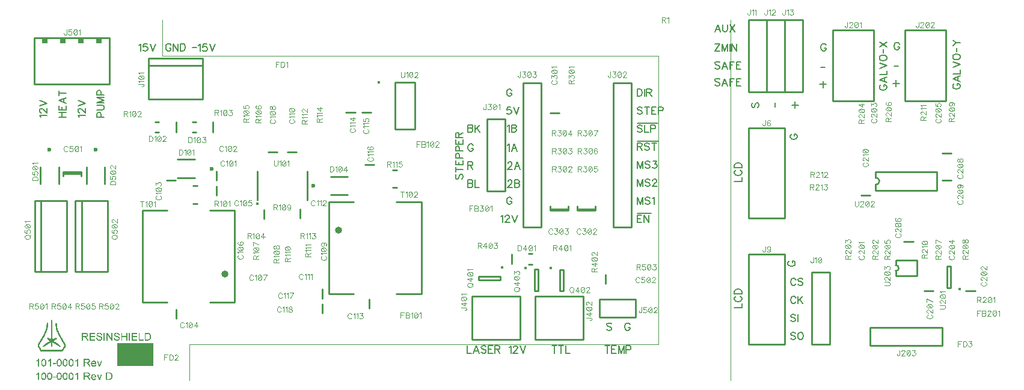
<source format=gbr>
G04 DipTrace 2.4.0.2*
%INTopSilk.gbr*%
%MOIN*%
%ADD10C,0.0098*%
%ADD12C,0.003*%
%ADD13C,0.0014*%
%ADD25O,0.0394X0.0378*%
%ADD29C,0.0236*%
%ADD43C,0.0154*%
%ADD53O,0.0154X0.0142*%
%ADD114C,0.0046*%
%ADD116C,0.0062*%
%FSLAX44Y44*%
G04*
G70*
G90*
G75*
G01*
%LNTopSilk*%
%LPD*%
X15453Y13169D2*
D10*
X14941D1*
X6892Y4831D2*
X8270D1*
D25*
X11486Y6422D3*
X6892Y4831D2*
D10*
Y9949D1*
X12010D2*
Y4831D1*
X10632D1*
X12010Y9949D2*
X10632D1*
X6892D2*
X8270D1*
X22361Y10420D2*
X20983D1*
D25*
X17767Y8830D3*
X22361Y10420D2*
D10*
Y5302D1*
X17243D2*
Y10420D1*
X18621D1*
X17243Y5302D2*
X18621D1*
X22361D2*
X20983D1*
X16870Y5571D2*
Y5059D1*
Y4744D2*
Y4232D1*
X18695Y15365D2*
X18184D1*
X19572Y15366D2*
X19060D1*
X53068Y5461D2*
X52557D1*
X49631Y8211D2*
X49119D1*
X50756Y5461D2*
X50244D1*
X51244Y13101D2*
X51756D1*
X51244Y11601D2*
X51756D1*
X47256Y10774D2*
X46744D1*
X30006Y15336D2*
X29494D1*
X31992Y10008D2*
X31008D1*
X31992Y9933D2*
X31008D1*
X31992D2*
Y10169D1*
X31008Y9933D2*
Y10169D1*
X30492Y10008D2*
X29508D1*
X30492Y9933D2*
X29508D1*
X30492D2*
Y10169D1*
X29508Y9933D2*
Y10169D1*
X2508Y11992D2*
X3492D1*
X2508Y12067D2*
X3492D1*
X2508D2*
Y11831D1*
X3492Y12067D2*
Y11831D1*
X32588Y5869D2*
Y6381D1*
D29*
X16368Y11314D3*
X17333Y11825D2*
D10*
X18278D1*
X17333Y10802D2*
X18278D1*
X8760Y14288D2*
Y14840D1*
X7815Y14269D2*
X7618D1*
X7815Y14859D2*
X7618D1*
X10822Y14288D2*
Y14840D1*
X9878Y14269D2*
X9680D1*
X9878Y14859D2*
X9680D1*
X27366Y7526D2*
Y6974D1*
X28311Y7545D2*
X28508D1*
X28311Y6955D2*
X28508D1*
D29*
X1750Y13321D3*
X2262Y12356D2*
D10*
Y11412D1*
X1238Y12356D2*
Y11412D1*
D29*
X4312Y13321D3*
X4824Y12356D2*
D10*
Y11412D1*
X3801Y12356D2*
Y11412D1*
X40500Y9500D2*
X42500D1*
Y14500D1*
X40500D1*
Y9500D1*
Y2500D2*
X42500D1*
Y7500D1*
X40500D1*
Y2500D1*
X44000D2*
X45000D1*
Y6500D1*
X44000D1*
Y2500D1*
X40500Y16500D2*
X41500D1*
Y20500D1*
X40500D1*
Y16500D1*
X41500D2*
X42500D1*
Y20500D1*
X41500D1*
Y16500D1*
X42500D2*
X43500D1*
Y20500D1*
X42500D1*
Y16500D1*
X7250Y18384D2*
X10250D1*
X7250Y16100D2*
X10250D1*
X7250D2*
Y18384D1*
X10250Y16100D2*
Y18384D1*
X7250Y17990D2*
X10250D1*
X47425Y16016D2*
Y19953D1*
X45161Y16016D2*
X46500D1*
X45161Y19953D2*
X46500D1*
Y16016D2*
X47425D1*
X45161D2*
Y19953D1*
X47425D2*
X46500D1*
X51425Y16016D2*
Y19953D1*
X49161Y16016D2*
X50500D1*
X49161Y19953D2*
X50500D1*
Y16016D2*
X51425D1*
X49161D2*
Y19953D1*
X51425D2*
X50500D1*
X47250Y3438D2*
X51250D1*
Y2437D1*
X47250D1*
Y3438D1*
X26000Y11000D2*
X27000D1*
Y15000D1*
X26000D1*
Y11000D1*
X33000Y9000D2*
X34000D1*
Y17000D1*
X33000D1*
Y9000D1*
X28000D2*
X29000D1*
Y17000D1*
X28000D1*
Y9000D1*
X27841Y5168D2*
X25164D1*
X27841Y2786D2*
Y4243D1*
X25164Y2786D2*
Y4243D1*
X27841D2*
Y5168D1*
Y2786D2*
X25164D1*
Y5168D2*
Y4243D1*
X31346Y5175D2*
X28669D1*
X31346Y2793D2*
Y4250D1*
X28669Y2793D2*
Y4250D1*
X31346D2*
Y5175D1*
Y2793D2*
X28669D1*
Y5175D2*
Y4250D1*
X5091Y19510D2*
X909D1*
Y16951D1*
X5091D1*
Y19510D1*
G36*
X4657Y19225D2*
X4343D1*
Y19540D1*
X4657D1*
Y19225D1*
G37*
G36*
X3658D2*
X3343D1*
Y19540D1*
X3658D1*
Y19225D1*
G37*
G36*
X2657D2*
X2342D1*
Y19540D1*
X2657D1*
Y19225D1*
G37*
G36*
X1657D2*
X1342D1*
Y19540D1*
X1657D1*
Y19225D1*
G37*
X32250Y5000D2*
D10*
X34250D1*
Y4000D1*
X32250D1*
Y5000D1*
D43*
X26825Y6789D3*
X26733Y6288D2*
D10*
X25552D1*
Y6091D1*
X26733D1*
Y6288D1*
D43*
X29544Y6747D3*
X30045Y6655D2*
D10*
Y5474D1*
X30242D1*
Y6655D1*
X30045D1*
D43*
X28156Y6759D3*
X28658Y6667D2*
D10*
Y5486D1*
X28855D1*
Y6667D1*
X28658D1*
X937Y6531D2*
X2709D1*
Y10469D1*
X937D1*
Y6531D1*
X1291D2*
Y10469D1*
X3187Y6531D2*
X4959D1*
Y10469D1*
X3187D1*
Y6531D1*
X3541D2*
Y10469D1*
D43*
X20013Y17037D3*
X20906Y17047D2*
D10*
Y14449D1*
X22008Y17047D2*
Y14449D1*
X20906D2*
X22008D1*
X20906Y17047D2*
X22008D1*
D43*
X52210Y5567D3*
X51708Y5659D2*
D10*
Y6840D1*
X51511D1*
Y5659D1*
X51708D1*
X47557Y11051D2*
X50943D1*
X47557Y12075D2*
X50943D1*
Y11051D2*
Y12075D1*
X47557Y11051D2*
Y11366D1*
Y11760D2*
Y12075D1*
Y11366D2*
G03X47557Y11760I0J197D01*
G01*
X48668Y6308D2*
X49849D1*
X48668Y7174D2*
X49849D1*
Y6308D2*
Y7174D1*
X48668Y6308D2*
Y6584D1*
Y6899D2*
Y7174D1*
Y6584D2*
G03X48668Y6899I0J158D01*
G01*
D53*
X13267Y10319D3*
X13269Y12099D2*
D10*
Y10524D1*
X16025Y12099D2*
Y10524D1*
X14390Y13169D2*
X13879D1*
X19478Y5006D2*
Y4495D1*
X8775Y3932D2*
Y4444D1*
X8244Y11601D2*
X8756D1*
X19244Y12476D2*
X19756D1*
D29*
X10758Y12250D3*
X9794Y11738D2*
D10*
X8849D1*
X9794Y12762D2*
X8849D1*
X11004Y10768D2*
Y11279D1*
Y11595D2*
Y12106D1*
X13642Y9980D2*
Y9469D1*
X15649Y9508D2*
Y10019D1*
X9942Y10320D2*
X9706D1*
X9942Y11305D2*
X9706D1*
X21004Y11195D2*
X20769D1*
X21004Y12180D2*
X20769D1*
X8000Y18500D2*
D13*
X35500D1*
Y2500D1*
X9500D2*
X35500D1*
X8000Y20500D2*
Y18500D1*
X9500Y2500D2*
Y500D1*
X39500Y20500D2*
Y500D1*
G36*
X5500Y2563D2*
X7500D1*
Y1313D1*
X5500D1*
Y2563D1*
G37*
X3653Y957D2*
D12*
X3873D1*
X4883D2*
X5073D1*
X1123Y947D2*
X1133D1*
X1393D2*
X1443D1*
X1723D2*
X1773D1*
X2253D2*
X2303D1*
X2583D2*
X2633D1*
X2913D2*
X2963D1*
X3303D2*
X3313D1*
X3653D2*
X3897D1*
X4883D2*
X5097D1*
X1113Y937D2*
X1133D1*
X1374D2*
X1459D1*
X1704D2*
X1789D1*
X2234D2*
X2319D1*
X2564D2*
X2649D1*
X2894D2*
X2979D1*
X3293D2*
X3313D1*
X3653D2*
X3915D1*
X4883D2*
X5118D1*
X1103Y927D2*
X1133D1*
X1358D2*
X1473D1*
X1688D2*
X1803D1*
X2218D2*
X2333D1*
X2548D2*
X2663D1*
X2878D2*
X2993D1*
X3283D2*
X3313D1*
X3653D2*
X3683D1*
X3879D2*
X3929D1*
X4883D2*
X4913D1*
X5092D2*
X5135D1*
X1093Y917D2*
X1133D1*
X1345D2*
X1375D1*
X1451D2*
X1484D1*
X1675D2*
X1705D1*
X1781D2*
X1814D1*
X2205D2*
X2235D1*
X2311D2*
X2344D1*
X2535D2*
X2565D1*
X2641D2*
X2674D1*
X2865D2*
X2895D1*
X2971D2*
X3004D1*
X3273D2*
X3313D1*
X3653D2*
X3683D1*
X3900D2*
X3940D1*
X4883D2*
X4913D1*
X5111D2*
X5148D1*
X1083Y907D2*
X1133D1*
X1334D2*
X1359D1*
X1466D2*
X1494D1*
X1664D2*
X1689D1*
X1796D2*
X1824D1*
X2194D2*
X2219D1*
X2326D2*
X2354D1*
X2524D2*
X2549D1*
X2656D2*
X2684D1*
X2854D2*
X2879D1*
X2986D2*
X3014D1*
X3263D2*
X3313D1*
X3653D2*
X3683D1*
X3917D2*
X3948D1*
X4883D2*
X4913D1*
X5126D2*
X5157D1*
X1072Y897D2*
X1133D1*
X1325D2*
X1347D1*
X1478D2*
X1502D1*
X1655D2*
X1677D1*
X1808D2*
X1832D1*
X2185D2*
X2207D1*
X2338D2*
X2362D1*
X2515D2*
X2537D1*
X2668D2*
X2692D1*
X2845D2*
X2867D1*
X2998D2*
X3022D1*
X3252D2*
X3313D1*
X3653D2*
X3683D1*
X3926D2*
X3954D1*
X4883D2*
X4913D1*
X5138D2*
X5165D1*
X1061Y887D2*
X1133D1*
X1317D2*
X1338D1*
X1487D2*
X1509D1*
X1647D2*
X1668D1*
X1817D2*
X1839D1*
X2177D2*
X2198D1*
X2347D2*
X2369D1*
X2507D2*
X2528D1*
X2677D2*
X2699D1*
X2837D2*
X2858D1*
X3007D2*
X3029D1*
X3241D2*
X3313D1*
X3653D2*
X3683D1*
X3930D2*
X3958D1*
X4883D2*
X4913D1*
X5147D2*
X5173D1*
X1047Y877D2*
X1133D1*
X1312D2*
X1332D1*
X1494D2*
X1514D1*
X1642D2*
X1662D1*
X1824D2*
X1844D1*
X2172D2*
X2192D1*
X2354D2*
X2374D1*
X2502D2*
X2522D1*
X2684D2*
X2704D1*
X2832D2*
X2852D1*
X3014D2*
X3034D1*
X3227D2*
X3313D1*
X3653D2*
X3683D1*
X3931D2*
X3961D1*
X4883D2*
X4913D1*
X5154D2*
X5179D1*
X1032Y867D2*
X1053D1*
X1103D2*
X1133D1*
X1307D2*
X1327D1*
X1498D2*
X1519D1*
X1637D2*
X1657D1*
X1828D2*
X1849D1*
X2167D2*
X2187D1*
X2358D2*
X2379D1*
X2497D2*
X2517D1*
X2688D2*
X2709D1*
X2827D2*
X2847D1*
X3018D2*
X3039D1*
X3213D2*
X3233D1*
X3283D2*
X3313D1*
X3653D2*
X3683D1*
X3932D2*
X3962D1*
X4883D2*
X4913D1*
X5160D2*
X5184D1*
X1017Y857D2*
X1038D1*
X1103D2*
X1133D1*
X1304D2*
X1325D1*
X1501D2*
X1522D1*
X1634D2*
X1655D1*
X1831D2*
X1852D1*
X2164D2*
X2185D1*
X2361D2*
X2382D1*
X2494D2*
X2515D1*
X2691D2*
X2712D1*
X2824D2*
X2845D1*
X3021D2*
X3042D1*
X3200D2*
X3217D1*
X3283D2*
X3313D1*
X3653D2*
X3683D1*
X3933D2*
X3962D1*
X4163D2*
X4213D1*
X4883D2*
X4913D1*
X5165D2*
X5189D1*
X1003Y847D2*
X1023D1*
X1103D2*
X1133D1*
X1302D2*
X1323D1*
X1504D2*
X1526D1*
X1632D2*
X1653D1*
X1834D2*
X1856D1*
X2162D2*
X2183D1*
X2364D2*
X2386D1*
X2492D2*
X2513D1*
X2694D2*
X2716D1*
X2822D2*
X2843D1*
X3024D2*
X3046D1*
X3190D2*
X3201D1*
X3283D2*
X3313D1*
X3653D2*
X3683D1*
X3932D2*
X3962D1*
X4140D2*
X4231D1*
X4393D2*
X4413D1*
X4603D2*
X4623D1*
X4883D2*
X4913D1*
X5169D2*
X5192D1*
X1103Y837D2*
X1133D1*
X1299D2*
X1321D1*
X1507D2*
X1529D1*
X1629D2*
X1651D1*
X1837D2*
X1859D1*
X2159D2*
X2181D1*
X2367D2*
X2389D1*
X2489D2*
X2511D1*
X2697D2*
X2719D1*
X2819D2*
X2841D1*
X3027D2*
X3049D1*
X3183D2*
D3*
X3283D2*
X3313D1*
X3653D2*
X3683D1*
X3931D2*
X3961D1*
X4121D2*
X4247D1*
X4394D2*
X4414D1*
X4601D2*
X4619D1*
X4883D2*
X4913D1*
X5171D2*
X5196D1*
X1103Y827D2*
X1133D1*
X1296D2*
X1319D1*
X1509D2*
X1531D1*
X1626D2*
X1649D1*
X1839D2*
X1861D1*
X2156D2*
X2179D1*
X2369D2*
X2391D1*
X2486D2*
X2509D1*
X2699D2*
X2721D1*
X2816D2*
X2839D1*
X3029D2*
X3051D1*
X3283D2*
X3313D1*
X3653D2*
X3683D1*
X3928D2*
X3957D1*
X4107D2*
X4143D1*
X4231D2*
X4260D1*
X4397D2*
X4417D1*
X4599D2*
X4616D1*
X4883D2*
X4913D1*
X5172D2*
X5199D1*
X1103Y817D2*
X1133D1*
X1294D2*
X1316D1*
X1511D2*
X1532D1*
X1624D2*
X1646D1*
X1841D2*
X1862D1*
X2154D2*
X2176D1*
X2371D2*
X2392D1*
X2484D2*
X2506D1*
X2701D2*
X2722D1*
X2814D2*
X2836D1*
X3031D2*
X3052D1*
X3283D2*
X3313D1*
X3653D2*
X3683D1*
X3923D2*
X3952D1*
X4096D2*
X4125D1*
X4246D2*
X4271D1*
X4401D2*
X4420D1*
X4596D2*
X4613D1*
X4883D2*
X4913D1*
X5172D2*
X5201D1*
X1103Y807D2*
X1133D1*
X1294D2*
X1314D1*
X1512D2*
X1533D1*
X1624D2*
X1644D1*
X1842D2*
X1863D1*
X2154D2*
X2174D1*
X2372D2*
X2393D1*
X2484D2*
X2504D1*
X2702D2*
X2723D1*
X2814D2*
X2834D1*
X3032D2*
X3053D1*
X3283D2*
X3313D1*
X3653D2*
X3683D1*
X3912D2*
X3946D1*
X4088D2*
X4111D1*
X4258D2*
X4281D1*
X4405D2*
X4423D1*
X4593D2*
X4609D1*
X4883D2*
X4913D1*
X5173D2*
X5202D1*
X1103Y797D2*
X1133D1*
X1293D2*
X1314D1*
X1513D2*
X1533D1*
X1623D2*
X1644D1*
X1843D2*
X1863D1*
X2153D2*
X2174D1*
X2373D2*
X2393D1*
X2483D2*
X2504D1*
X2703D2*
X2723D1*
X2813D2*
X2834D1*
X3033D2*
X3053D1*
X3283D2*
X3313D1*
X3653D2*
X3683D1*
X3898D2*
X3939D1*
X4081D2*
X4100D1*
X4267D2*
X4288D1*
X4409D2*
X4426D1*
X4589D2*
X4605D1*
X4883D2*
X4913D1*
X5173D2*
X5203D1*
X1103Y787D2*
X1133D1*
X1293D2*
X1313D1*
X1513D2*
X1533D1*
X1623D2*
X1643D1*
X1843D2*
X1863D1*
X2153D2*
X2173D1*
X2373D2*
X2393D1*
X2483D2*
X2503D1*
X2703D2*
X2723D1*
X2813D2*
X2833D1*
X3033D2*
X3053D1*
X3283D2*
X3313D1*
X3653D2*
X3683D1*
X3881D2*
X3929D1*
X4076D2*
X4093D1*
X4274D2*
X4294D1*
X4413D2*
X4430D1*
X4585D2*
X4600D1*
X4883D2*
X4913D1*
X5173D2*
X5203D1*
X1103Y777D2*
X1133D1*
X1293D2*
X1313D1*
X1513D2*
X1533D1*
X1623D2*
X1643D1*
X1843D2*
X1863D1*
X2153D2*
X2173D1*
X2373D2*
X2393D1*
X2483D2*
X2503D1*
X2703D2*
X2723D1*
X2813D2*
X2833D1*
X3033D2*
X3053D1*
X3283D2*
X3313D1*
X3653D2*
X3914D1*
X4071D2*
X4088D1*
X4278D2*
X4298D1*
X4416D2*
X4433D1*
X4580D2*
X4597D1*
X4883D2*
X4913D1*
X5173D2*
X5203D1*
X1103Y767D2*
X1133D1*
X1293D2*
X1313D1*
X1513D2*
X1533D1*
X1623D2*
X1643D1*
X1843D2*
X1863D1*
X2153D2*
X2173D1*
X2373D2*
X2393D1*
X2483D2*
X2503D1*
X2703D2*
X2723D1*
X2813D2*
X2833D1*
X3033D2*
X3053D1*
X3283D2*
X3313D1*
X3653D2*
X3897D1*
X4067D2*
X4085D1*
X4281D2*
X4301D1*
X4420D2*
X4436D1*
X4577D2*
X4593D1*
X4883D2*
X4913D1*
X5173D2*
X5203D1*
X1103Y757D2*
X1133D1*
X1293D2*
X1313D1*
X1513D2*
X1533D1*
X1623D2*
X1643D1*
X1843D2*
X1863D1*
X2153D2*
X2173D1*
X2373D2*
X2393D1*
X2483D2*
X2503D1*
X2703D2*
X2723D1*
X2813D2*
X2833D1*
X3033D2*
X3053D1*
X3283D2*
X3313D1*
X3653D2*
X3879D1*
X4064D2*
X4084D1*
X4282D2*
X4304D1*
X4423D2*
X4440D1*
X4573D2*
X4590D1*
X4883D2*
X4913D1*
X5173D2*
X5203D1*
X1103Y747D2*
X1133D1*
X1293D2*
X1313D1*
X1513D2*
X1533D1*
X1623D2*
X1643D1*
X1843D2*
X1863D1*
X2153D2*
X2173D1*
X2373D2*
X2393D1*
X2483D2*
X2503D1*
X2703D2*
X2723D1*
X2813D2*
X2833D1*
X3033D2*
X3053D1*
X3283D2*
X3313D1*
X3653D2*
X3683D1*
X3811D2*
X3865D1*
X4062D2*
X4083D1*
X4282D2*
X4307D1*
X4427D2*
X4443D1*
X4570D2*
X4586D1*
X4883D2*
X4913D1*
X5173D2*
X5203D1*
X1103Y737D2*
X1133D1*
X1293D2*
X1313D1*
X1513D2*
X1533D1*
X1623D2*
X1643D1*
X1843D2*
X1863D1*
X2153D2*
X2173D1*
X2373D2*
X2393D1*
X2483D2*
X2503D1*
X2703D2*
X2723D1*
X2813D2*
X2833D1*
X3033D2*
X3053D1*
X3283D2*
X3313D1*
X3653D2*
X3683D1*
X3827D2*
X3857D1*
X4059D2*
X4083D1*
X4283D2*
X4309D1*
X4431D2*
X4447D1*
X4566D2*
X4583D1*
X4883D2*
X4913D1*
X5173D2*
X5203D1*
X1103Y727D2*
X1133D1*
X1293D2*
X1313D1*
X1513D2*
X1533D1*
X1623D2*
X1643D1*
X1843D2*
X1863D1*
X2153D2*
X2173D1*
X2373D2*
X2393D1*
X2483D2*
X2503D1*
X2703D2*
X2723D1*
X2813D2*
X2833D1*
X3033D2*
X3053D1*
X3283D2*
X3313D1*
X3653D2*
X3683D1*
X3840D2*
X3864D1*
X4056D2*
X4311D1*
X4435D2*
X4451D1*
X4563D2*
X4579D1*
X4883D2*
X4913D1*
X5173D2*
X5202D1*
X1103Y717D2*
X1133D1*
X1293D2*
X1313D1*
X1513D2*
X1533D1*
X1623D2*
X1643D1*
X1843D2*
X1863D1*
X1943D2*
X2083D1*
X2153D2*
X2173D1*
X2373D2*
X2393D1*
X2483D2*
X2503D1*
X2703D2*
X2723D1*
X2813D2*
X2833D1*
X3033D2*
X3053D1*
X3283D2*
X3313D1*
X3653D2*
X3683D1*
X3850D2*
X3873D1*
X4055D2*
X4312D1*
X4439D2*
X4455D1*
X4559D2*
X4575D1*
X4883D2*
X4913D1*
X5173D2*
X5201D1*
X1103Y707D2*
X1133D1*
X1293D2*
X1313D1*
X1512D2*
X1533D1*
X1623D2*
X1643D1*
X1842D2*
X1863D1*
X1943D2*
X2083D1*
X2153D2*
X2173D1*
X2372D2*
X2393D1*
X2483D2*
X2503D1*
X2702D2*
X2723D1*
X2813D2*
X2833D1*
X3032D2*
X3053D1*
X3283D2*
X3313D1*
X3653D2*
X3683D1*
X3858D2*
X3883D1*
X4054D2*
X4313D1*
X4443D2*
X4459D1*
X4556D2*
X4570D1*
X4883D2*
X4913D1*
X5172D2*
X5199D1*
X1103Y697D2*
X1133D1*
X1294D2*
X1314D1*
X1511D2*
X1532D1*
X1624D2*
X1644D1*
X1841D2*
X1862D1*
X1943D2*
X2083D1*
X2154D2*
X2174D1*
X2371D2*
X2392D1*
X2484D2*
X2504D1*
X2701D2*
X2722D1*
X2814D2*
X2834D1*
X3031D2*
X3052D1*
X3283D2*
X3313D1*
X3653D2*
X3683D1*
X3866D2*
X3893D1*
X4055D2*
X4083D1*
X4446D2*
X4463D1*
X4553D2*
X4567D1*
X4883D2*
X4913D1*
X5171D2*
X5196D1*
X1103Y687D2*
X1133D1*
X1297D2*
X1317D1*
X1509D2*
X1531D1*
X1627D2*
X1647D1*
X1839D2*
X1861D1*
X2157D2*
X2177D1*
X2369D2*
X2391D1*
X2487D2*
X2507D1*
X2699D2*
X2721D1*
X2817D2*
X2837D1*
X3029D2*
X3051D1*
X3283D2*
X3313D1*
X3653D2*
X3683D1*
X3874D2*
X3902D1*
X4057D2*
X4083D1*
X4450D2*
X4466D1*
X4549D2*
X4563D1*
X4883D2*
X4913D1*
X5169D2*
X5193D1*
X1103Y677D2*
X1133D1*
X1299D2*
X1319D1*
X1506D2*
X1529D1*
X1629D2*
X1649D1*
X1836D2*
X1859D1*
X2159D2*
X2179D1*
X2366D2*
X2389D1*
X2489D2*
X2509D1*
X2696D2*
X2719D1*
X2819D2*
X2839D1*
X3026D2*
X3049D1*
X3283D2*
X3313D1*
X3653D2*
X3683D1*
X3882D2*
X3911D1*
X4060D2*
X4083D1*
X4453D2*
X4470D1*
X4545D2*
X4560D1*
X4883D2*
X4913D1*
X5166D2*
X5189D1*
X1103Y667D2*
X1133D1*
X1302D2*
X1322D1*
X1504D2*
X1526D1*
X1632D2*
X1652D1*
X1834D2*
X1856D1*
X2162D2*
X2182D1*
X2364D2*
X2386D1*
X2492D2*
X2512D1*
X2694D2*
X2716D1*
X2822D2*
X2842D1*
X3024D2*
X3046D1*
X3283D2*
X3313D1*
X3653D2*
X3683D1*
X3889D2*
X3918D1*
X4062D2*
X4083D1*
X4457D2*
X4473D1*
X4540D2*
X4556D1*
X4883D2*
X4913D1*
X5163D2*
X5186D1*
X1103Y657D2*
X1133D1*
X1304D2*
X1324D1*
X1502D2*
X1523D1*
X1634D2*
X1654D1*
X1832D2*
X1853D1*
X2164D2*
X2184D1*
X2362D2*
X2383D1*
X2494D2*
X2514D1*
X2692D2*
X2713D1*
X2824D2*
X2844D1*
X3022D2*
X3043D1*
X3283D2*
X3313D1*
X3653D2*
X3683D1*
X3896D2*
X3925D1*
X4064D2*
X4085D1*
X4461D2*
X4476D1*
X4536D2*
X4553D1*
X4883D2*
X4913D1*
X5159D2*
X5182D1*
X1103Y647D2*
X1133D1*
X1307D2*
X1327D1*
X1499D2*
X1519D1*
X1637D2*
X1657D1*
X1829D2*
X1849D1*
X2167D2*
X2187D1*
X2359D2*
X2379D1*
X2497D2*
X2517D1*
X2689D2*
X2709D1*
X2827D2*
X2847D1*
X3019D2*
X3039D1*
X3283D2*
X3313D1*
X3653D2*
X3683D1*
X3903D2*
X3930D1*
X4067D2*
X4087D1*
X4465D2*
X4480D1*
X4532D2*
X4549D1*
X4883D2*
X4913D1*
X5154D2*
X5177D1*
X1103Y637D2*
X1133D1*
X1311D2*
X1331D1*
X1494D2*
X1514D1*
X1641D2*
X1661D1*
X1824D2*
X1844D1*
X2171D2*
X2191D1*
X2354D2*
X2374D1*
X2501D2*
X2521D1*
X2684D2*
X2704D1*
X2831D2*
X2851D1*
X3014D2*
X3034D1*
X3283D2*
X3313D1*
X3653D2*
X3683D1*
X3909D2*
X3936D1*
X4071D2*
X4092D1*
X4469D2*
X4485D1*
X4524D2*
X4545D1*
X4883D2*
X4913D1*
X5148D2*
X5170D1*
X1103Y627D2*
X1133D1*
X1317D2*
X1338D1*
X1488D2*
X1509D1*
X1647D2*
X1668D1*
X1818D2*
X1839D1*
X2177D2*
X2198D1*
X2348D2*
X2369D1*
X2507D2*
X2528D1*
X2678D2*
X2699D1*
X2837D2*
X2858D1*
X3008D2*
X3029D1*
X3283D2*
X3313D1*
X3653D2*
X3683D1*
X3916D2*
X3943D1*
X4076D2*
X4097D1*
X4473D2*
X4498D1*
X4505D2*
X4540D1*
X4883D2*
X4913D1*
X5138D2*
X5162D1*
X1103Y617D2*
X1133D1*
X1324D2*
X1347D1*
X1479D2*
X1502D1*
X1654D2*
X1677D1*
X1809D2*
X1832D1*
X2184D2*
X2207D1*
X2339D2*
X2362D1*
X2514D2*
X2537D1*
X2669D2*
X2692D1*
X2844D2*
X2867D1*
X2999D2*
X3022D1*
X3283D2*
X3313D1*
X3653D2*
X3683D1*
X3923D2*
X3950D1*
X4081D2*
X4106D1*
X4273D2*
X4303D1*
X4476D2*
X4537D1*
X4883D2*
X4913D1*
X5124D2*
X5152D1*
X1103Y607D2*
X1133D1*
X1331D2*
X1373D1*
X1453D2*
X1494D1*
X1661D2*
X1703D1*
X1783D2*
X1824D1*
X2191D2*
X2233D1*
X2313D2*
X2354D1*
X2521D2*
X2563D1*
X2643D2*
X2684D1*
X2851D2*
X2893D1*
X2973D2*
X3014D1*
X3283D2*
X3313D1*
X3653D2*
X3683D1*
X3929D2*
X3956D1*
X4087D2*
X4116D1*
X4262D2*
X4293D1*
X4480D2*
X4533D1*
X4883D2*
X4913D1*
X5104D2*
X5142D1*
X1103Y597D2*
X1133D1*
X1341D2*
X1413D1*
X1412D2*
X1485D1*
X1671D2*
X1743D1*
X1742D2*
X1815D1*
X2201D2*
X2273D1*
X2272D2*
X2345D1*
X2531D2*
X2603D1*
X2602D2*
X2675D1*
X2861D2*
X2933D1*
X2932D2*
X3005D1*
X3283D2*
X3313D1*
X3653D2*
X3683D1*
X3935D2*
X3963D1*
X4095D2*
X4144D1*
X4233D2*
X4283D1*
X4483D2*
X4530D1*
X4883D2*
X4913D1*
X5079D2*
X5130D1*
X1103Y587D2*
X1133D1*
X1355D2*
X1472D1*
X1685D2*
X1802D1*
X2215D2*
X2332D1*
X2545D2*
X2662D1*
X2875D2*
X2992D1*
X3283D2*
X3313D1*
X3653D2*
X3683D1*
X3940D2*
X3969D1*
X4106D2*
X4188D1*
X4272D1*
X4486D2*
X4526D1*
X4883D2*
X5113D1*
X1103Y577D2*
X1133D1*
X1373D2*
X1458D1*
X1703D2*
X1788D1*
X2233D2*
X2318D1*
X2563D2*
X2648D1*
X2893D2*
X2978D1*
X3283D2*
X3313D1*
X3653D2*
X3683D1*
X3946D2*
X3976D1*
X4121D2*
X4259D1*
X4490D2*
X4524D1*
X4883D2*
X5090D1*
X1103Y567D2*
X1133D1*
X1393D2*
X1443D1*
X1723D2*
X1773D1*
X2253D2*
X2303D1*
X2583D2*
X2633D1*
X2913D2*
X2963D1*
X3283D2*
X3313D1*
X3653D2*
X3683D1*
X3953D2*
X3983D1*
X4141D2*
X4242D1*
X4493D2*
X4523D1*
X4883D2*
X5063D1*
X4163Y557D2*
X4223D1*
X3653Y1707D2*
X3873D1*
X1123Y1697D2*
X1133D1*
X1393D2*
X1443D1*
X1783D2*
X1793D1*
X2253D2*
X2303D1*
X2583D2*
X2633D1*
X2913D2*
X2963D1*
X3303D2*
X3313D1*
X3653D2*
X3897D1*
X1113Y1687D2*
X1133D1*
X1374D2*
X1459D1*
X1773D2*
X1793D1*
X2234D2*
X2319D1*
X2564D2*
X2649D1*
X2894D2*
X2979D1*
X3293D2*
X3313D1*
X3653D2*
X3915D1*
X1103Y1677D2*
X1133D1*
X1358D2*
X1473D1*
X1763D2*
X1793D1*
X2218D2*
X2333D1*
X2548D2*
X2663D1*
X2878D2*
X2993D1*
X3283D2*
X3313D1*
X3653D2*
X3683D1*
X3879D2*
X3929D1*
X1093Y1667D2*
X1133D1*
X1345D2*
X1375D1*
X1451D2*
X1484D1*
X1753D2*
X1793D1*
X2205D2*
X2235D1*
X2311D2*
X2344D1*
X2535D2*
X2565D1*
X2641D2*
X2674D1*
X2865D2*
X2895D1*
X2971D2*
X3004D1*
X3273D2*
X3313D1*
X3653D2*
X3683D1*
X3900D2*
X3940D1*
X1083Y1657D2*
X1133D1*
X1334D2*
X1359D1*
X1466D2*
X1494D1*
X1743D2*
X1793D1*
X2194D2*
X2219D1*
X2326D2*
X2354D1*
X2524D2*
X2549D1*
X2656D2*
X2684D1*
X2854D2*
X2879D1*
X2986D2*
X3014D1*
X3263D2*
X3313D1*
X3653D2*
X3683D1*
X3917D2*
X3948D1*
X1072Y1647D2*
X1133D1*
X1325D2*
X1347D1*
X1478D2*
X1502D1*
X1732D2*
X1793D1*
X2185D2*
X2207D1*
X2338D2*
X2362D1*
X2515D2*
X2537D1*
X2668D2*
X2692D1*
X2845D2*
X2867D1*
X2998D2*
X3022D1*
X3252D2*
X3313D1*
X3653D2*
X3683D1*
X3926D2*
X3954D1*
X1061Y1637D2*
X1133D1*
X1317D2*
X1338D1*
X1487D2*
X1509D1*
X1721D2*
X1793D1*
X2177D2*
X2198D1*
X2347D2*
X2369D1*
X2507D2*
X2528D1*
X2677D2*
X2699D1*
X2837D2*
X2858D1*
X3007D2*
X3029D1*
X3241D2*
X3313D1*
X3653D2*
X3683D1*
X3930D2*
X3958D1*
X1047Y1627D2*
X1133D1*
X1312D2*
X1332D1*
X1494D2*
X1514D1*
X1707D2*
X1793D1*
X2172D2*
X2192D1*
X2354D2*
X2374D1*
X2502D2*
X2522D1*
X2684D2*
X2704D1*
X2832D2*
X2852D1*
X3014D2*
X3034D1*
X3227D2*
X3313D1*
X3653D2*
X3683D1*
X3931D2*
X3961D1*
X1032Y1617D2*
X1053D1*
X1103D2*
X1133D1*
X1307D2*
X1327D1*
X1498D2*
X1519D1*
X1693D2*
X1713D1*
X1763D2*
X1793D1*
X2167D2*
X2187D1*
X2358D2*
X2379D1*
X2497D2*
X2517D1*
X2688D2*
X2709D1*
X2827D2*
X2847D1*
X3018D2*
X3039D1*
X3213D2*
X3233D1*
X3283D2*
X3313D1*
X3653D2*
X3683D1*
X3932D2*
X3962D1*
X1017Y1607D2*
X1038D1*
X1103D2*
X1133D1*
X1304D2*
X1325D1*
X1501D2*
X1522D1*
X1680D2*
X1697D1*
X1763D2*
X1793D1*
X2164D2*
X2185D1*
X2361D2*
X2382D1*
X2494D2*
X2515D1*
X2691D2*
X2712D1*
X2824D2*
X2845D1*
X3021D2*
X3042D1*
X3200D2*
X3217D1*
X3283D2*
X3313D1*
X3653D2*
X3683D1*
X3933D2*
X3962D1*
X4163D2*
X4213D1*
X1003Y1597D2*
X1023D1*
X1103D2*
X1133D1*
X1302D2*
X1323D1*
X1504D2*
X1526D1*
X1670D2*
X1681D1*
X1763D2*
X1793D1*
X2162D2*
X2183D1*
X2364D2*
X2386D1*
X2492D2*
X2513D1*
X2694D2*
X2716D1*
X2822D2*
X2843D1*
X3024D2*
X3046D1*
X3190D2*
X3201D1*
X3283D2*
X3313D1*
X3653D2*
X3683D1*
X3932D2*
X3962D1*
X4140D2*
X4231D1*
X4393D2*
X4413D1*
X4603D2*
X4623D1*
X1103Y1587D2*
X1133D1*
X1299D2*
X1321D1*
X1507D2*
X1529D1*
X1663D2*
D3*
X1763D2*
X1793D1*
X2159D2*
X2181D1*
X2367D2*
X2389D1*
X2489D2*
X2511D1*
X2697D2*
X2719D1*
X2819D2*
X2841D1*
X3027D2*
X3049D1*
X3183D2*
D3*
X3283D2*
X3313D1*
X3653D2*
X3683D1*
X3931D2*
X3961D1*
X4121D2*
X4247D1*
X4394D2*
X4414D1*
X4601D2*
X4619D1*
X1103Y1577D2*
X1133D1*
X1296D2*
X1319D1*
X1509D2*
X1531D1*
X1763D2*
X1793D1*
X2156D2*
X2179D1*
X2369D2*
X2391D1*
X2486D2*
X2509D1*
X2699D2*
X2721D1*
X2816D2*
X2839D1*
X3029D2*
X3051D1*
X3283D2*
X3313D1*
X3653D2*
X3683D1*
X3928D2*
X3957D1*
X4107D2*
X4143D1*
X4231D2*
X4260D1*
X4397D2*
X4417D1*
X4599D2*
X4616D1*
X1103Y1567D2*
X1133D1*
X1294D2*
X1316D1*
X1511D2*
X1532D1*
X1763D2*
X1793D1*
X2154D2*
X2176D1*
X2371D2*
X2392D1*
X2484D2*
X2506D1*
X2701D2*
X2722D1*
X2814D2*
X2836D1*
X3031D2*
X3052D1*
X3283D2*
X3313D1*
X3653D2*
X3683D1*
X3923D2*
X3952D1*
X4096D2*
X4125D1*
X4246D2*
X4271D1*
X4401D2*
X4420D1*
X4596D2*
X4613D1*
X1103Y1557D2*
X1133D1*
X1294D2*
X1314D1*
X1512D2*
X1533D1*
X1763D2*
X1793D1*
X2154D2*
X2174D1*
X2372D2*
X2393D1*
X2484D2*
X2504D1*
X2702D2*
X2723D1*
X2814D2*
X2834D1*
X3032D2*
X3053D1*
X3283D2*
X3313D1*
X3653D2*
X3683D1*
X3912D2*
X3946D1*
X4088D2*
X4111D1*
X4258D2*
X4281D1*
X4405D2*
X4423D1*
X4593D2*
X4609D1*
X1103Y1547D2*
X1133D1*
X1293D2*
X1314D1*
X1513D2*
X1533D1*
X1763D2*
X1793D1*
X2153D2*
X2174D1*
X2373D2*
X2393D1*
X2483D2*
X2504D1*
X2703D2*
X2723D1*
X2813D2*
X2834D1*
X3033D2*
X3053D1*
X3283D2*
X3313D1*
X3653D2*
X3683D1*
X3898D2*
X3939D1*
X4081D2*
X4100D1*
X4267D2*
X4288D1*
X4409D2*
X4426D1*
X4589D2*
X4605D1*
X1103Y1537D2*
X1133D1*
X1293D2*
X1313D1*
X1513D2*
X1533D1*
X1763D2*
X1793D1*
X2153D2*
X2173D1*
X2373D2*
X2393D1*
X2483D2*
X2503D1*
X2703D2*
X2723D1*
X2813D2*
X2833D1*
X3033D2*
X3053D1*
X3283D2*
X3313D1*
X3653D2*
X3683D1*
X3881D2*
X3929D1*
X4076D2*
X4093D1*
X4274D2*
X4294D1*
X4413D2*
X4430D1*
X4585D2*
X4600D1*
X1103Y1527D2*
X1133D1*
X1293D2*
X1313D1*
X1513D2*
X1533D1*
X1763D2*
X1793D1*
X2153D2*
X2173D1*
X2373D2*
X2393D1*
X2483D2*
X2503D1*
X2703D2*
X2723D1*
X2813D2*
X2833D1*
X3033D2*
X3053D1*
X3283D2*
X3313D1*
X3653D2*
X3914D1*
X4071D2*
X4088D1*
X4278D2*
X4298D1*
X4416D2*
X4433D1*
X4580D2*
X4597D1*
X1103Y1517D2*
X1133D1*
X1293D2*
X1313D1*
X1513D2*
X1533D1*
X1763D2*
X1793D1*
X2153D2*
X2173D1*
X2373D2*
X2393D1*
X2483D2*
X2503D1*
X2703D2*
X2723D1*
X2813D2*
X2833D1*
X3033D2*
X3053D1*
X3283D2*
X3313D1*
X3653D2*
X3897D1*
X4067D2*
X4085D1*
X4281D2*
X4301D1*
X4420D2*
X4436D1*
X4577D2*
X4593D1*
X1103Y1507D2*
X1133D1*
X1293D2*
X1313D1*
X1513D2*
X1533D1*
X1763D2*
X1793D1*
X2153D2*
X2173D1*
X2373D2*
X2393D1*
X2483D2*
X2503D1*
X2703D2*
X2723D1*
X2813D2*
X2833D1*
X3033D2*
X3053D1*
X3283D2*
X3313D1*
X3653D2*
X3879D1*
X4064D2*
X4084D1*
X4282D2*
X4304D1*
X4423D2*
X4440D1*
X4573D2*
X4590D1*
X1103Y1497D2*
X1133D1*
X1293D2*
X1313D1*
X1513D2*
X1533D1*
X1763D2*
X1793D1*
X2153D2*
X2173D1*
X2373D2*
X2393D1*
X2483D2*
X2503D1*
X2703D2*
X2723D1*
X2813D2*
X2833D1*
X3033D2*
X3053D1*
X3283D2*
X3313D1*
X3653D2*
X3683D1*
X3811D2*
X3865D1*
X4062D2*
X4083D1*
X4282D2*
X4307D1*
X4427D2*
X4443D1*
X4570D2*
X4586D1*
X1103Y1487D2*
X1133D1*
X1293D2*
X1313D1*
X1513D2*
X1533D1*
X1763D2*
X1793D1*
X2153D2*
X2173D1*
X2373D2*
X2393D1*
X2483D2*
X2503D1*
X2703D2*
X2723D1*
X2813D2*
X2833D1*
X3033D2*
X3053D1*
X3283D2*
X3313D1*
X3653D2*
X3683D1*
X3827D2*
X3857D1*
X4059D2*
X4083D1*
X4283D2*
X4309D1*
X4431D2*
X4447D1*
X4566D2*
X4583D1*
X1103Y1477D2*
X1133D1*
X1293D2*
X1313D1*
X1513D2*
X1533D1*
X1763D2*
X1793D1*
X2153D2*
X2173D1*
X2373D2*
X2393D1*
X2483D2*
X2503D1*
X2703D2*
X2723D1*
X2813D2*
X2833D1*
X3033D2*
X3053D1*
X3283D2*
X3313D1*
X3653D2*
X3683D1*
X3840D2*
X3864D1*
X4056D2*
X4311D1*
X4435D2*
X4451D1*
X4563D2*
X4579D1*
X1103Y1467D2*
X1133D1*
X1293D2*
X1313D1*
X1513D2*
X1533D1*
X1763D2*
X1793D1*
X1943D2*
X2083D1*
X2153D2*
X2173D1*
X2373D2*
X2393D1*
X2483D2*
X2503D1*
X2703D2*
X2723D1*
X2813D2*
X2833D1*
X3033D2*
X3053D1*
X3283D2*
X3313D1*
X3653D2*
X3683D1*
X3850D2*
X3873D1*
X4055D2*
X4312D1*
X4439D2*
X4455D1*
X4559D2*
X4575D1*
X1103Y1457D2*
X1133D1*
X1293D2*
X1313D1*
X1512D2*
X1533D1*
X1763D2*
X1793D1*
X1943D2*
X2083D1*
X2153D2*
X2173D1*
X2372D2*
X2393D1*
X2483D2*
X2503D1*
X2702D2*
X2723D1*
X2813D2*
X2833D1*
X3032D2*
X3053D1*
X3283D2*
X3313D1*
X3653D2*
X3683D1*
X3858D2*
X3883D1*
X4054D2*
X4313D1*
X4443D2*
X4459D1*
X4556D2*
X4570D1*
X1103Y1447D2*
X1133D1*
X1294D2*
X1314D1*
X1511D2*
X1532D1*
X1763D2*
X1793D1*
X1943D2*
X2083D1*
X2154D2*
X2174D1*
X2371D2*
X2392D1*
X2484D2*
X2504D1*
X2701D2*
X2722D1*
X2814D2*
X2834D1*
X3031D2*
X3052D1*
X3283D2*
X3313D1*
X3653D2*
X3683D1*
X3866D2*
X3893D1*
X4055D2*
X4083D1*
X4446D2*
X4463D1*
X4553D2*
X4567D1*
X1103Y1437D2*
X1133D1*
X1297D2*
X1317D1*
X1509D2*
X1531D1*
X1763D2*
X1793D1*
X2157D2*
X2177D1*
X2369D2*
X2391D1*
X2487D2*
X2507D1*
X2699D2*
X2721D1*
X2817D2*
X2837D1*
X3029D2*
X3051D1*
X3283D2*
X3313D1*
X3653D2*
X3683D1*
X3874D2*
X3902D1*
X4057D2*
X4083D1*
X4450D2*
X4466D1*
X4549D2*
X4563D1*
X1103Y1427D2*
X1133D1*
X1299D2*
X1319D1*
X1506D2*
X1529D1*
X1763D2*
X1793D1*
X2159D2*
X2179D1*
X2366D2*
X2389D1*
X2489D2*
X2509D1*
X2696D2*
X2719D1*
X2819D2*
X2839D1*
X3026D2*
X3049D1*
X3283D2*
X3313D1*
X3653D2*
X3683D1*
X3882D2*
X3911D1*
X4060D2*
X4083D1*
X4453D2*
X4470D1*
X4545D2*
X4560D1*
X1103Y1417D2*
X1133D1*
X1302D2*
X1322D1*
X1504D2*
X1526D1*
X1763D2*
X1793D1*
X2162D2*
X2182D1*
X2364D2*
X2386D1*
X2492D2*
X2512D1*
X2694D2*
X2716D1*
X2822D2*
X2842D1*
X3024D2*
X3046D1*
X3283D2*
X3313D1*
X3653D2*
X3683D1*
X3889D2*
X3918D1*
X4062D2*
X4083D1*
X4457D2*
X4473D1*
X4540D2*
X4556D1*
X1103Y1407D2*
X1133D1*
X1304D2*
X1324D1*
X1502D2*
X1523D1*
X1763D2*
X1793D1*
X2164D2*
X2184D1*
X2362D2*
X2383D1*
X2494D2*
X2514D1*
X2692D2*
X2713D1*
X2824D2*
X2844D1*
X3022D2*
X3043D1*
X3283D2*
X3313D1*
X3653D2*
X3683D1*
X3896D2*
X3925D1*
X4064D2*
X4085D1*
X4461D2*
X4476D1*
X4536D2*
X4553D1*
X1103Y1397D2*
X1133D1*
X1307D2*
X1327D1*
X1499D2*
X1519D1*
X1763D2*
X1793D1*
X2167D2*
X2187D1*
X2359D2*
X2379D1*
X2497D2*
X2517D1*
X2689D2*
X2709D1*
X2827D2*
X2847D1*
X3019D2*
X3039D1*
X3283D2*
X3313D1*
X3653D2*
X3683D1*
X3903D2*
X3930D1*
X4067D2*
X4087D1*
X4465D2*
X4480D1*
X4532D2*
X4549D1*
X1103Y1387D2*
X1133D1*
X1311D2*
X1331D1*
X1494D2*
X1514D1*
X1763D2*
X1793D1*
X2171D2*
X2191D1*
X2354D2*
X2374D1*
X2501D2*
X2521D1*
X2684D2*
X2704D1*
X2831D2*
X2851D1*
X3014D2*
X3034D1*
X3283D2*
X3313D1*
X3653D2*
X3683D1*
X3909D2*
X3936D1*
X4071D2*
X4092D1*
X4469D2*
X4485D1*
X4524D2*
X4545D1*
X1103Y1377D2*
X1133D1*
X1317D2*
X1338D1*
X1488D2*
X1509D1*
X1763D2*
X1793D1*
X2177D2*
X2198D1*
X2348D2*
X2369D1*
X2507D2*
X2528D1*
X2678D2*
X2699D1*
X2837D2*
X2858D1*
X3008D2*
X3029D1*
X3283D2*
X3313D1*
X3653D2*
X3683D1*
X3916D2*
X3943D1*
X4076D2*
X4097D1*
X4473D2*
X4498D1*
X4505D2*
X4540D1*
X1103Y1367D2*
X1133D1*
X1324D2*
X1347D1*
X1479D2*
X1502D1*
X1763D2*
X1793D1*
X2184D2*
X2207D1*
X2339D2*
X2362D1*
X2514D2*
X2537D1*
X2669D2*
X2692D1*
X2844D2*
X2867D1*
X2999D2*
X3022D1*
X3283D2*
X3313D1*
X3653D2*
X3683D1*
X3923D2*
X3950D1*
X4081D2*
X4106D1*
X4273D2*
X4303D1*
X4476D2*
X4537D1*
X1103Y1357D2*
X1133D1*
X1331D2*
X1373D1*
X1453D2*
X1494D1*
X1763D2*
X1793D1*
X2191D2*
X2233D1*
X2313D2*
X2354D1*
X2521D2*
X2563D1*
X2643D2*
X2684D1*
X2851D2*
X2893D1*
X2973D2*
X3014D1*
X3283D2*
X3313D1*
X3653D2*
X3683D1*
X3929D2*
X3956D1*
X4087D2*
X4116D1*
X4262D2*
X4293D1*
X4480D2*
X4533D1*
X1103Y1347D2*
X1133D1*
X1341D2*
X1413D1*
X1412D2*
X1485D1*
X1763D2*
X1793D1*
X2201D2*
X2273D1*
X2272D2*
X2345D1*
X2531D2*
X2603D1*
X2602D2*
X2675D1*
X2861D2*
X2933D1*
X2932D2*
X3005D1*
X3283D2*
X3313D1*
X3653D2*
X3683D1*
X3935D2*
X3963D1*
X4095D2*
X4144D1*
X4233D2*
X4283D1*
X4483D2*
X4530D1*
X1103Y1337D2*
X1133D1*
X1355D2*
X1472D1*
X1763D2*
X1793D1*
X2215D2*
X2332D1*
X2545D2*
X2662D1*
X2875D2*
X2992D1*
X3283D2*
X3313D1*
X3653D2*
X3683D1*
X3940D2*
X3969D1*
X4106D2*
X4188D1*
X4272D1*
X4486D2*
X4526D1*
X1103Y1327D2*
X1133D1*
X1373D2*
X1458D1*
X1763D2*
X1793D1*
X2233D2*
X2318D1*
X2563D2*
X2648D1*
X2893D2*
X2978D1*
X3283D2*
X3313D1*
X3653D2*
X3683D1*
X3946D2*
X3976D1*
X4121D2*
X4259D1*
X4490D2*
X4524D1*
X1103Y1317D2*
X1133D1*
X1393D2*
X1443D1*
X1763D2*
X1793D1*
X2253D2*
X2303D1*
X2583D2*
X2633D1*
X2913D2*
X2963D1*
X3283D2*
X3313D1*
X3653D2*
X3683D1*
X3953D2*
X3983D1*
X4141D2*
X4242D1*
X4493D2*
X4523D1*
X4163Y1307D2*
X4223D1*
X4465Y3155D2*
X4525D1*
X5435D2*
X5495D1*
X3545Y3145D2*
X3765D1*
X3975D2*
X4245D1*
X4440D2*
X4551D1*
X4755D2*
X4785D1*
X4905D2*
X4935D1*
X5185D2*
X5215D1*
X5410D2*
X5521D1*
X5725D2*
X5755D1*
X6005D2*
X6035D1*
X6155D2*
X6185D1*
X6305D2*
X6575D1*
X6695D2*
X6715D1*
X7025D2*
X7215D1*
X3545Y3135D2*
X3789D1*
X3975D2*
X4245D1*
X4419D2*
X4572D1*
X4755D2*
X4785D1*
X4905D2*
X4942D1*
X5185D2*
X5215D1*
X5389D2*
X5542D1*
X5725D2*
X5755D1*
X6005D2*
X6035D1*
X6155D2*
X6185D1*
X6305D2*
X6575D1*
X6695D2*
X6715D1*
X7025D2*
X7240D1*
X3545Y3125D2*
X3808D1*
X3975D2*
X4245D1*
X4402D2*
X4437D1*
X4553D2*
X4588D1*
X4755D2*
X4785D1*
X4905D2*
X4949D1*
X5185D2*
X5215D1*
X5372D2*
X5407D1*
X5523D2*
X5558D1*
X5725D2*
X5755D1*
X6005D2*
X6035D1*
X6155D2*
X6185D1*
X6305D2*
X6575D1*
X6695D2*
X6715D1*
X7025D2*
X7261D1*
X3545Y3115D2*
X3575D1*
X3771D2*
X3822D1*
X3975D2*
X4005D1*
X4390D2*
X4421D1*
X4569D2*
X4601D1*
X4755D2*
X4785D1*
X4905D2*
X4955D1*
X5185D2*
X5215D1*
X5360D2*
X5391D1*
X5539D2*
X5571D1*
X5725D2*
X5755D1*
X6005D2*
X6035D1*
X6155D2*
X6185D1*
X6305D2*
X6335D1*
X6695D2*
X6715D1*
X7025D2*
X7055D1*
X7235D2*
X7278D1*
X3545Y3105D2*
X3575D1*
X3793D2*
X3832D1*
X3975D2*
X4005D1*
X4381D2*
X4409D1*
X4582D2*
X4610D1*
X4755D2*
X4785D1*
X4905D2*
X4962D1*
X5185D2*
X5215D1*
X5351D2*
X5379D1*
X5552D2*
X5580D1*
X5725D2*
X5755D1*
X6005D2*
X6035D1*
X6155D2*
X6185D1*
X6305D2*
X6335D1*
X6695D2*
X6715D1*
X7025D2*
X7055D1*
X7253D2*
X7290D1*
X3545Y3095D2*
X3575D1*
X3810D2*
X3840D1*
X3975D2*
X4005D1*
X4375D2*
X4399D1*
X4592D2*
X4617D1*
X4755D2*
X4785D1*
X4905D2*
X4969D1*
X5185D2*
X5215D1*
X5345D2*
X5369D1*
X5562D2*
X5587D1*
X5725D2*
X5755D1*
X6005D2*
X6035D1*
X6155D2*
X6185D1*
X6305D2*
X6335D1*
X6695D2*
X6715D1*
X7025D2*
X7055D1*
X7269D2*
X7300D1*
X3545Y3085D2*
X3575D1*
X3819D2*
X3846D1*
X3975D2*
X4005D1*
X4370D2*
X4391D1*
X4600D2*
X4622D1*
X4755D2*
X4785D1*
X4905D2*
X4977D1*
X5185D2*
X5215D1*
X5340D2*
X5361D1*
X5570D2*
X5592D1*
X5725D2*
X5755D1*
X6005D2*
X6035D1*
X6155D2*
X6185D1*
X6305D2*
X6335D1*
X6695D2*
X6715D1*
X7025D2*
X7055D1*
X7281D2*
X7308D1*
X3545Y3075D2*
X3575D1*
X3822D2*
X3851D1*
X3975D2*
X4005D1*
X4367D2*
X4388D1*
X4603D2*
X4627D1*
X4755D2*
X4785D1*
X4905D2*
X4984D1*
X5185D2*
X5215D1*
X5337D2*
X5358D1*
X5573D2*
X5597D1*
X5725D2*
X5755D1*
X6005D2*
X6035D1*
X6155D2*
X6185D1*
X6305D2*
X6335D1*
X6695D2*
X6715D1*
X7025D2*
X7055D1*
X7290D2*
X7315D1*
X3545Y3065D2*
X3575D1*
X3824D2*
X3853D1*
X3975D2*
X4005D1*
X4366D2*
X4386D1*
X4604D2*
X4632D1*
X4755D2*
X4785D1*
X4905D2*
X4925D1*
X4965D2*
X4992D1*
X5185D2*
X5215D1*
X5336D2*
X5356D1*
X5574D2*
X5602D1*
X5725D2*
X5755D1*
X6005D2*
X6035D1*
X6155D2*
X6185D1*
X6305D2*
X6335D1*
X6695D2*
X6715D1*
X7025D2*
X7055D1*
X7297D2*
X7321D1*
X3545Y3055D2*
X3575D1*
X3825D2*
X3854D1*
X3975D2*
X4005D1*
X4366D2*
X4386D1*
X4605D2*
X4635D1*
X4755D2*
X4785D1*
X4905D2*
X4925D1*
X4974D2*
X4998D1*
X5185D2*
X5215D1*
X5336D2*
X5356D1*
X5575D2*
X5605D1*
X5725D2*
X5755D1*
X6005D2*
X6035D1*
X6155D2*
X6185D1*
X6305D2*
X6335D1*
X6695D2*
X6715D1*
X7025D2*
X7055D1*
X7302D2*
X7327D1*
X3545Y3045D2*
X3575D1*
X3825D2*
X3855D1*
X3975D2*
X4005D1*
X4366D2*
X4386D1*
X4755D2*
X4785D1*
X4905D2*
X4925D1*
X4981D2*
X5005D1*
X5185D2*
X5215D1*
X5336D2*
X5356D1*
X5725D2*
X5755D1*
X6005D2*
X6035D1*
X6155D2*
X6185D1*
X6305D2*
X6335D1*
X6695D2*
X6715D1*
X7025D2*
X7055D1*
X7307D2*
X7331D1*
X3545Y3035D2*
X3575D1*
X3825D2*
X3855D1*
X3975D2*
X4005D1*
X4367D2*
X4388D1*
X4755D2*
X4785D1*
X4905D2*
X4925D1*
X4988D2*
X5012D1*
X5185D2*
X5215D1*
X5337D2*
X5358D1*
X5725D2*
X5755D1*
X6005D2*
X6035D1*
X6155D2*
X6185D1*
X6305D2*
X6335D1*
X6695D2*
X6715D1*
X7025D2*
X7055D1*
X7311D2*
X7335D1*
X3545Y3025D2*
X3575D1*
X3824D2*
X3853D1*
X3975D2*
X4005D1*
X4370D2*
X4391D1*
X4755D2*
X4785D1*
X4905D2*
X4925D1*
X4995D2*
X5019D1*
X5185D2*
X5215D1*
X5340D2*
X5361D1*
X5725D2*
X5755D1*
X6005D2*
X6035D1*
X6155D2*
X6185D1*
X6305D2*
X6335D1*
X6695D2*
X6715D1*
X7025D2*
X7055D1*
X7313D2*
X7339D1*
X3545Y3015D2*
X3575D1*
X3820D2*
X3850D1*
X3975D2*
X4005D1*
X4374D2*
X4400D1*
X4755D2*
X4785D1*
X4905D2*
X4925D1*
X5002D2*
X5025D1*
X5185D2*
X5215D1*
X5344D2*
X5370D1*
X5725D2*
X5755D1*
X6005D2*
X6035D1*
X6155D2*
X6185D1*
X6305D2*
X6335D1*
X6695D2*
X6715D1*
X7025D2*
X7055D1*
X7315D2*
X7342D1*
X3545Y3005D2*
X3575D1*
X3816D2*
X3844D1*
X3975D2*
X4005D1*
X4380D2*
X4415D1*
X4755D2*
X4785D1*
X4905D2*
X4925D1*
X5009D2*
X5032D1*
X5185D2*
X5215D1*
X5350D2*
X5385D1*
X5725D2*
X5755D1*
X6005D2*
X6035D1*
X6155D2*
X6185D1*
X6305D2*
X6335D1*
X6695D2*
X6715D1*
X7025D2*
X7055D1*
X7315D2*
X7344D1*
X3545Y2995D2*
X3575D1*
X3805D2*
X3838D1*
X3975D2*
X4005D1*
X4389D2*
X4437D1*
X4755D2*
X4785D1*
X4905D2*
X4925D1*
X5015D2*
X5039D1*
X5185D2*
X5215D1*
X5359D2*
X5407D1*
X5725D2*
X5755D1*
X6005D2*
X6035D1*
X6155D2*
X6185D1*
X6305D2*
X6335D1*
X6695D2*
X6715D1*
X7025D2*
X7055D1*
X7315D2*
X7345D1*
X3545Y2985D2*
X3575D1*
X3791D2*
X3831D1*
X3975D2*
X4005D1*
X4401D2*
X4465D1*
X4755D2*
X4785D1*
X4905D2*
X4925D1*
X5022D2*
X5045D1*
X5185D2*
X5215D1*
X5371D2*
X5435D1*
X5725D2*
X5755D1*
X6005D2*
X6035D1*
X6155D2*
X6185D1*
X6305D2*
X6335D1*
X6695D2*
X6715D1*
X7025D2*
X7055D1*
X7315D2*
X7345D1*
X3545Y2975D2*
X3575D1*
X3774D2*
X3821D1*
X3975D2*
X4005D1*
X4417D2*
X4497D1*
X4755D2*
X4785D1*
X4905D2*
X4925D1*
X5029D2*
X5052D1*
X5185D2*
X5215D1*
X5387D2*
X5467D1*
X5725D2*
X6035D1*
X6155D2*
X6185D1*
X6305D2*
X6335D1*
X6695D2*
X6715D1*
X7025D2*
X7055D1*
X7315D2*
X7345D1*
X3545Y2965D2*
X3807D1*
X3975D2*
X4235D1*
X4438D2*
X4529D1*
X4755D2*
X4785D1*
X4905D2*
X4925D1*
X5035D2*
X5059D1*
X5185D2*
X5215D1*
X5408D2*
X5499D1*
X5725D2*
X6035D1*
X6155D2*
X6185D1*
X6305D2*
X6565D1*
X6695D2*
X6715D1*
X7025D2*
X7055D1*
X7315D2*
X7345D1*
X3545Y2955D2*
X3789D1*
X3975D2*
X4235D1*
X4466D2*
X4557D1*
X4755D2*
X4785D1*
X4905D2*
X4925D1*
X5042D2*
X5065D1*
X5185D2*
X5215D1*
X5436D2*
X5527D1*
X5725D2*
X6035D1*
X6155D2*
X6185D1*
X6305D2*
X6565D1*
X6695D2*
X6715D1*
X7025D2*
X7055D1*
X7315D2*
X7345D1*
X3545Y2945D2*
X3772D1*
X3975D2*
X4235D1*
X4498D2*
X4580D1*
X4755D2*
X4785D1*
X4905D2*
X4925D1*
X5049D2*
X5072D1*
X5185D2*
X5215D1*
X5468D2*
X5550D1*
X5725D2*
X5755D1*
X6005D2*
X6035D1*
X6155D2*
X6185D1*
X6305D2*
X6565D1*
X6695D2*
X6715D1*
X7025D2*
X7055D1*
X7315D2*
X7345D1*
X3545Y2935D2*
X3575D1*
X3703D2*
X3757D1*
X3975D2*
X4005D1*
X4530D2*
X4598D1*
X4755D2*
X4785D1*
X4905D2*
X4925D1*
X5055D2*
X5079D1*
X5185D2*
X5215D1*
X5500D2*
X5568D1*
X5725D2*
X5755D1*
X6005D2*
X6035D1*
X6155D2*
X6185D1*
X6305D2*
X6335D1*
X6695D2*
X6715D1*
X7025D2*
X7055D1*
X7315D2*
X7345D1*
X3545Y2925D2*
X3575D1*
X3719D2*
X3750D1*
X3975D2*
X4005D1*
X4559D2*
X4612D1*
X4755D2*
X4785D1*
X4905D2*
X4925D1*
X5062D2*
X5085D1*
X5185D2*
X5215D1*
X5529D2*
X5582D1*
X5725D2*
X5755D1*
X6005D2*
X6035D1*
X6155D2*
X6185D1*
X6305D2*
X6335D1*
X6695D2*
X6715D1*
X7025D2*
X7055D1*
X7315D2*
X7345D1*
X3545Y2915D2*
X3575D1*
X3732D2*
X3756D1*
X3975D2*
X4005D1*
X4582D2*
X4622D1*
X4755D2*
X4785D1*
X4905D2*
X4925D1*
X5069D2*
X5092D1*
X5185D2*
X5215D1*
X5552D2*
X5592D1*
X5725D2*
X5755D1*
X6005D2*
X6035D1*
X6155D2*
X6185D1*
X6305D2*
X6335D1*
X6695D2*
X6715D1*
X7025D2*
X7055D1*
X7315D2*
X7345D1*
X3545Y2905D2*
X3575D1*
X3743D2*
X3765D1*
X3975D2*
X4005D1*
X4598D2*
X4630D1*
X4755D2*
X4785D1*
X4905D2*
X4925D1*
X5075D2*
X5099D1*
X5185D2*
X5215D1*
X5568D2*
X5600D1*
X5725D2*
X5755D1*
X6005D2*
X6035D1*
X6155D2*
X6185D1*
X6305D2*
X6335D1*
X6695D2*
X6715D1*
X7025D2*
X7055D1*
X7315D2*
X7344D1*
X3545Y2895D2*
X3575D1*
X3751D2*
X3775D1*
X3975D2*
X4005D1*
X4608D2*
X4636D1*
X4755D2*
X4785D1*
X4905D2*
X4925D1*
X5082D2*
X5107D1*
X5185D2*
X5215D1*
X5578D2*
X5606D1*
X5725D2*
X5755D1*
X6005D2*
X6035D1*
X6155D2*
X6185D1*
X6305D2*
X6335D1*
X6695D2*
X6715D1*
X7025D2*
X7055D1*
X7315D2*
X7341D1*
X3545Y2885D2*
X3575D1*
X3759D2*
X3785D1*
X3975D2*
X4005D1*
X4616D2*
X4641D1*
X4755D2*
X4785D1*
X4905D2*
X4925D1*
X5089D2*
X5114D1*
X5185D2*
X5215D1*
X5586D2*
X5611D1*
X5725D2*
X5755D1*
X6005D2*
X6035D1*
X6155D2*
X6185D1*
X6305D2*
X6335D1*
X6695D2*
X6715D1*
X7025D2*
X7055D1*
X7314D2*
X7338D1*
X3545Y2875D2*
X3575D1*
X3767D2*
X3795D1*
X3975D2*
X4005D1*
X4620D2*
X4643D1*
X4755D2*
X4785D1*
X4905D2*
X4925D1*
X5097D2*
X5122D1*
X5185D2*
X5215D1*
X5590D2*
X5613D1*
X5725D2*
X5755D1*
X6005D2*
X6035D1*
X6155D2*
X6185D1*
X6305D2*
X6335D1*
X6695D2*
X6715D1*
X7025D2*
X7055D1*
X7311D2*
X7335D1*
X3545Y2865D2*
X3575D1*
X3774D2*
X3804D1*
X3975D2*
X4005D1*
X4355D2*
X4365D1*
X4623D2*
X4644D1*
X4755D2*
X4785D1*
X4905D2*
X4925D1*
X5104D2*
X5129D1*
X5185D2*
X5215D1*
X5325D2*
X5335D1*
X5593D2*
X5614D1*
X5725D2*
X5755D1*
X6005D2*
X6035D1*
X6155D2*
X6185D1*
X6305D2*
X6335D1*
X6695D2*
X6715D1*
X7025D2*
X7055D1*
X7308D2*
X7332D1*
X3545Y2855D2*
X3575D1*
X3782D2*
X3811D1*
X3975D2*
X4005D1*
X4345D2*
X4370D1*
X4624D2*
X4645D1*
X4755D2*
X4785D1*
X4905D2*
X4925D1*
X5112D2*
X5136D1*
X5184D2*
X5215D1*
X5315D2*
X5340D1*
X5594D2*
X5615D1*
X5725D2*
X5755D1*
X6005D2*
X6035D1*
X6155D2*
X6185D1*
X6305D2*
X6335D1*
X6695D2*
X6715D1*
X7025D2*
X7055D1*
X7305D2*
X7329D1*
X3545Y2845D2*
X3575D1*
X3788D2*
X3817D1*
X3975D2*
X4005D1*
X4350D2*
X4375D1*
X4625D2*
X4645D1*
X4755D2*
X4785D1*
X4905D2*
X4925D1*
X5118D2*
X5146D1*
X5181D2*
X5215D1*
X5320D2*
X5345D1*
X5595D2*
X5615D1*
X5725D2*
X5755D1*
X6005D2*
X6035D1*
X6155D2*
X6185D1*
X6305D2*
X6335D1*
X6695D2*
X6715D1*
X7025D2*
X7055D1*
X7302D2*
X7325D1*
X3545Y2835D2*
X3575D1*
X3795D2*
X3823D1*
X3975D2*
X4005D1*
X4355D2*
X4379D1*
X4624D2*
X4644D1*
X4755D2*
X4785D1*
X4905D2*
X4925D1*
X5125D2*
X5159D1*
X5170D2*
X5215D1*
X5325D2*
X5349D1*
X5594D2*
X5614D1*
X5725D2*
X5755D1*
X6005D2*
X6035D1*
X6155D2*
X6185D1*
X6305D2*
X6335D1*
X6695D2*
X6715D1*
X7025D2*
X7055D1*
X7297D2*
X7320D1*
X3545Y2825D2*
X3575D1*
X3802D2*
X3829D1*
X3975D2*
X4005D1*
X4359D2*
X4384D1*
X4621D2*
X4641D1*
X4755D2*
X4785D1*
X4905D2*
X4925D1*
X5132D2*
X5215D1*
X5329D2*
X5354D1*
X5591D2*
X5611D1*
X5725D2*
X5755D1*
X6005D2*
X6035D1*
X6155D2*
X6185D1*
X6305D2*
X6335D1*
X6695D2*
X6715D1*
X7025D2*
X7055D1*
X7290D2*
X7313D1*
X3545Y2815D2*
X3575D1*
X3809D2*
X3836D1*
X3975D2*
X4005D1*
X4364D2*
X4390D1*
X4616D2*
X4637D1*
X4755D2*
X4785D1*
X4905D2*
X4925D1*
X5139D2*
X5215D1*
X5334D2*
X5360D1*
X5586D2*
X5607D1*
X5725D2*
X5755D1*
X6005D2*
X6035D1*
X6155D2*
X6185D1*
X6305D2*
X6335D1*
X6695D2*
X6715D1*
X7025D2*
X7055D1*
X7281D2*
X7304D1*
X3545Y2805D2*
X3575D1*
X3815D2*
X3842D1*
X3975D2*
X4005D1*
X4370D2*
X4400D1*
X4610D2*
X4631D1*
X4755D2*
X4785D1*
X4905D2*
X4925D1*
X5145D2*
X5215D1*
X5340D2*
X5370D1*
X5580D2*
X5601D1*
X5725D2*
X5755D1*
X6005D2*
X6035D1*
X6155D2*
X6185D1*
X6305D2*
X6335D1*
X6695D2*
X6715D1*
X7025D2*
X7055D1*
X7266D2*
X7295D1*
X3545Y2795D2*
X3575D1*
X3822D2*
X3849D1*
X3975D2*
X4005D1*
X4378D2*
X4413D1*
X4593D2*
X4623D1*
X4755D2*
X4785D1*
X4905D2*
X4925D1*
X5152D2*
X5215D1*
X5348D2*
X5383D1*
X5563D2*
X5593D1*
X5725D2*
X5755D1*
X6005D2*
X6035D1*
X6155D2*
X6185D1*
X6305D2*
X6335D1*
X6695D2*
X6715D1*
X7025D2*
X7055D1*
X7246D2*
X7285D1*
X3545Y2785D2*
X3575D1*
X3827D2*
X3855D1*
X3975D2*
X4005D1*
X4388D2*
X4449D1*
X4560D2*
X4614D1*
X4755D2*
X4785D1*
X4905D2*
X4925D1*
X5159D2*
X5215D1*
X5358D2*
X5419D1*
X5530D2*
X5584D1*
X5725D2*
X5755D1*
X6005D2*
X6035D1*
X6155D2*
X6185D1*
X6305D2*
X6335D1*
X6695D2*
X6715D1*
X7025D2*
X7055D1*
X7222D2*
X7272D1*
X3545Y2775D2*
X3575D1*
X3833D2*
X3862D1*
X3975D2*
X4255D1*
X4402D2*
X4505D1*
X4602D1*
X4755D2*
X4785D1*
X4905D2*
X4925D1*
X5165D2*
X5215D1*
X5372D2*
X5475D1*
X5572D1*
X5725D2*
X5755D1*
X6005D2*
X6035D1*
X6155D2*
X6185D1*
X6305D2*
X6585D1*
X6695D2*
X6925D1*
X7025D2*
X7255D1*
X3545Y2765D2*
X3575D1*
X3839D2*
X3868D1*
X3975D2*
X4255D1*
X4420D2*
X4587D1*
X4755D2*
X4785D1*
X4905D2*
X4925D1*
X5171D2*
X5215D1*
X5390D2*
X5557D1*
X5725D2*
X5755D1*
X6005D2*
X6035D1*
X6155D2*
X6185D1*
X6305D2*
X6585D1*
X6695D2*
X6925D1*
X7025D2*
X7232D1*
X3545Y2755D2*
X3575D1*
X3845D2*
X3875D1*
X3975D2*
X4255D1*
X4442D2*
X4567D1*
X4755D2*
X4785D1*
X4905D2*
X4925D1*
X5175D2*
X5215D1*
X5412D2*
X5537D1*
X5725D2*
X5755D1*
X6005D2*
X6035D1*
X6155D2*
X6185D1*
X6305D2*
X6585D1*
X6695D2*
X6925D1*
X7025D2*
X7205D1*
X4465Y2745D2*
X4545D1*
X5435D2*
X5515D1*
X1857Y3888D2*
D3*
X1844Y3858D2*
X1887D1*
X1835Y3828D2*
X1887D1*
X1831Y3798D2*
X1887D1*
X1829Y3768D2*
X1887D1*
X1828Y3738D2*
X1887D1*
X1617Y3708D2*
X1647D1*
X1828D2*
X1887D1*
X2097D2*
D3*
X1604Y3678D2*
X1647D1*
X1828D2*
X1887D1*
X2084D2*
X2127D1*
X1595Y3648D2*
X1647D1*
X1828D2*
X1887D1*
X2076D2*
X2127D1*
X1591Y3618D2*
X1647D1*
X1827D2*
X1887D1*
X2076D2*
X2127D1*
X1589Y3588D2*
X1647D1*
X1827D2*
X1887D1*
X2081D2*
X2128D1*
X1588Y3558D2*
X1646D1*
X1827D2*
X1887D1*
X2088D2*
X2129D1*
X1586Y3528D2*
X1642D1*
X1827D2*
X1887D1*
X2093D2*
X2132D1*
X1583Y3498D2*
X1635D1*
X1827D2*
X1887D1*
X2096D2*
X2140D1*
X1575Y3468D2*
X1628D1*
X1827D2*
X1887D1*
X2098D2*
X2147D1*
X1568Y3438D2*
X1621D1*
X1827D2*
X1887D1*
X2102D2*
X2154D1*
X1561Y3408D2*
X1615D1*
X1827D2*
X1887D1*
X2110D2*
X2160D1*
X1554Y3378D2*
X1606D1*
X1827D2*
X1887D1*
X2117D2*
X2169D1*
X1545Y3348D2*
X1597D1*
X1827D2*
X1887D1*
X2124D2*
X2178D1*
X1533Y3318D2*
X1588D1*
X1827D2*
X1887D1*
X2130D2*
X2188D1*
X1520Y3288D2*
X1577D1*
X1827D2*
X1887D1*
X2140D2*
X2199D1*
X1509Y3258D2*
X1567D1*
X1827D2*
X1887D1*
X2152D2*
X2212D1*
X1498Y3228D2*
X1558D1*
X1827D2*
X1887D1*
X2166D2*
X2226D1*
X1487Y3198D2*
X1546D1*
X1827D2*
X1887D1*
X2180D2*
X2240D1*
X1473Y3168D2*
X1533D1*
X1827D2*
X1887D1*
X2194D2*
X2255D1*
X1459Y3138D2*
X1519D1*
X1827D2*
X1887D1*
X2206D2*
X2270D1*
X1445Y3108D2*
X1505D1*
X1827D2*
X1887D1*
X2217D2*
X2285D1*
X1430Y3078D2*
X1490D1*
X1827D2*
X1887D1*
X2228D2*
X2300D1*
X1414Y3048D2*
X1475D1*
X1827D2*
X1887D1*
X2243D2*
X2315D1*
X1396Y3018D2*
X1460D1*
X1827D2*
X1887D1*
X2260D2*
X2330D1*
X1377Y2988D2*
X1445D1*
X1827D2*
X1887D1*
X2278D2*
X2345D1*
X1358Y2958D2*
X1430D1*
X1827D2*
X1887D1*
X2297D2*
X2360D1*
X1342Y2928D2*
X1414D1*
X1827D2*
X1887D1*
X2314D2*
X2375D1*
X1326Y2898D2*
X1396D1*
X1827D2*
X1888D1*
X2329D2*
X2391D1*
X1310Y2868D2*
X1377D1*
X1617D2*
X1647D1*
X1825D2*
X1890D1*
X2097D2*
D3*
X2345D2*
X2409D1*
X1294Y2838D2*
X1358D1*
X1625D2*
X1705D1*
X1820D2*
X1895D1*
X2026D2*
X2127D1*
X2361D2*
X2428D1*
X1276Y2808D2*
X1341D1*
X1652D2*
X1776D1*
X1796D2*
X1919D1*
X1945D2*
X2083D1*
X2379D2*
X2447D1*
X1257Y2778D2*
X1325D1*
X1686D2*
X2037D1*
X2398D2*
X2464D1*
X1238Y2748D2*
X1306D1*
X1720D2*
X1999D1*
X2417D2*
X2480D1*
X1221Y2718D2*
X1287D1*
X1746D2*
X1970D1*
X2433D2*
X2499D1*
X1205Y2688D2*
X1268D1*
X1767D2*
X1947D1*
X2449D2*
X2518D1*
X1186Y2658D2*
X1252D1*
X1718D2*
X1997D1*
X2465D2*
X2537D1*
X1167Y2628D2*
X1236D1*
X1667D2*
X2048D1*
X2481D2*
X2553D1*
X1148Y2598D2*
X1220D1*
X1614D2*
X1739D1*
X1827D2*
X1887D1*
X1976D2*
X2101D1*
X2499D2*
X2569D1*
X1132Y2568D2*
X1204D1*
X1560D2*
X1682D1*
X1827D2*
X1887D1*
X2033D2*
X2155D1*
X2518D2*
X2585D1*
X1116Y2538D2*
X1186D1*
X1510D2*
X1630D1*
X1828D2*
X1887D1*
X2085D2*
X2205D1*
X2536D2*
X2600D1*
X1103Y2508D2*
X1169D1*
X1465D2*
X1579D1*
X1829D2*
X1887D1*
X2138D2*
X2250D1*
X2551D2*
X2614D1*
X1092Y2478D2*
X1155D1*
X1427D2*
X1529D1*
X1833D2*
X1887D1*
X2192D2*
X2288D1*
X2562D2*
X2624D1*
X1096Y2448D2*
X1157D1*
X1399D2*
X1482D1*
X1844D2*
X1887D1*
X2249D2*
X2316D1*
X2559D2*
X2629D1*
X1105Y2418D2*
X1165D1*
X1377D2*
X1437D1*
X1857D2*
X1887D1*
X2307D2*
X2337D1*
X2550D2*
X2622D1*
X1117Y2388D2*
X1177D1*
X2538D2*
X2611D1*
X1131Y2358D2*
X1192D1*
X2524D2*
X2595D1*
X1145Y2328D2*
X1209D1*
X2510D2*
X2576D1*
X1161Y2298D2*
X1227D1*
X2494D2*
X2558D1*
X1179Y2268D2*
X1242D1*
X2475D2*
X2541D1*
X1198Y2238D2*
X1251D1*
X2452D2*
X2524D1*
X1218Y2208D2*
X2505D1*
X1237Y2178D2*
X2482D1*
X1257Y2148D2*
X2457D1*
X3653Y957D2*
Y947D1*
Y937D1*
Y927D1*
Y917D1*
Y907D1*
Y897D1*
Y887D1*
Y877D1*
Y867D1*
Y857D1*
Y847D1*
Y837D1*
Y827D1*
Y817D1*
Y807D1*
Y797D1*
Y787D1*
Y777D1*
Y767D1*
Y757D1*
Y747D1*
Y737D1*
Y727D1*
Y717D1*
Y707D1*
Y697D1*
Y687D1*
Y677D1*
Y667D1*
Y657D1*
Y647D1*
Y637D1*
Y627D1*
Y617D1*
Y607D1*
Y597D1*
Y587D1*
Y577D1*
Y567D1*
X3873Y957D2*
X3897Y947D1*
X3915Y937D1*
X3929Y927D1*
X3940Y917D1*
X3948Y907D1*
X3954Y897D1*
X3958Y887D1*
X3961Y877D1*
X3962Y867D1*
Y857D1*
Y847D1*
X3961Y837D1*
X3957Y827D1*
X3952Y817D1*
X3946Y807D1*
X3939Y797D1*
X3929Y787D1*
X3914Y777D1*
X3897Y767D1*
X3879Y757D1*
X3865Y747D1*
X3857Y737D1*
X3864Y727D1*
X3873Y717D1*
X3883Y707D1*
X3893Y697D1*
X3902Y687D1*
X3911Y677D1*
X3918Y667D1*
X3925Y657D1*
X3930Y647D1*
X3936Y637D1*
X3943Y627D1*
X3950Y617D1*
X3956Y607D1*
X3963Y597D1*
X3969Y587D1*
X3976Y577D1*
X3983Y567D1*
X4883Y957D2*
Y947D1*
Y937D1*
Y927D1*
Y917D1*
Y907D1*
Y897D1*
Y887D1*
Y877D1*
Y867D1*
Y857D1*
Y847D1*
Y837D1*
Y827D1*
Y817D1*
Y807D1*
Y797D1*
Y787D1*
Y777D1*
Y767D1*
Y757D1*
Y747D1*
Y737D1*
Y727D1*
Y717D1*
Y707D1*
Y697D1*
Y687D1*
Y677D1*
Y667D1*
Y657D1*
Y647D1*
Y637D1*
Y627D1*
Y617D1*
Y607D1*
Y597D1*
Y587D1*
Y577D1*
Y567D1*
X5073Y957D2*
X5097Y947D1*
X5118Y937D1*
X5135Y927D1*
X5148Y917D1*
X5157Y907D1*
X5165Y897D1*
X5173Y887D1*
X5179Y877D1*
X5184Y867D1*
X5189Y857D1*
X5192Y847D1*
X5196Y837D1*
X5199Y827D1*
X5201Y817D1*
X5202Y807D1*
X5203Y797D1*
Y787D1*
Y777D1*
Y767D1*
Y757D1*
Y747D1*
Y737D1*
X5202Y727D1*
X5201Y717D1*
X5199Y707D1*
X5196Y697D1*
X5193Y687D1*
X5189Y677D1*
X5186Y667D1*
X5182Y657D1*
X5177Y647D1*
X5170Y637D1*
X5162Y627D1*
X5152Y617D1*
X5142Y607D1*
X5130Y597D1*
X5113Y587D1*
X5090Y577D1*
X5063Y567D1*
X1123Y947D2*
X1113Y937D1*
X1103Y927D1*
X1093Y917D1*
X1083Y907D1*
X1072Y897D1*
X1061Y887D1*
X1047Y877D1*
X1032Y867D1*
X1017Y857D1*
X1003Y847D1*
X1133Y947D2*
Y937D1*
Y927D1*
Y917D1*
Y907D1*
Y897D1*
Y887D1*
Y877D1*
Y867D1*
Y857D1*
Y847D1*
Y837D1*
Y827D1*
Y817D1*
Y807D1*
Y797D1*
Y787D1*
Y777D1*
Y767D1*
Y757D1*
Y747D1*
Y737D1*
Y727D1*
Y717D1*
Y707D1*
Y697D1*
Y687D1*
Y677D1*
Y667D1*
Y657D1*
Y647D1*
Y637D1*
Y627D1*
Y617D1*
Y607D1*
Y597D1*
Y587D1*
Y577D1*
Y567D1*
X1393Y947D2*
X1374Y937D1*
X1358Y927D1*
X1345Y917D1*
X1334Y907D1*
X1325Y897D1*
X1317Y887D1*
X1312Y877D1*
X1307Y867D1*
X1304Y857D1*
X1302Y847D1*
X1299Y837D1*
X1296Y827D1*
X1294Y817D1*
Y807D1*
X1293Y797D1*
Y787D1*
Y777D1*
Y767D1*
Y757D1*
Y747D1*
Y737D1*
Y727D1*
Y717D1*
Y707D1*
X1294Y697D1*
X1297Y687D1*
X1299Y677D1*
X1302Y667D1*
X1304Y657D1*
X1307Y647D1*
X1311Y637D1*
X1317Y627D1*
X1324Y617D1*
X1331Y607D1*
X1341Y597D1*
X1355Y587D1*
X1373Y577D1*
X1393Y567D1*
X1443Y947D2*
X1459Y937D1*
X1473Y927D1*
X1484Y917D1*
X1494Y907D1*
X1502Y897D1*
X1509Y887D1*
X1514Y877D1*
X1519Y867D1*
X1522Y857D1*
X1526Y847D1*
X1529Y837D1*
X1531Y827D1*
X1532Y817D1*
X1533Y807D1*
Y797D1*
Y787D1*
Y777D1*
Y767D1*
Y757D1*
Y747D1*
Y737D1*
Y727D1*
Y717D1*
Y707D1*
X1532Y697D1*
X1531Y687D1*
X1529Y677D1*
X1526Y667D1*
X1523Y657D1*
X1519Y647D1*
X1514Y637D1*
X1509Y627D1*
X1502Y617D1*
X1494Y607D1*
X1485Y597D1*
X1472Y587D1*
X1458Y577D1*
X1443Y567D1*
X1723Y947D2*
X1704Y937D1*
X1688Y927D1*
X1675Y917D1*
X1664Y907D1*
X1655Y897D1*
X1647Y887D1*
X1642Y877D1*
X1637Y867D1*
X1634Y857D1*
X1632Y847D1*
X1629Y837D1*
X1626Y827D1*
X1624Y817D1*
Y807D1*
X1623Y797D1*
Y787D1*
Y777D1*
Y767D1*
Y757D1*
Y747D1*
Y737D1*
Y727D1*
Y717D1*
Y707D1*
X1624Y697D1*
X1627Y687D1*
X1629Y677D1*
X1632Y667D1*
X1634Y657D1*
X1637Y647D1*
X1641Y637D1*
X1647Y627D1*
X1654Y617D1*
X1661Y607D1*
X1671Y597D1*
X1685Y587D1*
X1703Y577D1*
X1723Y567D1*
X1773Y947D2*
X1789Y937D1*
X1803Y927D1*
X1814Y917D1*
X1824Y907D1*
X1832Y897D1*
X1839Y887D1*
X1844Y877D1*
X1849Y867D1*
X1852Y857D1*
X1856Y847D1*
X1859Y837D1*
X1861Y827D1*
X1862Y817D1*
X1863Y807D1*
Y797D1*
Y787D1*
Y777D1*
Y767D1*
Y757D1*
Y747D1*
Y737D1*
Y727D1*
Y717D1*
Y707D1*
X1862Y697D1*
X1861Y687D1*
X1859Y677D1*
X1856Y667D1*
X1853Y657D1*
X1849Y647D1*
X1844Y637D1*
X1839Y627D1*
X1832Y617D1*
X1824Y607D1*
X1815Y597D1*
X1802Y587D1*
X1788Y577D1*
X1773Y567D1*
X2253Y947D2*
X2234Y937D1*
X2218Y927D1*
X2205Y917D1*
X2194Y907D1*
X2185Y897D1*
X2177Y887D1*
X2172Y877D1*
X2167Y867D1*
X2164Y857D1*
X2162Y847D1*
X2159Y837D1*
X2156Y827D1*
X2154Y817D1*
Y807D1*
X2153Y797D1*
Y787D1*
Y777D1*
Y767D1*
Y757D1*
Y747D1*
Y737D1*
Y727D1*
Y717D1*
Y707D1*
X2154Y697D1*
X2157Y687D1*
X2159Y677D1*
X2162Y667D1*
X2164Y657D1*
X2167Y647D1*
X2171Y637D1*
X2177Y627D1*
X2184Y617D1*
X2191Y607D1*
X2201Y597D1*
X2215Y587D1*
X2233Y577D1*
X2253Y567D1*
X2303Y947D2*
X2319Y937D1*
X2333Y927D1*
X2344Y917D1*
X2354Y907D1*
X2362Y897D1*
X2369Y887D1*
X2374Y877D1*
X2379Y867D1*
X2382Y857D1*
X2386Y847D1*
X2389Y837D1*
X2391Y827D1*
X2392Y817D1*
X2393Y807D1*
Y797D1*
Y787D1*
Y777D1*
Y767D1*
Y757D1*
Y747D1*
Y737D1*
Y727D1*
Y717D1*
Y707D1*
X2392Y697D1*
X2391Y687D1*
X2389Y677D1*
X2386Y667D1*
X2383Y657D1*
X2379Y647D1*
X2374Y637D1*
X2369Y627D1*
X2362Y617D1*
X2354Y607D1*
X2345Y597D1*
X2332Y587D1*
X2318Y577D1*
X2303Y567D1*
X2583Y947D2*
X2564Y937D1*
X2548Y927D1*
X2535Y917D1*
X2524Y907D1*
X2515Y897D1*
X2507Y887D1*
X2502Y877D1*
X2497Y867D1*
X2494Y857D1*
X2492Y847D1*
X2489Y837D1*
X2486Y827D1*
X2484Y817D1*
Y807D1*
X2483Y797D1*
Y787D1*
Y777D1*
Y767D1*
Y757D1*
Y747D1*
Y737D1*
Y727D1*
Y717D1*
Y707D1*
X2484Y697D1*
X2487Y687D1*
X2489Y677D1*
X2492Y667D1*
X2494Y657D1*
X2497Y647D1*
X2501Y637D1*
X2507Y627D1*
X2514Y617D1*
X2521Y607D1*
X2531Y597D1*
X2545Y587D1*
X2563Y577D1*
X2583Y567D1*
X2633Y947D2*
X2649Y937D1*
X2663Y927D1*
X2674Y917D1*
X2684Y907D1*
X2692Y897D1*
X2699Y887D1*
X2704Y877D1*
X2709Y867D1*
X2712Y857D1*
X2716Y847D1*
X2719Y837D1*
X2721Y827D1*
X2722Y817D1*
X2723Y807D1*
Y797D1*
Y787D1*
Y777D1*
Y767D1*
Y757D1*
Y747D1*
Y737D1*
Y727D1*
Y717D1*
Y707D1*
X2722Y697D1*
X2721Y687D1*
X2719Y677D1*
X2716Y667D1*
X2713Y657D1*
X2709Y647D1*
X2704Y637D1*
X2699Y627D1*
X2692Y617D1*
X2684Y607D1*
X2675Y597D1*
X2662Y587D1*
X2648Y577D1*
X2633Y567D1*
X2913Y947D2*
X2894Y937D1*
X2878Y927D1*
X2865Y917D1*
X2854Y907D1*
X2845Y897D1*
X2837Y887D1*
X2832Y877D1*
X2827Y867D1*
X2824Y857D1*
X2822Y847D1*
X2819Y837D1*
X2816Y827D1*
X2814Y817D1*
Y807D1*
X2813Y797D1*
Y787D1*
Y777D1*
Y767D1*
Y757D1*
Y747D1*
Y737D1*
Y727D1*
Y717D1*
Y707D1*
X2814Y697D1*
X2817Y687D1*
X2819Y677D1*
X2822Y667D1*
X2824Y657D1*
X2827Y647D1*
X2831Y637D1*
X2837Y627D1*
X2844Y617D1*
X2851Y607D1*
X2861Y597D1*
X2875Y587D1*
X2893Y577D1*
X2913Y567D1*
X2963Y947D2*
X2979Y937D1*
X2993Y927D1*
X3004Y917D1*
X3014Y907D1*
X3022Y897D1*
X3029Y887D1*
X3034Y877D1*
X3039Y867D1*
X3042Y857D1*
X3046Y847D1*
X3049Y837D1*
X3051Y827D1*
X3052Y817D1*
X3053Y807D1*
Y797D1*
Y787D1*
Y777D1*
Y767D1*
Y757D1*
Y747D1*
Y737D1*
Y727D1*
Y717D1*
Y707D1*
X3052Y697D1*
X3051Y687D1*
X3049Y677D1*
X3046Y667D1*
X3043Y657D1*
X3039Y647D1*
X3034Y637D1*
X3029Y627D1*
X3022Y617D1*
X3014Y607D1*
X3005Y597D1*
X2992Y587D1*
X2978Y577D1*
X2963Y567D1*
X3303Y947D2*
X3293Y937D1*
X3283Y927D1*
X3273Y917D1*
X3263Y907D1*
X3252Y897D1*
X3241Y887D1*
X3227Y877D1*
X3213Y867D1*
X3200Y857D1*
X3190Y847D1*
X3183Y837D1*
X3313Y947D2*
Y937D1*
Y927D1*
Y917D1*
Y907D1*
Y897D1*
Y887D1*
Y877D1*
Y867D1*
Y857D1*
Y847D1*
Y837D1*
Y827D1*
Y817D1*
Y807D1*
Y797D1*
Y787D1*
Y777D1*
Y767D1*
Y757D1*
Y747D1*
Y737D1*
Y727D1*
Y717D1*
Y707D1*
Y697D1*
Y687D1*
Y677D1*
Y667D1*
Y657D1*
Y647D1*
Y637D1*
Y627D1*
Y617D1*
Y607D1*
Y597D1*
Y587D1*
Y577D1*
Y567D1*
X3683Y937D2*
Y927D1*
Y917D1*
Y907D1*
Y897D1*
Y887D1*
Y877D1*
Y867D1*
Y857D1*
Y847D1*
Y837D1*
Y827D1*
Y817D1*
Y807D1*
Y797D1*
Y787D1*
Y777D1*
X3853Y937D2*
X3879Y927D1*
X3900Y917D1*
X3917Y907D1*
X3926Y897D1*
X3930Y887D1*
X3931Y877D1*
X3932Y867D1*
X3933Y857D1*
X3932Y847D1*
X3931Y837D1*
X3928Y827D1*
X3923Y817D1*
X3912Y807D1*
X3898Y797D1*
X3881Y787D1*
X3863Y777D1*
X4913Y937D2*
Y927D1*
Y917D1*
Y907D1*
Y897D1*
Y887D1*
Y877D1*
Y867D1*
Y857D1*
Y847D1*
Y837D1*
Y827D1*
Y817D1*
Y807D1*
Y797D1*
Y787D1*
Y777D1*
Y767D1*
Y757D1*
Y747D1*
Y737D1*
Y727D1*
Y717D1*
Y707D1*
Y697D1*
Y687D1*
Y677D1*
Y667D1*
Y657D1*
Y647D1*
Y637D1*
Y627D1*
Y617D1*
Y607D1*
Y597D1*
Y587D1*
X5073Y937D2*
X5092Y927D1*
X5111Y917D1*
X5126Y907D1*
X5138Y897D1*
X5147Y887D1*
X5154Y877D1*
X5160Y867D1*
X5165Y857D1*
X5169Y847D1*
X5171Y837D1*
X5172Y827D1*
Y817D1*
X5173Y807D1*
Y797D1*
Y787D1*
Y777D1*
Y767D1*
Y757D1*
Y747D1*
Y737D1*
Y727D1*
Y717D1*
X5172Y707D1*
X5171Y697D1*
X5169Y687D1*
X5166Y677D1*
X5163Y667D1*
X5159Y657D1*
X5154Y647D1*
X5148Y637D1*
X5138Y627D1*
X5124Y617D1*
X5104Y607D1*
X5079Y597D1*
X5053Y587D1*
X1393Y927D2*
X1375Y917D1*
X1359Y907D1*
X1347Y897D1*
X1338Y887D1*
X1332Y877D1*
X1327Y867D1*
X1325Y857D1*
X1323Y847D1*
X1321Y837D1*
X1319Y827D1*
X1316Y817D1*
X1314Y807D1*
Y797D1*
X1313Y787D1*
Y777D1*
Y767D1*
Y757D1*
Y747D1*
Y737D1*
Y727D1*
Y717D1*
Y707D1*
X1314Y697D1*
X1317Y687D1*
X1319Y677D1*
X1322Y667D1*
X1324Y657D1*
X1327Y647D1*
X1331Y637D1*
X1338Y627D1*
X1347Y617D1*
X1373Y607D1*
X1413Y597D1*
X1463Y587D1*
X1433Y927D2*
X1451Y917D1*
X1466Y907D1*
X1478Y897D1*
X1487Y887D1*
X1494Y877D1*
X1498Y867D1*
X1501Y857D1*
X1504Y847D1*
X1507Y837D1*
X1509Y827D1*
X1511Y817D1*
X1512Y807D1*
X1513Y797D1*
Y787D1*
Y777D1*
Y767D1*
Y757D1*
Y747D1*
Y737D1*
Y727D1*
Y717D1*
X1512Y707D1*
X1511Y697D1*
X1509Y687D1*
X1506Y677D1*
X1504Y667D1*
X1502Y657D1*
X1499Y647D1*
X1494Y637D1*
X1488Y627D1*
X1479Y617D1*
X1453Y607D1*
X1412Y597D1*
X1363Y587D1*
X1723Y927D2*
X1705Y917D1*
X1689Y907D1*
X1677Y897D1*
X1668Y887D1*
X1662Y877D1*
X1657Y867D1*
X1655Y857D1*
X1653Y847D1*
X1651Y837D1*
X1649Y827D1*
X1646Y817D1*
X1644Y807D1*
Y797D1*
X1643Y787D1*
Y777D1*
Y767D1*
Y757D1*
Y747D1*
Y737D1*
Y727D1*
Y717D1*
Y707D1*
X1644Y697D1*
X1647Y687D1*
X1649Y677D1*
X1652Y667D1*
X1654Y657D1*
X1657Y647D1*
X1661Y637D1*
X1668Y627D1*
X1677Y617D1*
X1703Y607D1*
X1743Y597D1*
X1793Y587D1*
X1763Y927D2*
X1781Y917D1*
X1796Y907D1*
X1808Y897D1*
X1817Y887D1*
X1824Y877D1*
X1828Y867D1*
X1831Y857D1*
X1834Y847D1*
X1837Y837D1*
X1839Y827D1*
X1841Y817D1*
X1842Y807D1*
X1843Y797D1*
Y787D1*
Y777D1*
Y767D1*
Y757D1*
Y747D1*
Y737D1*
Y727D1*
Y717D1*
X1842Y707D1*
X1841Y697D1*
X1839Y687D1*
X1836Y677D1*
X1834Y667D1*
X1832Y657D1*
X1829Y647D1*
X1824Y637D1*
X1818Y627D1*
X1809Y617D1*
X1783Y607D1*
X1742Y597D1*
X1693Y587D1*
X2253Y927D2*
X2235Y917D1*
X2219Y907D1*
X2207Y897D1*
X2198Y887D1*
X2192Y877D1*
X2187Y867D1*
X2185Y857D1*
X2183Y847D1*
X2181Y837D1*
X2179Y827D1*
X2176Y817D1*
X2174Y807D1*
Y797D1*
X2173Y787D1*
Y777D1*
Y767D1*
Y757D1*
Y747D1*
Y737D1*
Y727D1*
Y717D1*
Y707D1*
X2174Y697D1*
X2177Y687D1*
X2179Y677D1*
X2182Y667D1*
X2184Y657D1*
X2187Y647D1*
X2191Y637D1*
X2198Y627D1*
X2207Y617D1*
X2233Y607D1*
X2273Y597D1*
X2323Y587D1*
X2293Y927D2*
X2311Y917D1*
X2326Y907D1*
X2338Y897D1*
X2347Y887D1*
X2354Y877D1*
X2358Y867D1*
X2361Y857D1*
X2364Y847D1*
X2367Y837D1*
X2369Y827D1*
X2371Y817D1*
X2372Y807D1*
X2373Y797D1*
Y787D1*
Y777D1*
Y767D1*
Y757D1*
Y747D1*
Y737D1*
Y727D1*
Y717D1*
X2372Y707D1*
X2371Y697D1*
X2369Y687D1*
X2366Y677D1*
X2364Y667D1*
X2362Y657D1*
X2359Y647D1*
X2354Y637D1*
X2348Y627D1*
X2339Y617D1*
X2313Y607D1*
X2272Y597D1*
X2223Y587D1*
X2583Y927D2*
X2565Y917D1*
X2549Y907D1*
X2537Y897D1*
X2528Y887D1*
X2522Y877D1*
X2517Y867D1*
X2515Y857D1*
X2513Y847D1*
X2511Y837D1*
X2509Y827D1*
X2506Y817D1*
X2504Y807D1*
Y797D1*
X2503Y787D1*
Y777D1*
Y767D1*
Y757D1*
Y747D1*
Y737D1*
Y727D1*
Y717D1*
Y707D1*
X2504Y697D1*
X2507Y687D1*
X2509Y677D1*
X2512Y667D1*
X2514Y657D1*
X2517Y647D1*
X2521Y637D1*
X2528Y627D1*
X2537Y617D1*
X2563Y607D1*
X2603Y597D1*
X2653Y587D1*
X2623Y927D2*
X2641Y917D1*
X2656Y907D1*
X2668Y897D1*
X2677Y887D1*
X2684Y877D1*
X2688Y867D1*
X2691Y857D1*
X2694Y847D1*
X2697Y837D1*
X2699Y827D1*
X2701Y817D1*
X2702Y807D1*
X2703Y797D1*
Y787D1*
Y777D1*
Y767D1*
Y757D1*
Y747D1*
Y737D1*
Y727D1*
Y717D1*
X2702Y707D1*
X2701Y697D1*
X2699Y687D1*
X2696Y677D1*
X2694Y667D1*
X2692Y657D1*
X2689Y647D1*
X2684Y637D1*
X2678Y627D1*
X2669Y617D1*
X2643Y607D1*
X2602Y597D1*
X2553Y587D1*
X2913Y927D2*
X2895Y917D1*
X2879Y907D1*
X2867Y897D1*
X2858Y887D1*
X2852Y877D1*
X2847Y867D1*
X2845Y857D1*
X2843Y847D1*
X2841Y837D1*
X2839Y827D1*
X2836Y817D1*
X2834Y807D1*
Y797D1*
X2833Y787D1*
Y777D1*
Y767D1*
Y757D1*
Y747D1*
Y737D1*
Y727D1*
Y717D1*
Y707D1*
X2834Y697D1*
X2837Y687D1*
X2839Y677D1*
X2842Y667D1*
X2844Y657D1*
X2847Y647D1*
X2851Y637D1*
X2858Y627D1*
X2867Y617D1*
X2893Y607D1*
X2933Y597D1*
X2983Y587D1*
X2953Y927D2*
X2971Y917D1*
X2986Y907D1*
X2998Y897D1*
X3007Y887D1*
X3014Y877D1*
X3018Y867D1*
X3021Y857D1*
X3024Y847D1*
X3027Y837D1*
X3029Y827D1*
X3031Y817D1*
X3032Y807D1*
X3033Y797D1*
Y787D1*
Y777D1*
Y767D1*
Y757D1*
Y747D1*
Y737D1*
Y727D1*
Y717D1*
X3032Y707D1*
X3031Y697D1*
X3029Y687D1*
X3026Y677D1*
X3024Y667D1*
X3022Y657D1*
X3019Y647D1*
X3014Y637D1*
X3008Y627D1*
X2999Y617D1*
X2973Y607D1*
X2932Y597D1*
X2883Y587D1*
X1053Y867D2*
X1038Y857D1*
X1023Y847D1*
X1103Y877D2*
Y867D1*
Y857D1*
Y847D1*
Y837D1*
Y827D1*
Y817D1*
Y807D1*
Y797D1*
Y787D1*
Y777D1*
Y767D1*
Y757D1*
Y747D1*
Y737D1*
Y727D1*
Y717D1*
Y707D1*
Y697D1*
Y687D1*
Y677D1*
Y667D1*
Y657D1*
Y647D1*
Y637D1*
Y627D1*
Y617D1*
Y607D1*
Y597D1*
Y587D1*
Y577D1*
Y567D1*
X3233Y867D2*
X3217Y857D1*
X3201Y847D1*
X3183Y837D1*
X3283Y877D2*
Y867D1*
Y857D1*
Y847D1*
Y837D1*
Y827D1*
Y817D1*
Y807D1*
Y797D1*
Y787D1*
Y777D1*
Y767D1*
Y757D1*
Y747D1*
Y737D1*
Y727D1*
Y717D1*
Y707D1*
Y697D1*
Y687D1*
Y677D1*
Y667D1*
Y657D1*
Y647D1*
Y637D1*
Y627D1*
Y617D1*
Y607D1*
Y597D1*
Y587D1*
Y577D1*
Y567D1*
X4163Y857D2*
X4140Y847D1*
X4121Y837D1*
X4107Y827D1*
X4096Y817D1*
X4088Y807D1*
X4081Y797D1*
X4076Y787D1*
X4071Y777D1*
X4067Y767D1*
X4064Y757D1*
X4062Y747D1*
X4059Y737D1*
X4056Y727D1*
X4055Y717D1*
X4054Y707D1*
X4055Y697D1*
X4057Y687D1*
X4060Y677D1*
X4062Y667D1*
X4064Y657D1*
X4067Y647D1*
X4071Y637D1*
X4076Y627D1*
X4081Y617D1*
X4087Y607D1*
X4095Y597D1*
X4106Y587D1*
X4121Y577D1*
X4141Y567D1*
X4163Y557D1*
X4213Y857D2*
X4231Y847D1*
X4247Y837D1*
X4260Y827D1*
X4271Y817D1*
X4281Y807D1*
X4288Y797D1*
X4294Y787D1*
X4298Y777D1*
X4301Y767D1*
X4304Y757D1*
X4307Y747D1*
X4309Y737D1*
X4311Y727D1*
X4312Y717D1*
X4313Y707D1*
X4393Y847D2*
X4394Y837D1*
X4397Y827D1*
X4401Y817D1*
X4405Y807D1*
X4409Y797D1*
X4413Y787D1*
X4416Y777D1*
X4420Y767D1*
X4423Y757D1*
X4427Y747D1*
X4431Y737D1*
X4435Y727D1*
X4439Y717D1*
X4443Y707D1*
X4446Y697D1*
X4450Y687D1*
X4453Y677D1*
X4457Y667D1*
X4461Y657D1*
X4465Y647D1*
X4469Y637D1*
X4473Y627D1*
X4476Y617D1*
X4480Y607D1*
X4483Y597D1*
X4486Y587D1*
X4490Y577D1*
X4493Y567D1*
X4413Y847D2*
X4414Y837D1*
X4417Y827D1*
X4420Y817D1*
X4423Y807D1*
X4426Y797D1*
X4430Y787D1*
X4433Y777D1*
X4436Y767D1*
X4440Y757D1*
X4443Y747D1*
X4447Y737D1*
X4451Y727D1*
X4455Y717D1*
X4459Y707D1*
X4463Y697D1*
X4466Y687D1*
X4470Y677D1*
X4473Y667D1*
X4476Y657D1*
X4480Y647D1*
X4485Y637D1*
X4498Y627D1*
X4513Y617D1*
X4603Y847D2*
X4601Y837D1*
X4599Y827D1*
X4596Y817D1*
X4593Y807D1*
X4589Y797D1*
X4585Y787D1*
X4580Y777D1*
X4577Y767D1*
X4573Y757D1*
X4570Y747D1*
X4566Y737D1*
X4563Y727D1*
X4559Y717D1*
X4556Y707D1*
X4553Y697D1*
X4549Y687D1*
X4545Y677D1*
X4540Y667D1*
X4536Y657D1*
X4532Y647D1*
X4524Y637D1*
X4505Y627D1*
X4483Y617D1*
X4623Y847D2*
X4619Y837D1*
X4616Y827D1*
X4613Y817D1*
X4609Y807D1*
X4605Y797D1*
X4600Y787D1*
X4597Y777D1*
X4593Y767D1*
X4590Y757D1*
X4586Y747D1*
X4583Y737D1*
X4579Y727D1*
X4575Y717D1*
X4570Y707D1*
X4567Y697D1*
X4563Y687D1*
X4560Y677D1*
X4556Y667D1*
X4553Y657D1*
X4549Y647D1*
X4545Y637D1*
X4540Y627D1*
X4537Y617D1*
X4533Y607D1*
X4530Y597D1*
X4526Y587D1*
X4524Y577D1*
X4523Y567D1*
X4163Y837D2*
X4143Y827D1*
X4125Y817D1*
X4111Y807D1*
X4100Y797D1*
X4093Y787D1*
X4088Y777D1*
X4085Y767D1*
X4084Y757D1*
X4083Y747D1*
Y737D1*
Y727D1*
X4213Y837D2*
X4231Y827D1*
X4246Y817D1*
X4258Y807D1*
X4267Y797D1*
X4274Y787D1*
X4278Y777D1*
X4281Y767D1*
X4282Y757D1*
Y747D1*
X4283Y737D1*
Y727D1*
X3683Y757D2*
Y747D1*
Y737D1*
Y727D1*
Y717D1*
Y707D1*
Y697D1*
Y687D1*
Y677D1*
Y667D1*
Y657D1*
Y647D1*
Y637D1*
Y627D1*
Y617D1*
Y607D1*
Y597D1*
Y587D1*
Y577D1*
Y567D1*
X3793Y757D2*
X3811Y747D1*
X3827Y737D1*
X3840Y727D1*
X3850Y717D1*
X3858Y707D1*
X3866Y697D1*
X3874Y687D1*
X3882Y677D1*
X3889Y667D1*
X3896Y657D1*
X3903Y647D1*
X3909Y637D1*
X3916Y627D1*
X3923Y617D1*
X3929Y607D1*
X3935Y597D1*
X3940Y587D1*
X3946Y577D1*
X3953Y567D1*
X1943Y717D2*
Y707D1*
Y697D1*
X2083Y717D2*
Y707D1*
Y697D1*
X4083Y707D2*
Y697D1*
Y687D1*
Y677D1*
Y667D1*
X4085Y657D1*
X4087Y647D1*
X4092Y637D1*
X4097Y627D1*
X4106Y617D1*
X4116Y607D1*
X4144Y597D1*
X4188Y587D1*
X4243Y577D1*
X4273Y617D2*
X4262Y607D1*
X4233Y597D1*
X4188Y587D1*
X4133Y577D1*
X4303Y617D2*
X4293Y607D1*
X4283Y597D1*
X4272Y587D1*
X4259Y577D1*
X4242Y567D1*
X4223Y557D1*
X3653Y1707D2*
Y1697D1*
Y1687D1*
Y1677D1*
Y1667D1*
Y1657D1*
Y1647D1*
Y1637D1*
Y1627D1*
Y1617D1*
Y1607D1*
Y1597D1*
Y1587D1*
Y1577D1*
Y1567D1*
Y1557D1*
Y1547D1*
Y1537D1*
Y1527D1*
Y1517D1*
Y1507D1*
Y1497D1*
Y1487D1*
Y1477D1*
Y1467D1*
Y1457D1*
Y1447D1*
Y1437D1*
Y1427D1*
Y1417D1*
Y1407D1*
Y1397D1*
Y1387D1*
Y1377D1*
Y1367D1*
Y1357D1*
Y1347D1*
Y1337D1*
Y1327D1*
Y1317D1*
X3873Y1707D2*
X3897Y1697D1*
X3915Y1687D1*
X3929Y1677D1*
X3940Y1667D1*
X3948Y1657D1*
X3954Y1647D1*
X3958Y1637D1*
X3961Y1627D1*
X3962Y1617D1*
Y1607D1*
Y1597D1*
X3961Y1587D1*
X3957Y1577D1*
X3952Y1567D1*
X3946Y1557D1*
X3939Y1547D1*
X3929Y1537D1*
X3914Y1527D1*
X3897Y1517D1*
X3879Y1507D1*
X3865Y1497D1*
X3857Y1487D1*
X3864Y1477D1*
X3873Y1467D1*
X3883Y1457D1*
X3893Y1447D1*
X3902Y1437D1*
X3911Y1427D1*
X3918Y1417D1*
X3925Y1407D1*
X3930Y1397D1*
X3936Y1387D1*
X3943Y1377D1*
X3950Y1367D1*
X3956Y1357D1*
X3963Y1347D1*
X3969Y1337D1*
X3976Y1327D1*
X3983Y1317D1*
X1123Y1697D2*
X1113Y1687D1*
X1103Y1677D1*
X1093Y1667D1*
X1083Y1657D1*
X1072Y1647D1*
X1061Y1637D1*
X1047Y1627D1*
X1032Y1617D1*
X1017Y1607D1*
X1003Y1597D1*
X1133Y1697D2*
Y1687D1*
Y1677D1*
Y1667D1*
Y1657D1*
Y1647D1*
Y1637D1*
Y1627D1*
Y1617D1*
Y1607D1*
Y1597D1*
Y1587D1*
Y1577D1*
Y1567D1*
Y1557D1*
Y1547D1*
Y1537D1*
Y1527D1*
Y1517D1*
Y1507D1*
Y1497D1*
Y1487D1*
Y1477D1*
Y1467D1*
Y1457D1*
Y1447D1*
Y1437D1*
Y1427D1*
Y1417D1*
Y1407D1*
Y1397D1*
Y1387D1*
Y1377D1*
Y1367D1*
Y1357D1*
Y1347D1*
Y1337D1*
Y1327D1*
Y1317D1*
X1393Y1697D2*
X1374Y1687D1*
X1358Y1677D1*
X1345Y1667D1*
X1334Y1657D1*
X1325Y1647D1*
X1317Y1637D1*
X1312Y1627D1*
X1307Y1617D1*
X1304Y1607D1*
X1302Y1597D1*
X1299Y1587D1*
X1296Y1577D1*
X1294Y1567D1*
Y1557D1*
X1293Y1547D1*
Y1537D1*
Y1527D1*
Y1517D1*
Y1507D1*
Y1497D1*
Y1487D1*
Y1477D1*
Y1467D1*
Y1457D1*
X1294Y1447D1*
X1297Y1437D1*
X1299Y1427D1*
X1302Y1417D1*
X1304Y1407D1*
X1307Y1397D1*
X1311Y1387D1*
X1317Y1377D1*
X1324Y1367D1*
X1331Y1357D1*
X1341Y1347D1*
X1355Y1337D1*
X1373Y1327D1*
X1393Y1317D1*
X1443Y1697D2*
X1459Y1687D1*
X1473Y1677D1*
X1484Y1667D1*
X1494Y1657D1*
X1502Y1647D1*
X1509Y1637D1*
X1514Y1627D1*
X1519Y1617D1*
X1522Y1607D1*
X1526Y1597D1*
X1529Y1587D1*
X1531Y1577D1*
X1532Y1567D1*
X1533Y1557D1*
Y1547D1*
Y1537D1*
Y1527D1*
Y1517D1*
Y1507D1*
Y1497D1*
Y1487D1*
Y1477D1*
Y1467D1*
Y1457D1*
X1532Y1447D1*
X1531Y1437D1*
X1529Y1427D1*
X1526Y1417D1*
X1523Y1407D1*
X1519Y1397D1*
X1514Y1387D1*
X1509Y1377D1*
X1502Y1367D1*
X1494Y1357D1*
X1485Y1347D1*
X1472Y1337D1*
X1458Y1327D1*
X1443Y1317D1*
X1783Y1697D2*
X1773Y1687D1*
X1763Y1677D1*
X1753Y1667D1*
X1743Y1657D1*
X1732Y1647D1*
X1721Y1637D1*
X1707Y1627D1*
X1693Y1617D1*
X1680Y1607D1*
X1670Y1597D1*
X1663Y1587D1*
X1793Y1697D2*
Y1687D1*
Y1677D1*
Y1667D1*
Y1657D1*
Y1647D1*
Y1637D1*
Y1627D1*
Y1617D1*
Y1607D1*
Y1597D1*
Y1587D1*
Y1577D1*
Y1567D1*
Y1557D1*
Y1547D1*
Y1537D1*
Y1527D1*
Y1517D1*
Y1507D1*
Y1497D1*
Y1487D1*
Y1477D1*
Y1467D1*
Y1457D1*
Y1447D1*
Y1437D1*
Y1427D1*
Y1417D1*
Y1407D1*
Y1397D1*
Y1387D1*
Y1377D1*
Y1367D1*
Y1357D1*
Y1347D1*
Y1337D1*
Y1327D1*
Y1317D1*
X2253Y1697D2*
X2234Y1687D1*
X2218Y1677D1*
X2205Y1667D1*
X2194Y1657D1*
X2185Y1647D1*
X2177Y1637D1*
X2172Y1627D1*
X2167Y1617D1*
X2164Y1607D1*
X2162Y1597D1*
X2159Y1587D1*
X2156Y1577D1*
X2154Y1567D1*
Y1557D1*
X2153Y1547D1*
Y1537D1*
Y1527D1*
Y1517D1*
Y1507D1*
Y1497D1*
Y1487D1*
Y1477D1*
Y1467D1*
Y1457D1*
X2154Y1447D1*
X2157Y1437D1*
X2159Y1427D1*
X2162Y1417D1*
X2164Y1407D1*
X2167Y1397D1*
X2171Y1387D1*
X2177Y1377D1*
X2184Y1367D1*
X2191Y1357D1*
X2201Y1347D1*
X2215Y1337D1*
X2233Y1327D1*
X2253Y1317D1*
X2303Y1697D2*
X2319Y1687D1*
X2333Y1677D1*
X2344Y1667D1*
X2354Y1657D1*
X2362Y1647D1*
X2369Y1637D1*
X2374Y1627D1*
X2379Y1617D1*
X2382Y1607D1*
X2386Y1597D1*
X2389Y1587D1*
X2391Y1577D1*
X2392Y1567D1*
X2393Y1557D1*
Y1547D1*
Y1537D1*
Y1527D1*
Y1517D1*
Y1507D1*
Y1497D1*
Y1487D1*
Y1477D1*
Y1467D1*
Y1457D1*
X2392Y1447D1*
X2391Y1437D1*
X2389Y1427D1*
X2386Y1417D1*
X2383Y1407D1*
X2379Y1397D1*
X2374Y1387D1*
X2369Y1377D1*
X2362Y1367D1*
X2354Y1357D1*
X2345Y1347D1*
X2332Y1337D1*
X2318Y1327D1*
X2303Y1317D1*
X2583Y1697D2*
X2564Y1687D1*
X2548Y1677D1*
X2535Y1667D1*
X2524Y1657D1*
X2515Y1647D1*
X2507Y1637D1*
X2502Y1627D1*
X2497Y1617D1*
X2494Y1607D1*
X2492Y1597D1*
X2489Y1587D1*
X2486Y1577D1*
X2484Y1567D1*
Y1557D1*
X2483Y1547D1*
Y1537D1*
Y1527D1*
Y1517D1*
Y1507D1*
Y1497D1*
Y1487D1*
Y1477D1*
Y1467D1*
Y1457D1*
X2484Y1447D1*
X2487Y1437D1*
X2489Y1427D1*
X2492Y1417D1*
X2494Y1407D1*
X2497Y1397D1*
X2501Y1387D1*
X2507Y1377D1*
X2514Y1367D1*
X2521Y1357D1*
X2531Y1347D1*
X2545Y1337D1*
X2563Y1327D1*
X2583Y1317D1*
X2633Y1697D2*
X2649Y1687D1*
X2663Y1677D1*
X2674Y1667D1*
X2684Y1657D1*
X2692Y1647D1*
X2699Y1637D1*
X2704Y1627D1*
X2709Y1617D1*
X2712Y1607D1*
X2716Y1597D1*
X2719Y1587D1*
X2721Y1577D1*
X2722Y1567D1*
X2723Y1557D1*
Y1547D1*
Y1537D1*
Y1527D1*
Y1517D1*
Y1507D1*
Y1497D1*
Y1487D1*
Y1477D1*
Y1467D1*
Y1457D1*
X2722Y1447D1*
X2721Y1437D1*
X2719Y1427D1*
X2716Y1417D1*
X2713Y1407D1*
X2709Y1397D1*
X2704Y1387D1*
X2699Y1377D1*
X2692Y1367D1*
X2684Y1357D1*
X2675Y1347D1*
X2662Y1337D1*
X2648Y1327D1*
X2633Y1317D1*
X2913Y1697D2*
X2894Y1687D1*
X2878Y1677D1*
X2865Y1667D1*
X2854Y1657D1*
X2845Y1647D1*
X2837Y1637D1*
X2832Y1627D1*
X2827Y1617D1*
X2824Y1607D1*
X2822Y1597D1*
X2819Y1587D1*
X2816Y1577D1*
X2814Y1567D1*
Y1557D1*
X2813Y1547D1*
Y1537D1*
Y1527D1*
Y1517D1*
Y1507D1*
Y1497D1*
Y1487D1*
Y1477D1*
Y1467D1*
Y1457D1*
X2814Y1447D1*
X2817Y1437D1*
X2819Y1427D1*
X2822Y1417D1*
X2824Y1407D1*
X2827Y1397D1*
X2831Y1387D1*
X2837Y1377D1*
X2844Y1367D1*
X2851Y1357D1*
X2861Y1347D1*
X2875Y1337D1*
X2893Y1327D1*
X2913Y1317D1*
X2963Y1697D2*
X2979Y1687D1*
X2993Y1677D1*
X3004Y1667D1*
X3014Y1657D1*
X3022Y1647D1*
X3029Y1637D1*
X3034Y1627D1*
X3039Y1617D1*
X3042Y1607D1*
X3046Y1597D1*
X3049Y1587D1*
X3051Y1577D1*
X3052Y1567D1*
X3053Y1557D1*
Y1547D1*
Y1537D1*
Y1527D1*
Y1517D1*
Y1507D1*
Y1497D1*
Y1487D1*
Y1477D1*
Y1467D1*
Y1457D1*
X3052Y1447D1*
X3051Y1437D1*
X3049Y1427D1*
X3046Y1417D1*
X3043Y1407D1*
X3039Y1397D1*
X3034Y1387D1*
X3029Y1377D1*
X3022Y1367D1*
X3014Y1357D1*
X3005Y1347D1*
X2992Y1337D1*
X2978Y1327D1*
X2963Y1317D1*
X3303Y1697D2*
X3293Y1687D1*
X3283Y1677D1*
X3273Y1667D1*
X3263Y1657D1*
X3252Y1647D1*
X3241Y1637D1*
X3227Y1627D1*
X3213Y1617D1*
X3200Y1607D1*
X3190Y1597D1*
X3183Y1587D1*
X3313Y1697D2*
Y1687D1*
Y1677D1*
Y1667D1*
Y1657D1*
Y1647D1*
Y1637D1*
Y1627D1*
Y1617D1*
Y1607D1*
Y1597D1*
Y1587D1*
Y1577D1*
Y1567D1*
Y1557D1*
Y1547D1*
Y1537D1*
Y1527D1*
Y1517D1*
Y1507D1*
Y1497D1*
Y1487D1*
Y1477D1*
Y1467D1*
Y1457D1*
Y1447D1*
Y1437D1*
Y1427D1*
Y1417D1*
Y1407D1*
Y1397D1*
Y1387D1*
Y1377D1*
Y1367D1*
Y1357D1*
Y1347D1*
Y1337D1*
Y1327D1*
Y1317D1*
X3683Y1687D2*
Y1677D1*
Y1667D1*
Y1657D1*
Y1647D1*
Y1637D1*
Y1627D1*
Y1617D1*
Y1607D1*
Y1597D1*
Y1587D1*
Y1577D1*
Y1567D1*
Y1557D1*
Y1547D1*
Y1537D1*
Y1527D1*
X3853Y1687D2*
X3879Y1677D1*
X3900Y1667D1*
X3917Y1657D1*
X3926Y1647D1*
X3930Y1637D1*
X3931Y1627D1*
X3932Y1617D1*
X3933Y1607D1*
X3932Y1597D1*
X3931Y1587D1*
X3928Y1577D1*
X3923Y1567D1*
X3912Y1557D1*
X3898Y1547D1*
X3881Y1537D1*
X3863Y1527D1*
X1393Y1677D2*
X1375Y1667D1*
X1359Y1657D1*
X1347Y1647D1*
X1338Y1637D1*
X1332Y1627D1*
X1327Y1617D1*
X1325Y1607D1*
X1323Y1597D1*
X1321Y1587D1*
X1319Y1577D1*
X1316Y1567D1*
X1314Y1557D1*
Y1547D1*
X1313Y1537D1*
Y1527D1*
Y1517D1*
Y1507D1*
Y1497D1*
Y1487D1*
Y1477D1*
Y1467D1*
Y1457D1*
X1314Y1447D1*
X1317Y1437D1*
X1319Y1427D1*
X1322Y1417D1*
X1324Y1407D1*
X1327Y1397D1*
X1331Y1387D1*
X1338Y1377D1*
X1347Y1367D1*
X1373Y1357D1*
X1413Y1347D1*
X1463Y1337D1*
X1433Y1677D2*
X1451Y1667D1*
X1466Y1657D1*
X1478Y1647D1*
X1487Y1637D1*
X1494Y1627D1*
X1498Y1617D1*
X1501Y1607D1*
X1504Y1597D1*
X1507Y1587D1*
X1509Y1577D1*
X1511Y1567D1*
X1512Y1557D1*
X1513Y1547D1*
Y1537D1*
Y1527D1*
Y1517D1*
Y1507D1*
Y1497D1*
Y1487D1*
Y1477D1*
Y1467D1*
X1512Y1457D1*
X1511Y1447D1*
X1509Y1437D1*
X1506Y1427D1*
X1504Y1417D1*
X1502Y1407D1*
X1499Y1397D1*
X1494Y1387D1*
X1488Y1377D1*
X1479Y1367D1*
X1453Y1357D1*
X1412Y1347D1*
X1363Y1337D1*
X2253Y1677D2*
X2235Y1667D1*
X2219Y1657D1*
X2207Y1647D1*
X2198Y1637D1*
X2192Y1627D1*
X2187Y1617D1*
X2185Y1607D1*
X2183Y1597D1*
X2181Y1587D1*
X2179Y1577D1*
X2176Y1567D1*
X2174Y1557D1*
Y1547D1*
X2173Y1537D1*
Y1527D1*
Y1517D1*
Y1507D1*
Y1497D1*
Y1487D1*
Y1477D1*
Y1467D1*
Y1457D1*
X2174Y1447D1*
X2177Y1437D1*
X2179Y1427D1*
X2182Y1417D1*
X2184Y1407D1*
X2187Y1397D1*
X2191Y1387D1*
X2198Y1377D1*
X2207Y1367D1*
X2233Y1357D1*
X2273Y1347D1*
X2323Y1337D1*
X2293Y1677D2*
X2311Y1667D1*
X2326Y1657D1*
X2338Y1647D1*
X2347Y1637D1*
X2354Y1627D1*
X2358Y1617D1*
X2361Y1607D1*
X2364Y1597D1*
X2367Y1587D1*
X2369Y1577D1*
X2371Y1567D1*
X2372Y1557D1*
X2373Y1547D1*
Y1537D1*
Y1527D1*
Y1517D1*
Y1507D1*
Y1497D1*
Y1487D1*
Y1477D1*
Y1467D1*
X2372Y1457D1*
X2371Y1447D1*
X2369Y1437D1*
X2366Y1427D1*
X2364Y1417D1*
X2362Y1407D1*
X2359Y1397D1*
X2354Y1387D1*
X2348Y1377D1*
X2339Y1367D1*
X2313Y1357D1*
X2272Y1347D1*
X2223Y1337D1*
X2583Y1677D2*
X2565Y1667D1*
X2549Y1657D1*
X2537Y1647D1*
X2528Y1637D1*
X2522Y1627D1*
X2517Y1617D1*
X2515Y1607D1*
X2513Y1597D1*
X2511Y1587D1*
X2509Y1577D1*
X2506Y1567D1*
X2504Y1557D1*
Y1547D1*
X2503Y1537D1*
Y1527D1*
Y1517D1*
Y1507D1*
Y1497D1*
Y1487D1*
Y1477D1*
Y1467D1*
Y1457D1*
X2504Y1447D1*
X2507Y1437D1*
X2509Y1427D1*
X2512Y1417D1*
X2514Y1407D1*
X2517Y1397D1*
X2521Y1387D1*
X2528Y1377D1*
X2537Y1367D1*
X2563Y1357D1*
X2603Y1347D1*
X2653Y1337D1*
X2623Y1677D2*
X2641Y1667D1*
X2656Y1657D1*
X2668Y1647D1*
X2677Y1637D1*
X2684Y1627D1*
X2688Y1617D1*
X2691Y1607D1*
X2694Y1597D1*
X2697Y1587D1*
X2699Y1577D1*
X2701Y1567D1*
X2702Y1557D1*
X2703Y1547D1*
Y1537D1*
Y1527D1*
Y1517D1*
Y1507D1*
Y1497D1*
Y1487D1*
Y1477D1*
Y1467D1*
X2702Y1457D1*
X2701Y1447D1*
X2699Y1437D1*
X2696Y1427D1*
X2694Y1417D1*
X2692Y1407D1*
X2689Y1397D1*
X2684Y1387D1*
X2678Y1377D1*
X2669Y1367D1*
X2643Y1357D1*
X2602Y1347D1*
X2553Y1337D1*
X2913Y1677D2*
X2895Y1667D1*
X2879Y1657D1*
X2867Y1647D1*
X2858Y1637D1*
X2852Y1627D1*
X2847Y1617D1*
X2845Y1607D1*
X2843Y1597D1*
X2841Y1587D1*
X2839Y1577D1*
X2836Y1567D1*
X2834Y1557D1*
Y1547D1*
X2833Y1537D1*
Y1527D1*
Y1517D1*
Y1507D1*
Y1497D1*
Y1487D1*
Y1477D1*
Y1467D1*
Y1457D1*
X2834Y1447D1*
X2837Y1437D1*
X2839Y1427D1*
X2842Y1417D1*
X2844Y1407D1*
X2847Y1397D1*
X2851Y1387D1*
X2858Y1377D1*
X2867Y1367D1*
X2893Y1357D1*
X2933Y1347D1*
X2983Y1337D1*
X2953Y1677D2*
X2971Y1667D1*
X2986Y1657D1*
X2998Y1647D1*
X3007Y1637D1*
X3014Y1627D1*
X3018Y1617D1*
X3021Y1607D1*
X3024Y1597D1*
X3027Y1587D1*
X3029Y1577D1*
X3031Y1567D1*
X3032Y1557D1*
X3033Y1547D1*
Y1537D1*
Y1527D1*
Y1517D1*
Y1507D1*
Y1497D1*
Y1487D1*
Y1477D1*
Y1467D1*
X3032Y1457D1*
X3031Y1447D1*
X3029Y1437D1*
X3026Y1427D1*
X3024Y1417D1*
X3022Y1407D1*
X3019Y1397D1*
X3014Y1387D1*
X3008Y1377D1*
X2999Y1367D1*
X2973Y1357D1*
X2932Y1347D1*
X2883Y1337D1*
X1053Y1617D2*
X1038Y1607D1*
X1023Y1597D1*
X1103Y1627D2*
Y1617D1*
Y1607D1*
Y1597D1*
Y1587D1*
Y1577D1*
Y1567D1*
Y1557D1*
Y1547D1*
Y1537D1*
Y1527D1*
Y1517D1*
Y1507D1*
Y1497D1*
Y1487D1*
Y1477D1*
Y1467D1*
Y1457D1*
Y1447D1*
Y1437D1*
Y1427D1*
Y1417D1*
Y1407D1*
Y1397D1*
Y1387D1*
Y1377D1*
Y1367D1*
Y1357D1*
Y1347D1*
Y1337D1*
Y1327D1*
Y1317D1*
X1713Y1617D2*
X1697Y1607D1*
X1681Y1597D1*
X1663Y1587D1*
X1763Y1627D2*
Y1617D1*
Y1607D1*
Y1597D1*
Y1587D1*
Y1577D1*
Y1567D1*
Y1557D1*
Y1547D1*
Y1537D1*
Y1527D1*
Y1517D1*
Y1507D1*
Y1497D1*
Y1487D1*
Y1477D1*
Y1467D1*
Y1457D1*
Y1447D1*
Y1437D1*
Y1427D1*
Y1417D1*
Y1407D1*
Y1397D1*
Y1387D1*
Y1377D1*
Y1367D1*
Y1357D1*
Y1347D1*
Y1337D1*
Y1327D1*
Y1317D1*
X3233Y1617D2*
X3217Y1607D1*
X3201Y1597D1*
X3183Y1587D1*
X3283Y1627D2*
Y1617D1*
Y1607D1*
Y1597D1*
Y1587D1*
Y1577D1*
Y1567D1*
Y1557D1*
Y1547D1*
Y1537D1*
Y1527D1*
Y1517D1*
Y1507D1*
Y1497D1*
Y1487D1*
Y1477D1*
Y1467D1*
Y1457D1*
Y1447D1*
Y1437D1*
Y1427D1*
Y1417D1*
Y1407D1*
Y1397D1*
Y1387D1*
Y1377D1*
Y1367D1*
Y1357D1*
Y1347D1*
Y1337D1*
Y1327D1*
Y1317D1*
X4163Y1607D2*
X4140Y1597D1*
X4121Y1587D1*
X4107Y1577D1*
X4096Y1567D1*
X4088Y1557D1*
X4081Y1547D1*
X4076Y1537D1*
X4071Y1527D1*
X4067Y1517D1*
X4064Y1507D1*
X4062Y1497D1*
X4059Y1487D1*
X4056Y1477D1*
X4055Y1467D1*
X4054Y1457D1*
X4055Y1447D1*
X4057Y1437D1*
X4060Y1427D1*
X4062Y1417D1*
X4064Y1407D1*
X4067Y1397D1*
X4071Y1387D1*
X4076Y1377D1*
X4081Y1367D1*
X4087Y1357D1*
X4095Y1347D1*
X4106Y1337D1*
X4121Y1327D1*
X4141Y1317D1*
X4163Y1307D1*
X4213Y1607D2*
X4231Y1597D1*
X4247Y1587D1*
X4260Y1577D1*
X4271Y1567D1*
X4281Y1557D1*
X4288Y1547D1*
X4294Y1537D1*
X4298Y1527D1*
X4301Y1517D1*
X4304Y1507D1*
X4307Y1497D1*
X4309Y1487D1*
X4311Y1477D1*
X4312Y1467D1*
X4313Y1457D1*
X4393Y1597D2*
X4394Y1587D1*
X4397Y1577D1*
X4401Y1567D1*
X4405Y1557D1*
X4409Y1547D1*
X4413Y1537D1*
X4416Y1527D1*
X4420Y1517D1*
X4423Y1507D1*
X4427Y1497D1*
X4431Y1487D1*
X4435Y1477D1*
X4439Y1467D1*
X4443Y1457D1*
X4446Y1447D1*
X4450Y1437D1*
X4453Y1427D1*
X4457Y1417D1*
X4461Y1407D1*
X4465Y1397D1*
X4469Y1387D1*
X4473Y1377D1*
X4476Y1367D1*
X4480Y1357D1*
X4483Y1347D1*
X4486Y1337D1*
X4490Y1327D1*
X4493Y1317D1*
X4413Y1597D2*
X4414Y1587D1*
X4417Y1577D1*
X4420Y1567D1*
X4423Y1557D1*
X4426Y1547D1*
X4430Y1537D1*
X4433Y1527D1*
X4436Y1517D1*
X4440Y1507D1*
X4443Y1497D1*
X4447Y1487D1*
X4451Y1477D1*
X4455Y1467D1*
X4459Y1457D1*
X4463Y1447D1*
X4466Y1437D1*
X4470Y1427D1*
X4473Y1417D1*
X4476Y1407D1*
X4480Y1397D1*
X4485Y1387D1*
X4498Y1377D1*
X4513Y1367D1*
X4603Y1597D2*
X4601Y1587D1*
X4599Y1577D1*
X4596Y1567D1*
X4593Y1557D1*
X4589Y1547D1*
X4585Y1537D1*
X4580Y1527D1*
X4577Y1517D1*
X4573Y1507D1*
X4570Y1497D1*
X4566Y1487D1*
X4563Y1477D1*
X4559Y1467D1*
X4556Y1457D1*
X4553Y1447D1*
X4549Y1437D1*
X4545Y1427D1*
X4540Y1417D1*
X4536Y1407D1*
X4532Y1397D1*
X4524Y1387D1*
X4505Y1377D1*
X4483Y1367D1*
X4623Y1597D2*
X4619Y1587D1*
X4616Y1577D1*
X4613Y1567D1*
X4609Y1557D1*
X4605Y1547D1*
X4600Y1537D1*
X4597Y1527D1*
X4593Y1517D1*
X4590Y1507D1*
X4586Y1497D1*
X4583Y1487D1*
X4579Y1477D1*
X4575Y1467D1*
X4570Y1457D1*
X4567Y1447D1*
X4563Y1437D1*
X4560Y1427D1*
X4556Y1417D1*
X4553Y1407D1*
X4549Y1397D1*
X4545Y1387D1*
X4540Y1377D1*
X4537Y1367D1*
X4533Y1357D1*
X4530Y1347D1*
X4526Y1337D1*
X4524Y1327D1*
X4523Y1317D1*
X4163Y1587D2*
X4143Y1577D1*
X4125Y1567D1*
X4111Y1557D1*
X4100Y1547D1*
X4093Y1537D1*
X4088Y1527D1*
X4085Y1517D1*
X4084Y1507D1*
X4083Y1497D1*
Y1487D1*
Y1477D1*
X4213Y1587D2*
X4231Y1577D1*
X4246Y1567D1*
X4258Y1557D1*
X4267Y1547D1*
X4274Y1537D1*
X4278Y1527D1*
X4281Y1517D1*
X4282Y1507D1*
Y1497D1*
X4283Y1487D1*
Y1477D1*
X3683Y1507D2*
Y1497D1*
Y1487D1*
Y1477D1*
Y1467D1*
Y1457D1*
Y1447D1*
Y1437D1*
Y1427D1*
Y1417D1*
Y1407D1*
Y1397D1*
Y1387D1*
Y1377D1*
Y1367D1*
Y1357D1*
Y1347D1*
Y1337D1*
Y1327D1*
Y1317D1*
X3793Y1507D2*
X3811Y1497D1*
X3827Y1487D1*
X3840Y1477D1*
X3850Y1467D1*
X3858Y1457D1*
X3866Y1447D1*
X3874Y1437D1*
X3882Y1427D1*
X3889Y1417D1*
X3896Y1407D1*
X3903Y1397D1*
X3909Y1387D1*
X3916Y1377D1*
X3923Y1367D1*
X3929Y1357D1*
X3935Y1347D1*
X3940Y1337D1*
X3946Y1327D1*
X3953Y1317D1*
X1943Y1467D2*
Y1457D1*
Y1447D1*
X2083Y1467D2*
Y1457D1*
Y1447D1*
X4083Y1457D2*
Y1447D1*
Y1437D1*
Y1427D1*
Y1417D1*
X4085Y1407D1*
X4087Y1397D1*
X4092Y1387D1*
X4097Y1377D1*
X4106Y1367D1*
X4116Y1357D1*
X4144Y1347D1*
X4188Y1337D1*
X4243Y1327D1*
X4273Y1367D2*
X4262Y1357D1*
X4233Y1347D1*
X4188Y1337D1*
X4133Y1327D1*
X4303Y1367D2*
X4293Y1357D1*
X4283Y1347D1*
X4272Y1337D1*
X4259Y1327D1*
X4242Y1317D1*
X4223Y1307D1*
X4465Y3155D2*
X4440Y3145D1*
X4419Y3135D1*
X4402Y3125D1*
X4390Y3115D1*
X4381Y3105D1*
X4375Y3095D1*
X4370Y3085D1*
X4367Y3075D1*
X4366Y3065D1*
Y3055D1*
Y3045D1*
X4367Y3035D1*
X4370Y3025D1*
X4374Y3015D1*
X4380Y3005D1*
X4389Y2995D1*
X4401Y2985D1*
X4417Y2975D1*
X4438Y2965D1*
X4466Y2955D1*
X4498Y2945D1*
X4530Y2935D1*
X4559Y2925D1*
X4582Y2915D1*
X4598Y2905D1*
X4608Y2895D1*
X4616Y2885D1*
X4620Y2875D1*
X4623Y2865D1*
X4624Y2855D1*
X4625Y2845D1*
X4624Y2835D1*
X4621Y2825D1*
X4616Y2815D1*
X4610Y2805D1*
X4593Y2795D1*
X4560Y2785D1*
X4505Y2775D1*
X4435Y2765D1*
X4525Y3155D2*
X4551Y3145D1*
X4572Y3135D1*
X4588Y3125D1*
X4601Y3115D1*
X4610Y3105D1*
X4617Y3095D1*
X4622Y3085D1*
X4627Y3075D1*
X4632Y3065D1*
X4635Y3055D1*
X5435Y3155D2*
X5410Y3145D1*
X5389Y3135D1*
X5372Y3125D1*
X5360Y3115D1*
X5351Y3105D1*
X5345Y3095D1*
X5340Y3085D1*
X5337Y3075D1*
X5336Y3065D1*
Y3055D1*
Y3045D1*
X5337Y3035D1*
X5340Y3025D1*
X5344Y3015D1*
X5350Y3005D1*
X5359Y2995D1*
X5371Y2985D1*
X5387Y2975D1*
X5408Y2965D1*
X5436Y2955D1*
X5468Y2945D1*
X5500Y2935D1*
X5529Y2925D1*
X5552Y2915D1*
X5568Y2905D1*
X5578Y2895D1*
X5586Y2885D1*
X5590Y2875D1*
X5593Y2865D1*
X5594Y2855D1*
X5595Y2845D1*
X5594Y2835D1*
X5591Y2825D1*
X5586Y2815D1*
X5580Y2805D1*
X5563Y2795D1*
X5530Y2785D1*
X5475Y2775D1*
X5405Y2765D1*
X5495Y3155D2*
X5521Y3145D1*
X5542Y3135D1*
X5558Y3125D1*
X5571Y3115D1*
X5580Y3105D1*
X5587Y3095D1*
X5592Y3085D1*
X5597Y3075D1*
X5602Y3065D1*
X5605Y3055D1*
X3545Y3145D2*
Y3135D1*
Y3125D1*
Y3115D1*
Y3105D1*
Y3095D1*
Y3085D1*
Y3075D1*
Y3065D1*
Y3055D1*
Y3045D1*
Y3035D1*
Y3025D1*
Y3015D1*
Y3005D1*
Y2995D1*
Y2985D1*
Y2975D1*
Y2965D1*
Y2955D1*
Y2945D1*
Y2935D1*
Y2925D1*
Y2915D1*
Y2905D1*
Y2895D1*
Y2885D1*
Y2875D1*
Y2865D1*
Y2855D1*
Y2845D1*
Y2835D1*
Y2825D1*
Y2815D1*
Y2805D1*
Y2795D1*
Y2785D1*
Y2775D1*
Y2765D1*
Y2755D1*
X3765Y3145D2*
X3789Y3135D1*
X3808Y3125D1*
X3822Y3115D1*
X3832Y3105D1*
X3840Y3095D1*
X3846Y3085D1*
X3851Y3075D1*
X3853Y3065D1*
X3854Y3055D1*
X3855Y3045D1*
Y3035D1*
X3853Y3025D1*
X3850Y3015D1*
X3844Y3005D1*
X3838Y2995D1*
X3831Y2985D1*
X3821Y2975D1*
X3807Y2965D1*
X3789Y2955D1*
X3772Y2945D1*
X3757Y2935D1*
X3750Y2925D1*
X3756Y2915D1*
X3765Y2905D1*
X3775Y2895D1*
X3785Y2885D1*
X3795Y2875D1*
X3804Y2865D1*
X3811Y2855D1*
X3817Y2845D1*
X3823Y2835D1*
X3829Y2825D1*
X3836Y2815D1*
X3842Y2805D1*
X3849Y2795D1*
X3855Y2785D1*
X3862Y2775D1*
X3868Y2765D1*
X3875Y2755D1*
X3975Y3145D2*
Y3135D1*
Y3125D1*
Y3115D1*
Y3105D1*
Y3095D1*
Y3085D1*
Y3075D1*
Y3065D1*
Y3055D1*
Y3045D1*
Y3035D1*
Y3025D1*
Y3015D1*
Y3005D1*
Y2995D1*
Y2985D1*
Y2975D1*
Y2965D1*
Y2955D1*
Y2945D1*
Y2935D1*
Y2925D1*
Y2915D1*
Y2905D1*
Y2895D1*
Y2885D1*
Y2875D1*
Y2865D1*
Y2855D1*
Y2845D1*
Y2835D1*
Y2825D1*
Y2815D1*
Y2805D1*
Y2795D1*
Y2785D1*
Y2775D1*
Y2765D1*
Y2755D1*
X4245Y3145D2*
Y3135D1*
Y3125D1*
X4755Y3145D2*
Y3135D1*
Y3125D1*
Y3115D1*
Y3105D1*
Y3095D1*
Y3085D1*
Y3075D1*
Y3065D1*
Y3055D1*
Y3045D1*
Y3035D1*
Y3025D1*
Y3015D1*
Y3005D1*
Y2995D1*
Y2985D1*
Y2975D1*
Y2965D1*
Y2955D1*
Y2945D1*
Y2935D1*
Y2925D1*
Y2915D1*
Y2905D1*
Y2895D1*
Y2885D1*
Y2875D1*
Y2865D1*
Y2855D1*
Y2845D1*
Y2835D1*
Y2825D1*
Y2815D1*
Y2805D1*
Y2795D1*
Y2785D1*
Y2775D1*
Y2765D1*
Y2755D1*
X4785Y3145D2*
Y3135D1*
Y3125D1*
Y3115D1*
Y3105D1*
Y3095D1*
Y3085D1*
Y3075D1*
Y3065D1*
Y3055D1*
Y3045D1*
Y3035D1*
Y3025D1*
Y3015D1*
Y3005D1*
Y2995D1*
Y2985D1*
Y2975D1*
Y2965D1*
Y2955D1*
Y2945D1*
Y2935D1*
Y2925D1*
Y2915D1*
Y2905D1*
Y2895D1*
Y2885D1*
Y2875D1*
Y2865D1*
Y2855D1*
Y2845D1*
Y2835D1*
Y2825D1*
Y2815D1*
Y2805D1*
Y2795D1*
Y2785D1*
Y2775D1*
Y2765D1*
Y2755D1*
X4905Y3145D2*
Y3135D1*
Y3125D1*
Y3115D1*
Y3105D1*
Y3095D1*
Y3085D1*
Y3075D1*
Y3065D1*
Y3055D1*
Y3045D1*
Y3035D1*
Y3025D1*
Y3015D1*
Y3005D1*
Y2995D1*
Y2985D1*
Y2975D1*
Y2965D1*
Y2955D1*
Y2945D1*
Y2935D1*
Y2925D1*
Y2915D1*
Y2905D1*
Y2895D1*
Y2885D1*
Y2875D1*
Y2865D1*
Y2855D1*
Y2845D1*
Y2835D1*
Y2825D1*
Y2815D1*
Y2805D1*
Y2795D1*
Y2785D1*
Y2775D1*
Y2765D1*
Y2755D1*
X4935Y3145D2*
X4942Y3135D1*
X4949Y3125D1*
X4955Y3115D1*
X4962Y3105D1*
X4969Y3095D1*
X4977Y3085D1*
X4984Y3075D1*
X4992Y3065D1*
X4998Y3055D1*
X5005Y3045D1*
X5012Y3035D1*
X5019Y3025D1*
X5025Y3015D1*
X5032Y3005D1*
X5039Y2995D1*
X5045Y2985D1*
X5052Y2975D1*
X5059Y2965D1*
X5065Y2955D1*
X5072Y2945D1*
X5079Y2935D1*
X5085Y2925D1*
X5092Y2915D1*
X5099Y2905D1*
X5107Y2895D1*
X5114Y2885D1*
X5122Y2875D1*
X5129Y2865D1*
X5136Y2855D1*
X5146Y2845D1*
X5159Y2835D1*
X5175Y2825D1*
X5185Y3145D2*
Y3135D1*
Y3125D1*
Y3115D1*
Y3105D1*
Y3095D1*
Y3085D1*
Y3075D1*
Y3065D1*
Y3055D1*
Y3045D1*
Y3035D1*
Y3025D1*
Y3015D1*
Y3005D1*
Y2995D1*
Y2985D1*
Y2975D1*
Y2965D1*
Y2955D1*
Y2945D1*
Y2935D1*
Y2925D1*
Y2915D1*
Y2905D1*
Y2895D1*
Y2885D1*
Y2875D1*
Y2865D1*
X5184Y2855D1*
X5181Y2845D1*
X5170Y2835D1*
X5155Y2825D1*
X5215Y3145D2*
Y3135D1*
Y3125D1*
Y3115D1*
Y3105D1*
Y3095D1*
Y3085D1*
Y3075D1*
Y3065D1*
Y3055D1*
Y3045D1*
Y3035D1*
Y3025D1*
Y3015D1*
Y3005D1*
Y2995D1*
Y2985D1*
Y2975D1*
Y2965D1*
Y2955D1*
Y2945D1*
Y2935D1*
Y2925D1*
Y2915D1*
Y2905D1*
Y2895D1*
Y2885D1*
Y2875D1*
Y2865D1*
Y2855D1*
Y2845D1*
Y2835D1*
Y2825D1*
Y2815D1*
Y2805D1*
Y2795D1*
Y2785D1*
Y2775D1*
Y2765D1*
Y2755D1*
X5725Y3145D2*
Y3135D1*
Y3125D1*
Y3115D1*
Y3105D1*
Y3095D1*
Y3085D1*
Y3075D1*
Y3065D1*
Y3055D1*
Y3045D1*
Y3035D1*
Y3025D1*
Y3015D1*
Y3005D1*
Y2995D1*
Y2985D1*
Y2975D1*
Y2965D1*
Y2955D1*
Y2945D1*
Y2935D1*
Y2925D1*
Y2915D1*
Y2905D1*
Y2895D1*
Y2885D1*
Y2875D1*
Y2865D1*
Y2855D1*
Y2845D1*
Y2835D1*
Y2825D1*
Y2815D1*
Y2805D1*
Y2795D1*
Y2785D1*
Y2775D1*
Y2765D1*
Y2755D1*
X5755Y3145D2*
Y3135D1*
Y3125D1*
Y3115D1*
Y3105D1*
Y3095D1*
Y3085D1*
Y3075D1*
Y3065D1*
Y3055D1*
Y3045D1*
Y3035D1*
Y3025D1*
Y3015D1*
Y3005D1*
Y2995D1*
Y2985D1*
Y2975D1*
X6005Y3145D2*
Y3135D1*
Y3125D1*
Y3115D1*
Y3105D1*
Y3095D1*
Y3085D1*
Y3075D1*
Y3065D1*
Y3055D1*
Y3045D1*
Y3035D1*
Y3025D1*
Y3015D1*
Y3005D1*
Y2995D1*
Y2985D1*
Y2975D1*
X6035Y3145D2*
Y3135D1*
Y3125D1*
Y3115D1*
Y3105D1*
Y3095D1*
Y3085D1*
Y3075D1*
Y3065D1*
Y3055D1*
Y3045D1*
Y3035D1*
Y3025D1*
Y3015D1*
Y3005D1*
Y2995D1*
Y2985D1*
Y2975D1*
Y2965D1*
Y2955D1*
Y2945D1*
Y2935D1*
Y2925D1*
Y2915D1*
Y2905D1*
Y2895D1*
Y2885D1*
Y2875D1*
Y2865D1*
Y2855D1*
Y2845D1*
Y2835D1*
Y2825D1*
Y2815D1*
Y2805D1*
Y2795D1*
Y2785D1*
Y2775D1*
Y2765D1*
Y2755D1*
X6155Y3145D2*
Y3135D1*
Y3125D1*
Y3115D1*
Y3105D1*
Y3095D1*
Y3085D1*
Y3075D1*
Y3065D1*
Y3055D1*
Y3045D1*
Y3035D1*
Y3025D1*
Y3015D1*
Y3005D1*
Y2995D1*
Y2985D1*
Y2975D1*
Y2965D1*
Y2955D1*
Y2945D1*
Y2935D1*
Y2925D1*
Y2915D1*
Y2905D1*
Y2895D1*
Y2885D1*
Y2875D1*
Y2865D1*
Y2855D1*
Y2845D1*
Y2835D1*
Y2825D1*
Y2815D1*
Y2805D1*
Y2795D1*
Y2785D1*
Y2775D1*
Y2765D1*
Y2755D1*
X6185Y3145D2*
Y3135D1*
Y3125D1*
Y3115D1*
Y3105D1*
Y3095D1*
Y3085D1*
Y3075D1*
Y3065D1*
Y3055D1*
Y3045D1*
Y3035D1*
Y3025D1*
Y3015D1*
Y3005D1*
Y2995D1*
Y2985D1*
Y2975D1*
Y2965D1*
Y2955D1*
Y2945D1*
Y2935D1*
Y2925D1*
Y2915D1*
Y2905D1*
Y2895D1*
Y2885D1*
Y2875D1*
Y2865D1*
Y2855D1*
Y2845D1*
Y2835D1*
Y2825D1*
Y2815D1*
Y2805D1*
Y2795D1*
Y2785D1*
Y2775D1*
Y2765D1*
Y2755D1*
X6305Y3145D2*
Y3135D1*
Y3125D1*
Y3115D1*
Y3105D1*
Y3095D1*
Y3085D1*
Y3075D1*
Y3065D1*
Y3055D1*
Y3045D1*
Y3035D1*
Y3025D1*
Y3015D1*
Y3005D1*
Y2995D1*
Y2985D1*
Y2975D1*
Y2965D1*
Y2955D1*
Y2945D1*
Y2935D1*
Y2925D1*
Y2915D1*
Y2905D1*
Y2895D1*
Y2885D1*
Y2875D1*
Y2865D1*
Y2855D1*
Y2845D1*
Y2835D1*
Y2825D1*
Y2815D1*
Y2805D1*
Y2795D1*
Y2785D1*
Y2775D1*
Y2765D1*
Y2755D1*
X6575Y3145D2*
Y3135D1*
Y3125D1*
X6695Y3145D2*
Y3135D1*
Y3125D1*
Y3115D1*
Y3105D1*
Y3095D1*
Y3085D1*
Y3075D1*
Y3065D1*
Y3055D1*
Y3045D1*
Y3035D1*
Y3025D1*
Y3015D1*
Y3005D1*
Y2995D1*
Y2985D1*
Y2975D1*
Y2965D1*
Y2955D1*
Y2945D1*
Y2935D1*
Y2925D1*
Y2915D1*
Y2905D1*
Y2895D1*
Y2885D1*
Y2875D1*
Y2865D1*
Y2855D1*
Y2845D1*
Y2835D1*
Y2825D1*
Y2815D1*
Y2805D1*
Y2795D1*
Y2785D1*
Y2775D1*
Y2765D1*
Y2755D1*
X6715Y3145D2*
Y3135D1*
Y3125D1*
Y3115D1*
Y3105D1*
Y3095D1*
Y3085D1*
Y3075D1*
Y3065D1*
Y3055D1*
Y3045D1*
Y3035D1*
Y3025D1*
Y3015D1*
Y3005D1*
Y2995D1*
Y2985D1*
Y2975D1*
Y2965D1*
Y2955D1*
Y2945D1*
Y2935D1*
Y2925D1*
Y2915D1*
Y2905D1*
Y2895D1*
Y2885D1*
Y2875D1*
Y2865D1*
Y2855D1*
Y2845D1*
Y2835D1*
Y2825D1*
Y2815D1*
Y2805D1*
Y2795D1*
Y2785D1*
Y2775D1*
X7025Y3145D2*
Y3135D1*
Y3125D1*
Y3115D1*
Y3105D1*
Y3095D1*
Y3085D1*
Y3075D1*
Y3065D1*
Y3055D1*
Y3045D1*
Y3035D1*
Y3025D1*
Y3015D1*
Y3005D1*
Y2995D1*
Y2985D1*
Y2975D1*
Y2965D1*
Y2955D1*
Y2945D1*
Y2935D1*
Y2925D1*
Y2915D1*
Y2905D1*
Y2895D1*
Y2885D1*
Y2875D1*
Y2865D1*
Y2855D1*
Y2845D1*
Y2835D1*
Y2825D1*
Y2815D1*
Y2805D1*
Y2795D1*
Y2785D1*
Y2775D1*
Y2765D1*
Y2755D1*
X7215Y3145D2*
X7240Y3135D1*
X7261Y3125D1*
X7278Y3115D1*
X7290Y3105D1*
X7300Y3095D1*
X7308Y3085D1*
X7315Y3075D1*
X7321Y3065D1*
X7327Y3055D1*
X7331Y3045D1*
X7335Y3035D1*
X7339Y3025D1*
X7342Y3015D1*
X7344Y3005D1*
X7345Y2995D1*
Y2985D1*
Y2975D1*
Y2965D1*
Y2955D1*
Y2945D1*
Y2935D1*
Y2925D1*
Y2915D1*
X7344Y2905D1*
X7341Y2895D1*
X7338Y2885D1*
X7335Y2875D1*
X7332Y2865D1*
X7329Y2855D1*
X7325Y2845D1*
X7320Y2835D1*
X7313Y2825D1*
X7304Y2815D1*
X7295Y2805D1*
X7285Y2795D1*
X7272Y2785D1*
X7255Y2775D1*
X7232Y2765D1*
X7205Y2755D1*
X4455Y3135D2*
X4437Y3125D1*
X4421Y3115D1*
X4409Y3105D1*
X4399Y3095D1*
X4391Y3085D1*
X4388Y3075D1*
X4386Y3065D1*
Y3055D1*
Y3045D1*
X4388Y3035D1*
X4391Y3025D1*
X4400Y3015D1*
X4415Y3005D1*
X4437Y2995D1*
X4465Y2985D1*
X4497Y2975D1*
X4529Y2965D1*
X4557Y2955D1*
X4580Y2945D1*
X4598Y2935D1*
X4612Y2925D1*
X4622Y2915D1*
X4630Y2905D1*
X4636Y2895D1*
X4641Y2885D1*
X4643Y2875D1*
X4644Y2865D1*
X4645Y2855D1*
Y2845D1*
X4644Y2835D1*
X4641Y2825D1*
X4637Y2815D1*
X4631Y2805D1*
X4623Y2795D1*
X4614Y2785D1*
X4602Y2775D1*
X4587Y2765D1*
X4567Y2755D1*
X4545Y2745D1*
X4535Y3135D2*
X4553Y3125D1*
X4569Y3115D1*
X4582Y3105D1*
X4592Y3095D1*
X4600Y3085D1*
X4603Y3075D1*
X4604Y3065D1*
X4605Y3055D1*
X5425Y3135D2*
X5407Y3125D1*
X5391Y3115D1*
X5379Y3105D1*
X5369Y3095D1*
X5361Y3085D1*
X5358Y3075D1*
X5356Y3065D1*
Y3055D1*
Y3045D1*
X5358Y3035D1*
X5361Y3025D1*
X5370Y3015D1*
X5385Y3005D1*
X5407Y2995D1*
X5435Y2985D1*
X5467Y2975D1*
X5499Y2965D1*
X5527Y2955D1*
X5550Y2945D1*
X5568Y2935D1*
X5582Y2925D1*
X5592Y2915D1*
X5600Y2905D1*
X5606Y2895D1*
X5611Y2885D1*
X5613Y2875D1*
X5614Y2865D1*
X5615Y2855D1*
Y2845D1*
X5614Y2835D1*
X5611Y2825D1*
X5607Y2815D1*
X5601Y2805D1*
X5593Y2795D1*
X5584Y2785D1*
X5572Y2775D1*
X5557Y2765D1*
X5537Y2755D1*
X5515Y2745D1*
X5505Y3135D2*
X5523Y3125D1*
X5539Y3115D1*
X5552Y3105D1*
X5562Y3095D1*
X5570Y3085D1*
X5573Y3075D1*
X5574Y3065D1*
X5575Y3055D1*
X3575Y3125D2*
Y3115D1*
Y3105D1*
Y3095D1*
Y3085D1*
Y3075D1*
Y3065D1*
Y3055D1*
Y3045D1*
Y3035D1*
Y3025D1*
Y3015D1*
Y3005D1*
Y2995D1*
Y2985D1*
Y2975D1*
Y2965D1*
X3745Y3125D2*
X3771Y3115D1*
X3793Y3105D1*
X3810Y3095D1*
X3819Y3085D1*
X3822Y3075D1*
X3824Y3065D1*
X3825Y3055D1*
Y3045D1*
Y3035D1*
X3824Y3025D1*
X3820Y3015D1*
X3816Y3005D1*
X3805Y2995D1*
X3791Y2985D1*
X3774Y2975D1*
X3755Y2965D1*
X4005Y3125D2*
Y3115D1*
Y3105D1*
Y3095D1*
Y3085D1*
Y3075D1*
Y3065D1*
Y3055D1*
Y3045D1*
Y3035D1*
Y3025D1*
Y3015D1*
Y3005D1*
Y2995D1*
Y2985D1*
Y2975D1*
Y2965D1*
X6335Y3125D2*
Y3115D1*
Y3105D1*
Y3095D1*
Y3085D1*
Y3075D1*
Y3065D1*
Y3055D1*
Y3045D1*
Y3035D1*
Y3025D1*
Y3015D1*
Y3005D1*
Y2995D1*
Y2985D1*
Y2975D1*
Y2965D1*
X7055Y3125D2*
Y3115D1*
Y3105D1*
Y3095D1*
Y3085D1*
Y3075D1*
Y3065D1*
Y3055D1*
Y3045D1*
Y3035D1*
Y3025D1*
Y3015D1*
Y3005D1*
Y2995D1*
Y2985D1*
Y2975D1*
Y2965D1*
Y2955D1*
Y2945D1*
Y2935D1*
Y2925D1*
Y2915D1*
Y2905D1*
Y2895D1*
Y2885D1*
Y2875D1*
Y2865D1*
Y2855D1*
Y2845D1*
Y2835D1*
Y2825D1*
Y2815D1*
Y2805D1*
Y2795D1*
Y2785D1*
Y2775D1*
X7215Y3125D2*
X7235Y3115D1*
X7253Y3105D1*
X7269Y3095D1*
X7281Y3085D1*
X7290Y3075D1*
X7297Y3065D1*
X7302Y3055D1*
X7307Y3045D1*
X7311Y3035D1*
X7313Y3025D1*
X7315Y3015D1*
Y3005D1*
Y2995D1*
Y2985D1*
Y2975D1*
Y2965D1*
Y2955D1*
Y2945D1*
Y2935D1*
Y2925D1*
Y2915D1*
Y2905D1*
Y2895D1*
X7314Y2885D1*
X7311Y2875D1*
X7308Y2865D1*
X7305Y2855D1*
X7302Y2845D1*
X7297Y2835D1*
X7290Y2825D1*
X7281Y2815D1*
X7266Y2805D1*
X7246Y2795D1*
X7222Y2785D1*
X7195Y2775D1*
X4925Y3075D2*
Y3065D1*
Y3055D1*
Y3045D1*
Y3035D1*
Y3025D1*
Y3015D1*
Y3005D1*
Y2995D1*
Y2985D1*
Y2975D1*
Y2965D1*
Y2955D1*
Y2945D1*
Y2935D1*
Y2925D1*
Y2915D1*
Y2905D1*
Y2895D1*
Y2885D1*
Y2875D1*
Y2865D1*
Y2855D1*
Y2845D1*
Y2835D1*
Y2825D1*
Y2815D1*
Y2805D1*
Y2795D1*
Y2785D1*
Y2775D1*
Y2765D1*
Y2755D1*
X4955Y3075D2*
X4965Y3065D1*
X4974Y3055D1*
X4981Y3045D1*
X4988Y3035D1*
X4995Y3025D1*
X5002Y3015D1*
X5009Y3005D1*
X5015Y2995D1*
X5022Y2985D1*
X5029Y2975D1*
X5035Y2965D1*
X5042Y2955D1*
X5049Y2945D1*
X5055Y2935D1*
X5062Y2925D1*
X5069Y2915D1*
X5075Y2905D1*
X5082Y2895D1*
X5089Y2885D1*
X5097Y2875D1*
X5104Y2865D1*
X5112Y2855D1*
X5118Y2845D1*
X5125Y2835D1*
X5132Y2825D1*
X5139Y2815D1*
X5145Y2805D1*
X5152Y2795D1*
X5159Y2785D1*
X5165Y2775D1*
X5171Y2765D1*
X5175Y2755D1*
X4235Y2965D2*
Y2955D1*
Y2945D1*
X6565Y2965D2*
Y2955D1*
Y2945D1*
X5755Y2955D2*
Y2945D1*
Y2935D1*
Y2925D1*
Y2915D1*
Y2905D1*
Y2895D1*
Y2885D1*
Y2875D1*
Y2865D1*
Y2855D1*
Y2845D1*
Y2835D1*
Y2825D1*
Y2815D1*
Y2805D1*
Y2795D1*
Y2785D1*
Y2775D1*
Y2765D1*
Y2755D1*
X6005Y2955D2*
Y2945D1*
Y2935D1*
Y2925D1*
Y2915D1*
Y2905D1*
Y2895D1*
Y2885D1*
Y2875D1*
Y2865D1*
Y2855D1*
Y2845D1*
Y2835D1*
Y2825D1*
Y2815D1*
Y2805D1*
Y2795D1*
Y2785D1*
Y2775D1*
Y2765D1*
Y2755D1*
X3575Y2945D2*
Y2935D1*
Y2925D1*
Y2915D1*
Y2905D1*
Y2895D1*
Y2885D1*
Y2875D1*
Y2865D1*
Y2855D1*
Y2845D1*
Y2835D1*
Y2825D1*
Y2815D1*
Y2805D1*
Y2795D1*
Y2785D1*
Y2775D1*
Y2765D1*
Y2755D1*
X3685Y2945D2*
X3703Y2935D1*
X3719Y2925D1*
X3732Y2915D1*
X3743Y2905D1*
X3751Y2895D1*
X3759Y2885D1*
X3767Y2875D1*
X3774Y2865D1*
X3782Y2855D1*
X3788Y2845D1*
X3795Y2835D1*
X3802Y2825D1*
X3809Y2815D1*
X3815Y2805D1*
X3822Y2795D1*
X3827Y2785D1*
X3833Y2775D1*
X3839Y2765D1*
X3845Y2755D1*
X4005Y2945D2*
Y2935D1*
Y2925D1*
Y2915D1*
Y2905D1*
Y2895D1*
Y2885D1*
Y2875D1*
Y2865D1*
Y2855D1*
Y2845D1*
Y2835D1*
Y2825D1*
Y2815D1*
Y2805D1*
Y2795D1*
Y2785D1*
Y2775D1*
X6335Y2945D2*
Y2935D1*
Y2925D1*
Y2915D1*
Y2905D1*
Y2895D1*
Y2885D1*
Y2875D1*
Y2865D1*
Y2855D1*
Y2845D1*
Y2835D1*
Y2825D1*
Y2815D1*
Y2805D1*
Y2795D1*
Y2785D1*
Y2775D1*
X4355Y2865D2*
X4345Y2855D1*
X4350Y2845D1*
X4355Y2835D1*
X4359Y2825D1*
X4364Y2815D1*
X4370Y2805D1*
X4378Y2795D1*
X4388Y2785D1*
X4402Y2775D1*
X4420Y2765D1*
X4442Y2755D1*
X4465Y2745D1*
X4365Y2865D2*
X4370Y2855D1*
X4375Y2845D1*
X4379Y2835D1*
X4384Y2825D1*
X4390Y2815D1*
X4400Y2805D1*
X4413Y2795D1*
X4449Y2785D1*
X4505Y2775D1*
X4575Y2765D1*
X5325Y2865D2*
X5315Y2855D1*
X5320Y2845D1*
X5325Y2835D1*
X5329Y2825D1*
X5334Y2815D1*
X5340Y2805D1*
X5348Y2795D1*
X5358Y2785D1*
X5372Y2775D1*
X5390Y2765D1*
X5412Y2755D1*
X5435Y2745D1*
X5335Y2865D2*
X5340Y2855D1*
X5345Y2845D1*
X5349Y2835D1*
X5354Y2825D1*
X5360Y2815D1*
X5370Y2805D1*
X5383Y2795D1*
X5419Y2785D1*
X5475Y2775D1*
X5545Y2765D1*
X4255Y2775D2*
Y2765D1*
Y2755D1*
X6585Y2775D2*
Y2765D1*
Y2755D1*
X6925Y2775D2*
Y2765D1*
Y2755D1*
X1857Y3888D2*
X1844Y3858D1*
X1835Y3828D1*
X1831Y3798D1*
X1829Y3768D1*
X1828Y3738D1*
Y3708D1*
Y3678D1*
Y3648D1*
X1827Y3618D1*
Y3588D1*
Y3558D1*
Y3528D1*
Y3498D1*
Y3468D1*
Y3438D1*
Y3408D1*
Y3378D1*
Y3348D1*
Y3318D1*
Y3288D1*
Y3258D1*
Y3228D1*
Y3198D1*
Y3168D1*
Y3138D1*
Y3108D1*
Y3078D1*
Y3048D1*
Y3018D1*
Y2988D1*
Y2958D1*
Y2928D1*
Y2898D1*
X1825Y2868D1*
X1820Y2838D1*
X1796Y2808D1*
X1767Y2778D1*
X1887Y3858D2*
Y3828D1*
Y3798D1*
Y3768D1*
Y3738D1*
Y3708D1*
Y3678D1*
Y3648D1*
Y3618D1*
Y3588D1*
Y3558D1*
Y3528D1*
Y3498D1*
Y3468D1*
Y3438D1*
Y3408D1*
Y3378D1*
Y3348D1*
Y3318D1*
Y3288D1*
Y3258D1*
Y3228D1*
Y3198D1*
Y3168D1*
Y3138D1*
Y3108D1*
Y3078D1*
Y3048D1*
Y3018D1*
Y2988D1*
Y2958D1*
Y2928D1*
X1888Y2898D1*
X1890Y2868D1*
X1895Y2838D1*
X1919Y2808D1*
X1947Y2778D1*
X1617Y3708D2*
X1604Y3678D1*
X1595Y3648D1*
X1591Y3618D1*
X1589Y3588D1*
X1588Y3558D1*
X1586Y3528D1*
X1583Y3498D1*
X1575Y3468D1*
X1568Y3438D1*
X1561Y3408D1*
X1554Y3378D1*
X1545Y3348D1*
X1533Y3318D1*
X1520Y3288D1*
X1509Y3258D1*
X1498Y3228D1*
X1487Y3198D1*
X1473Y3168D1*
X1459Y3138D1*
X1445Y3108D1*
X1430Y3078D1*
X1414Y3048D1*
X1396Y3018D1*
X1377Y2988D1*
X1358Y2958D1*
X1342Y2928D1*
X1326Y2898D1*
X1310Y2868D1*
X1294Y2838D1*
X1276Y2808D1*
X1257Y2778D1*
X1238Y2748D1*
X1221Y2718D1*
X1205Y2688D1*
X1186Y2658D1*
X1167Y2628D1*
X1148Y2598D1*
X1132Y2568D1*
X1116Y2538D1*
X1103Y2508D1*
X1092Y2478D1*
X1096Y2448D1*
X1105Y2418D1*
X1117Y2388D1*
X1131Y2358D1*
X1145Y2328D1*
X1161Y2298D1*
X1179Y2268D1*
X1198Y2238D1*
X1218Y2208D1*
X1237Y2178D1*
X1257Y2148D1*
X1647Y3708D2*
Y3678D1*
Y3648D1*
Y3618D1*
Y3588D1*
X1646Y3558D1*
X1642Y3528D1*
X1635Y3498D1*
X1628Y3468D1*
X1621Y3438D1*
X1615Y3408D1*
X1606Y3378D1*
X1597Y3348D1*
X1588Y3318D1*
X1577Y3288D1*
X1567Y3258D1*
X1558Y3228D1*
X1546Y3198D1*
X1533Y3168D1*
X1519Y3138D1*
X1505Y3108D1*
X1490Y3078D1*
X1475Y3048D1*
X1460Y3018D1*
X1445Y2988D1*
X1430Y2958D1*
X1414Y2928D1*
X1396Y2898D1*
X1377Y2868D1*
X1358Y2838D1*
X1341Y2808D1*
X1325Y2778D1*
X1306Y2748D1*
X1287Y2718D1*
X1268Y2688D1*
X1252Y2658D1*
X1236Y2628D1*
X1220Y2598D1*
X1204Y2568D1*
X1186Y2538D1*
X1169Y2508D1*
X1155Y2478D1*
X1157Y2448D1*
X1165Y2418D1*
X1177Y2388D1*
X1192Y2358D1*
X1209Y2328D1*
X1227Y2298D1*
X1242Y2268D1*
X1251Y2238D1*
X1257Y2208D1*
X2097Y3708D2*
X2084Y3678D1*
X2076Y3648D1*
Y3618D1*
X2081Y3588D1*
X2088Y3558D1*
X2093Y3528D1*
X2096Y3498D1*
X2098Y3468D1*
X2102Y3438D1*
X2110Y3408D1*
X2117Y3378D1*
X2124Y3348D1*
X2130Y3318D1*
X2140Y3288D1*
X2152Y3258D1*
X2166Y3228D1*
X2180Y3198D1*
X2194Y3168D1*
X2206Y3138D1*
X2217Y3108D1*
X2228Y3078D1*
X2243Y3048D1*
X2260Y3018D1*
X2278Y2988D1*
X2297Y2958D1*
X2314Y2928D1*
X2329Y2898D1*
X2345Y2868D1*
X2361Y2838D1*
X2379Y2808D1*
X2398Y2778D1*
X2417Y2748D1*
X2433Y2718D1*
X2449Y2688D1*
X2465Y2658D1*
X2481Y2628D1*
X2499Y2598D1*
X2518Y2568D1*
X2536Y2538D1*
X2551Y2508D1*
X2562Y2478D1*
X2559Y2448D1*
X2550Y2418D1*
X2538Y2388D1*
X2524Y2358D1*
X2510Y2328D1*
X2494Y2298D1*
X2475Y2268D1*
X2452Y2238D1*
X2427Y2208D1*
X2127Y3678D2*
Y3648D1*
Y3618D1*
X2128Y3588D1*
X2129Y3558D1*
X2132Y3528D1*
X2140Y3498D1*
X2147Y3468D1*
X2154Y3438D1*
X2160Y3408D1*
X2169Y3378D1*
X2178Y3348D1*
X2188Y3318D1*
X2199Y3288D1*
X2212Y3258D1*
X2226Y3228D1*
X2240Y3198D1*
X2255Y3168D1*
X2270Y3138D1*
X2285Y3108D1*
X2300Y3078D1*
X2315Y3048D1*
X2330Y3018D1*
X2345Y2988D1*
X2360Y2958D1*
X2375Y2928D1*
X2391Y2898D1*
X2409Y2868D1*
X2428Y2838D1*
X2447Y2808D1*
X2464Y2778D1*
X2480Y2748D1*
X2499Y2718D1*
X2518Y2688D1*
X2537Y2658D1*
X2553Y2628D1*
X2569Y2598D1*
X2585Y2568D1*
X2600Y2538D1*
X2614Y2508D1*
X2624Y2478D1*
X2629Y2448D1*
X2622Y2418D1*
X2611Y2388D1*
X2595Y2358D1*
X2576Y2328D1*
X2558Y2298D1*
X2541Y2268D1*
X2524Y2238D1*
X2505Y2208D1*
X2482Y2178D1*
X2457Y2148D1*
X1617Y2868D2*
X1625Y2838D1*
X1652Y2808D1*
X1686Y2778D1*
X1720Y2748D1*
X1746Y2718D1*
X1767Y2688D1*
X1718Y2658D1*
X1667Y2628D1*
X1614Y2598D1*
X1560Y2568D1*
X1510Y2538D1*
X1465Y2508D1*
X1427Y2478D1*
X1399Y2448D1*
X1377Y2418D1*
X1647Y2868D2*
X1705Y2838D1*
X1776Y2808D1*
X1857Y2778D1*
X2097Y2868D2*
X2026Y2838D1*
X1945Y2808D1*
X1857Y2778D1*
X2127Y2838D2*
X2083Y2808D1*
X2037Y2778D1*
X1999Y2748D1*
X1970Y2718D1*
X1947Y2688D1*
X1997Y2658D1*
X2048Y2628D1*
X2101Y2598D1*
X2155Y2568D1*
X2205Y2538D1*
X2250Y2508D1*
X2288Y2478D1*
X2316Y2448D1*
X2337Y2418D1*
X1797Y2628D2*
X1739Y2598D1*
X1682Y2568D1*
X1630Y2538D1*
X1579Y2508D1*
X1529Y2478D1*
X1482Y2448D1*
X1437Y2418D1*
X1827Y2628D2*
Y2598D1*
Y2568D1*
X1828Y2538D1*
X1829Y2508D1*
X1833Y2478D1*
X1844Y2448D1*
X1857Y2418D1*
X1887Y2628D2*
Y2598D1*
Y2568D1*
Y2538D1*
Y2508D1*
Y2478D1*
Y2448D1*
Y2418D1*
X1917Y2628D2*
X1976Y2598D1*
X2033Y2568D1*
X2085Y2538D1*
X2138Y2508D1*
X2192Y2478D1*
X2249Y2448D1*
X2307Y2418D1*
X12249Y7468D2*
D114*
X12221Y7453D1*
X12192Y7425D1*
X12178Y7396D1*
Y7339D1*
X12192Y7310D1*
X12221Y7281D1*
X12249Y7267D1*
X12292Y7252D1*
X12364D1*
X12407Y7267D1*
X12436Y7281D1*
X12465Y7310D1*
X12479Y7339D1*
Y7396D1*
X12465Y7425D1*
X12436Y7453D1*
X12407Y7468D1*
X12235Y7560D2*
X12221Y7589D1*
X12178Y7632D1*
X12479D1*
X12178Y7811D2*
X12192Y7768D1*
X12235Y7739D1*
X12307Y7725D1*
X12350D1*
X12422Y7739D1*
X12465Y7768D1*
X12479Y7811D1*
Y7840D1*
X12465Y7883D1*
X12422Y7911D1*
X12350Y7926D1*
X12307D1*
X12235Y7911D1*
X12192Y7883D1*
X12178Y7840D1*
Y7811D1*
X12235Y7911D2*
X12422Y7739D1*
X12221Y8191D2*
X12192Y8176D1*
X12178Y8133D1*
Y8105D1*
X12192Y8062D1*
X12235Y8033D1*
X12307Y8019D1*
X12379D1*
X12436Y8033D1*
X12465Y8062D1*
X12479Y8105D1*
Y8119D1*
X12465Y8162D1*
X12436Y8191D1*
X12393Y8205D1*
X12379D1*
X12336Y8191D1*
X12307Y8162D1*
X12293Y8119D1*
Y8105D1*
X12307Y8062D1*
X12336Y8033D1*
X12379Y8019D1*
X13046Y6293D2*
X13031Y6322D1*
X13003Y6350D1*
X12974Y6365D1*
X12917D1*
X12888Y6350D1*
X12859Y6322D1*
X12845Y6293D1*
X12830Y6250D1*
Y6178D1*
X12845Y6135D1*
X12859Y6106D1*
X12888Y6078D1*
X12917Y6063D1*
X12974D1*
X13003Y6078D1*
X13031Y6106D1*
X13046Y6135D1*
X13138Y6307D2*
X13167Y6322D1*
X13210Y6364D1*
Y6063D1*
X13389Y6364D2*
X13346Y6350D1*
X13317Y6307D1*
X13303Y6235D1*
Y6192D1*
X13317Y6121D1*
X13346Y6077D1*
X13389Y6063D1*
X13418D1*
X13461Y6077D1*
X13489Y6121D1*
X13504Y6192D1*
Y6235D1*
X13489Y6307D1*
X13461Y6350D1*
X13418Y6364D1*
X13389D1*
X13489Y6307D2*
X13317Y6121D1*
X13654Y6063D2*
X13797Y6364D1*
X13596D1*
X15096Y14987D2*
X15068Y14972D1*
X15039Y14944D1*
X15025Y14915D1*
Y14858D1*
X15039Y14829D1*
X15068Y14800D1*
X15096Y14786D1*
X15140Y14771D1*
X15211D1*
X15254Y14786D1*
X15283Y14800D1*
X15312Y14829D1*
X15326Y14858D1*
Y14915D1*
X15312Y14944D1*
X15283Y14972D1*
X15254Y14987D1*
X15082Y15079D2*
X15068Y15108D1*
X15025Y15151D1*
X15326D1*
X15082Y15244D2*
X15068Y15273D1*
X15025Y15316D1*
X15326D1*
X15025Y15495D2*
X15039Y15452D1*
X15082Y15423D1*
X15154Y15409D1*
X15197D1*
X15269Y15423D1*
X15312Y15452D1*
X15326Y15495D1*
Y15523D1*
X15312Y15566D1*
X15269Y15595D1*
X15197Y15609D1*
X15154D1*
X15082Y15595D1*
X15039Y15566D1*
X15025Y15523D1*
Y15495D1*
X15082Y15595D2*
X15269Y15423D1*
X6889Y10451D2*
Y10150D1*
X6789Y10451D2*
X6990D1*
X7082Y10393D2*
X7111Y10408D1*
X7154Y10451D1*
Y10150D1*
X7333Y10451D2*
X7290Y10437D1*
X7261Y10393D1*
X7247Y10322D1*
Y10279D1*
X7261Y10207D1*
X7290Y10164D1*
X7333Y10150D1*
X7362D1*
X7405Y10164D1*
X7433Y10207D1*
X7448Y10279D1*
Y10322D1*
X7433Y10393D1*
X7405Y10437D1*
X7362Y10451D1*
X7333D1*
X7433Y10393D2*
X7261Y10207D1*
X7541Y10393D2*
X7569Y10408D1*
X7613Y10451D1*
Y10150D1*
X21302Y10985D2*
Y10683D1*
X21201Y10985D2*
X21402D1*
X21495Y10927D2*
X21523Y10942D1*
X21567Y10984D1*
Y10683D1*
X21745Y10984D2*
X21702Y10970D1*
X21673Y10927D1*
X21659Y10855D1*
Y10812D1*
X21673Y10741D1*
X21702Y10698D1*
X21745Y10683D1*
X21774D1*
X21817Y10698D1*
X21846Y10741D1*
X21860Y10812D1*
Y10855D1*
X21846Y10927D1*
X21817Y10970D1*
X21774Y10984D1*
X21745D1*
X21846Y10927D2*
X21673Y10741D1*
X21967Y10913D2*
Y10927D1*
X21982Y10956D1*
X21996Y10970D1*
X22025Y10984D1*
X22082D1*
X22111Y10970D1*
X22125Y10956D1*
X22140Y10927D1*
Y10899D1*
X22125Y10870D1*
X22096Y10827D1*
X21953Y10683D1*
X22154D1*
X14645Y5290D2*
X14631Y5319D1*
X14602Y5348D1*
X14573Y5362D1*
X14516D1*
X14487Y5348D1*
X14459Y5319D1*
X14444Y5290D1*
X14430Y5247D1*
Y5175D1*
X14444Y5133D1*
X14459Y5104D1*
X14487Y5075D1*
X14516Y5061D1*
X14573D1*
X14602Y5075D1*
X14631Y5104D1*
X14645Y5133D1*
X14738Y5304D2*
X14767Y5319D1*
X14810Y5362D1*
Y5061D1*
X14902Y5304D2*
X14931Y5319D1*
X14974Y5362D1*
Y5061D1*
X15124D2*
X15268Y5362D1*
X15067D1*
X14583Y4526D2*
X14568Y4555D1*
X14540Y4583D1*
X14511Y4598D1*
X14454D1*
X14425Y4583D1*
X14396Y4555D1*
X14382Y4526D1*
X14368Y4483D1*
Y4411D1*
X14382Y4368D1*
X14396Y4339D1*
X14425Y4311D1*
X14454Y4296D1*
X14511D1*
X14540Y4311D1*
X14568Y4339D1*
X14583Y4368D1*
X14675Y4540D2*
X14704Y4555D1*
X14747Y4597D1*
Y4296D1*
X14840Y4540D2*
X14869Y4555D1*
X14912Y4597D1*
Y4296D1*
X15076Y4597D2*
X15033Y4583D1*
X15019Y4555D1*
Y4526D1*
X15033Y4497D1*
X15062Y4483D1*
X15119Y4468D1*
X15162Y4454D1*
X15191Y4425D1*
X15205Y4397D1*
Y4354D1*
X15191Y4325D1*
X15177Y4311D1*
X15134Y4296D1*
X15076D1*
X15033Y4311D1*
X15019Y4325D1*
X15005Y4354D1*
Y4397D1*
X15019Y4425D1*
X15048Y4454D1*
X15090Y4468D1*
X15148Y4483D1*
X15177Y4497D1*
X15191Y4526D1*
Y4555D1*
X15177Y4583D1*
X15134Y4597D1*
X15076D1*
X18464Y14488D2*
X18436Y14473D1*
X18407Y14444D1*
X18393Y14416D1*
Y14359D1*
X18407Y14330D1*
X18436Y14301D1*
X18464Y14287D1*
X18507Y14272D1*
X18579D1*
X18622Y14287D1*
X18651Y14301D1*
X18680Y14330D1*
X18694Y14359D1*
Y14416D1*
X18680Y14444D1*
X18651Y14473D1*
X18622Y14488D1*
X18450Y14580D2*
X18436Y14609D1*
X18393Y14652D1*
X18694D1*
X18450Y14745D2*
X18436Y14774D1*
X18393Y14817D1*
X18694D1*
Y15053D2*
X18393D1*
X18594Y14909D1*
Y15125D1*
X19215Y14433D2*
X19187Y14419D1*
X19158Y14390D1*
X19144Y14362D1*
Y14304D1*
X19158Y14275D1*
X19187Y14247D1*
X19215Y14232D1*
X19259Y14218D1*
X19331D1*
X19373Y14232D1*
X19402Y14247D1*
X19431Y14275D1*
X19445Y14304D1*
Y14362D1*
X19431Y14390D1*
X19402Y14419D1*
X19373Y14433D1*
X19202Y14526D2*
X19187Y14555D1*
X19144Y14598D1*
X19445D1*
X19202Y14690D2*
X19187Y14719D1*
X19144Y14762D1*
X19445D1*
X19144Y15027D2*
Y14884D1*
X19273Y14870D1*
X19259Y14884D1*
X19244Y14927D1*
Y14970D1*
X19259Y15013D1*
X19287Y15042D1*
X19331Y15056D1*
X19359D1*
X19402Y15042D1*
X19431Y15013D1*
X19445Y14970D1*
Y14927D1*
X19431Y14884D1*
X19416Y14870D1*
X19388Y14855D1*
X46685Y7441D2*
X46657Y7427D1*
X46628Y7398D1*
X46614Y7370D1*
Y7312D1*
X46628Y7284D1*
X46657Y7255D1*
X46685Y7240D1*
X46729Y7226D1*
X46801D1*
X46843Y7240D1*
X46872Y7255D1*
X46901Y7284D1*
X46915Y7312D1*
Y7370D1*
X46901Y7398D1*
X46872Y7427D1*
X46843Y7441D1*
X46686Y7549D2*
X46672D1*
X46643Y7563D1*
X46628Y7577D1*
X46614Y7606D1*
Y7663D1*
X46628Y7692D1*
X46643Y7706D1*
X46672Y7721D1*
X46700D1*
X46729Y7706D1*
X46772Y7678D1*
X46915Y7534D1*
Y7735D1*
X46614Y7914D2*
X46628Y7871D1*
X46672Y7842D1*
X46743Y7828D1*
X46786D1*
X46858Y7842D1*
X46901Y7871D1*
X46915Y7914D1*
Y7942D1*
X46901Y7985D1*
X46858Y8014D1*
X46786Y8029D1*
X46743D1*
X46672Y8014D1*
X46628Y7985D1*
X46614Y7942D1*
Y7914D1*
X46672Y8014D2*
X46858Y7842D1*
X46672Y8121D2*
X46657Y8150D1*
X46614Y8193D1*
X46915D1*
X53462Y5962D2*
X53433Y5948D1*
X53405Y5919D1*
X53390Y5891D1*
Y5833D1*
X53405Y5805D1*
X53433Y5776D1*
X53462Y5761D1*
X53505Y5747D1*
X53577D1*
X53620Y5761D1*
X53649Y5776D1*
X53677Y5805D1*
X53692Y5833D1*
Y5891D1*
X53677Y5919D1*
X53649Y5948D1*
X53620Y5962D1*
X53462Y6070D2*
X53448D1*
X53419Y6084D1*
X53405Y6098D1*
X53391Y6127D1*
Y6184D1*
X53405Y6213D1*
X53419Y6227D1*
X53448Y6242D1*
X53477D1*
X53505Y6227D1*
X53548Y6199D1*
X53692Y6055D1*
Y6256D1*
X53391Y6435D2*
X53405Y6392D1*
X53448Y6363D1*
X53520Y6349D1*
X53563D1*
X53634Y6363D1*
X53678Y6392D1*
X53692Y6435D1*
Y6463D1*
X53678Y6506D1*
X53634Y6535D1*
X53563Y6550D1*
X53520D1*
X53448Y6535D1*
X53405Y6506D1*
X53391Y6463D1*
Y6435D1*
X53448Y6535D2*
X53634Y6363D1*
X53462Y6657D2*
X53448D1*
X53419Y6671D1*
X53405Y6685D1*
X53391Y6714D1*
Y6772D1*
X53405Y6800D1*
X53419Y6814D1*
X53448Y6829D1*
X53477D1*
X53505Y6814D1*
X53548Y6786D1*
X53692Y6642D1*
Y6843D1*
X47373Y15020D2*
X47344Y15006D1*
X47316Y14977D1*
X47301Y14948D1*
Y14891D1*
X47316Y14862D1*
X47344Y14834D1*
X47373Y14819D1*
X47416Y14805D1*
X47488D1*
X47531Y14819D1*
X47560Y14834D1*
X47588Y14862D1*
X47603Y14891D1*
Y14948D1*
X47588Y14977D1*
X47560Y15006D1*
X47531Y15020D1*
X47373Y15127D2*
X47359D1*
X47330Y15142D1*
X47316Y15156D1*
X47302Y15185D1*
Y15242D1*
X47316Y15271D1*
X47330Y15285D1*
X47359Y15299D1*
X47388D1*
X47416Y15285D1*
X47459Y15256D1*
X47603Y15113D1*
Y15314D1*
X47302Y15493D2*
X47316Y15449D1*
X47359Y15421D1*
X47431Y15406D1*
X47474D1*
X47545Y15421D1*
X47588Y15449D1*
X47603Y15493D1*
Y15521D1*
X47588Y15564D1*
X47545Y15593D1*
X47474Y15607D1*
X47431D1*
X47359Y15593D1*
X47316Y15564D1*
X47302Y15521D1*
Y15493D1*
X47359Y15593D2*
X47545Y15421D1*
X47302Y15729D2*
Y15886D1*
X47416Y15800D1*
Y15843D1*
X47431Y15872D1*
X47445Y15886D1*
X47488Y15901D1*
X47517D1*
X47560Y15886D1*
X47588Y15858D1*
X47603Y15815D1*
Y15772D1*
X47588Y15729D1*
X47574Y15714D1*
X47545Y15700D1*
X51685Y7432D2*
X51657Y7418D1*
X51628Y7389D1*
X51614Y7361D1*
Y7303D1*
X51628Y7274D1*
X51657Y7246D1*
X51685Y7231D1*
X51729Y7217D1*
X51801D1*
X51843Y7231D1*
X51872Y7246D1*
X51901Y7274D1*
X51915Y7303D1*
Y7361D1*
X51901Y7389D1*
X51872Y7418D1*
X51843Y7432D1*
X51686Y7539D2*
X51672D1*
X51643Y7554D1*
X51628Y7568D1*
X51614Y7597D1*
Y7654D1*
X51628Y7683D1*
X51643Y7697D1*
X51672Y7712D1*
X51700D1*
X51729Y7697D1*
X51772Y7668D1*
X51915Y7525D1*
Y7726D1*
X51614Y7905D2*
X51628Y7862D1*
X51672Y7833D1*
X51743Y7818D1*
X51786D1*
X51858Y7833D1*
X51901Y7862D1*
X51915Y7905D1*
Y7933D1*
X51901Y7976D1*
X51858Y8005D1*
X51786Y8019D1*
X51743D1*
X51672Y8005D1*
X51628Y7976D1*
X51614Y7933D1*
Y7905D1*
X51672Y8005D2*
X51858Y7833D1*
X51915Y8256D2*
X51614D1*
X51815Y8112D1*
Y8327D1*
X50935Y15020D2*
X50907Y15006D1*
X50878Y14977D1*
X50864Y14948D1*
Y14891D1*
X50878Y14862D1*
X50907Y14834D1*
X50935Y14819D1*
X50979Y14805D1*
X51051D1*
X51093Y14819D1*
X51122Y14834D1*
X51151Y14862D1*
X51165Y14891D1*
Y14948D1*
X51151Y14977D1*
X51122Y15006D1*
X51093Y15020D1*
X50936Y15127D2*
X50922D1*
X50893Y15142D1*
X50878Y15156D1*
X50864Y15185D1*
Y15242D1*
X50878Y15271D1*
X50893Y15285D1*
X50922Y15299D1*
X50950D1*
X50979Y15285D1*
X51022Y15256D1*
X51165Y15113D1*
Y15314D1*
X50864Y15493D2*
X50878Y15449D1*
X50922Y15421D1*
X50993Y15406D1*
X51036D1*
X51108Y15421D1*
X51151Y15449D1*
X51165Y15493D1*
Y15521D1*
X51151Y15564D1*
X51108Y15593D1*
X51036Y15607D1*
X50993D1*
X50922Y15593D1*
X50878Y15564D1*
X50864Y15521D1*
Y15493D1*
X50922Y15593D2*
X51108Y15421D1*
X50864Y15872D2*
Y15729D1*
X50993Y15714D1*
X50979Y15729D1*
X50964Y15772D1*
Y15815D1*
X50979Y15858D1*
X51007Y15887D1*
X51051Y15901D1*
X51079D1*
X51122Y15887D1*
X51151Y15858D1*
X51165Y15815D1*
Y15772D1*
X51151Y15729D1*
X51136Y15714D1*
X51108Y15700D1*
X48712Y8657D2*
X48683Y8643D1*
X48655Y8614D1*
X48640Y8586D1*
Y8528D1*
X48655Y8499D1*
X48683Y8471D1*
X48712Y8456D1*
X48755Y8442D1*
X48827D1*
X48870Y8456D1*
X48899Y8471D1*
X48927Y8499D1*
X48942Y8528D1*
Y8586D1*
X48927Y8614D1*
X48899Y8643D1*
X48870Y8657D1*
X48712Y8764D2*
X48698D1*
X48669Y8779D1*
X48655Y8793D1*
X48641Y8822D1*
Y8879D1*
X48655Y8908D1*
X48669Y8922D1*
X48698Y8937D1*
X48727D1*
X48755Y8922D1*
X48798Y8893D1*
X48942Y8750D1*
Y8951D1*
X48641Y9130D2*
X48655Y9087D1*
X48698Y9058D1*
X48770Y9043D1*
X48813D1*
X48884Y9058D1*
X48928Y9087D1*
X48942Y9130D1*
Y9158D1*
X48928Y9201D1*
X48884Y9230D1*
X48813Y9244D1*
X48770D1*
X48698Y9230D1*
X48655Y9201D1*
X48641Y9158D1*
Y9130D1*
X48698Y9230D2*
X48884Y9058D1*
X48683Y9509D2*
X48655Y9495D1*
X48641Y9452D1*
Y9423D1*
X48655Y9380D1*
X48698Y9351D1*
X48770Y9337D1*
X48841D1*
X48899Y9351D1*
X48928Y9380D1*
X48942Y9423D1*
Y9437D1*
X48928Y9480D1*
X48899Y9509D1*
X48856Y9523D1*
X48841D1*
X48798Y9509D1*
X48770Y9480D1*
X48755Y9437D1*
Y9423D1*
X48770Y9380D1*
X48798Y9351D1*
X48841Y9337D1*
X50462Y4150D2*
X50433Y4136D1*
X50405Y4107D1*
X50390Y4078D1*
Y4021D1*
X50405Y3992D1*
X50433Y3964D1*
X50462Y3949D1*
X50505Y3935D1*
X50577D1*
X50620Y3949D1*
X50649Y3964D1*
X50677Y3992D1*
X50692Y4021D1*
Y4078D1*
X50677Y4107D1*
X50649Y4136D1*
X50620Y4150D1*
X50462Y4257D2*
X50448D1*
X50419Y4271D1*
X50405Y4286D1*
X50391Y4314D1*
Y4372D1*
X50405Y4400D1*
X50419Y4415D1*
X50448Y4429D1*
X50477D1*
X50505Y4415D1*
X50548Y4386D1*
X50692Y4243D1*
Y4443D1*
X50391Y4622D2*
X50405Y4579D1*
X50448Y4550D1*
X50520Y4536D1*
X50563D1*
X50634Y4550D1*
X50678Y4579D1*
X50692Y4622D1*
Y4651D1*
X50678Y4694D1*
X50634Y4722D1*
X50563Y4737D1*
X50520D1*
X50448Y4722D1*
X50405Y4694D1*
X50391Y4651D1*
Y4622D1*
X50448Y4722D2*
X50634Y4550D1*
X50692Y4887D2*
X50391Y5031D1*
Y4830D1*
X52149Y11935D2*
X52121Y11920D1*
X52092Y11892D1*
X52078Y11863D1*
Y11806D1*
X52092Y11777D1*
X52121Y11748D1*
X52149Y11734D1*
X52193Y11719D1*
X52265D1*
X52307Y11734D1*
X52336Y11748D1*
X52365Y11777D1*
X52379Y11806D1*
Y11863D1*
X52365Y11892D1*
X52336Y11920D1*
X52307Y11935D1*
X52150Y12042D2*
X52136D1*
X52107Y12056D1*
X52092Y12070D1*
X52078Y12099D1*
Y12157D1*
X52092Y12185D1*
X52107Y12199D1*
X52136Y12214D1*
X52164D1*
X52193Y12199D1*
X52236Y12171D1*
X52379Y12027D1*
Y12228D1*
X52078Y12407D2*
X52092Y12364D1*
X52136Y12335D1*
X52207Y12321D1*
X52250D1*
X52322Y12335D1*
X52365Y12364D1*
X52379Y12407D1*
Y12436D1*
X52365Y12479D1*
X52322Y12507D1*
X52250Y12522D1*
X52207D1*
X52136Y12507D1*
X52092Y12479D1*
X52078Y12436D1*
Y12407D1*
X52136Y12507D2*
X52322Y12335D1*
X52078Y12686D2*
X52092Y12643D1*
X52121Y12629D1*
X52150D1*
X52178Y12643D1*
X52193Y12672D1*
X52207Y12729D1*
X52221Y12772D1*
X52250Y12801D1*
X52279Y12815D1*
X52322D1*
X52350Y12801D1*
X52365Y12787D1*
X52379Y12744D1*
Y12686D1*
X52365Y12643D1*
X52350Y12629D1*
X52322Y12615D1*
X52279D1*
X52250Y12629D1*
X52221Y12658D1*
X52207Y12700D1*
X52193Y12758D1*
X52178Y12787D1*
X52150Y12801D1*
X52121D1*
X52092Y12787D1*
X52078Y12744D1*
Y12686D1*
X52149Y10504D2*
X52121Y10490D1*
X52092Y10461D1*
X52078Y10433D1*
Y10375D1*
X52092Y10346D1*
X52121Y10318D1*
X52149Y10303D1*
X52193Y10289D1*
X52265D1*
X52307Y10303D1*
X52336Y10318D1*
X52365Y10346D1*
X52379Y10375D1*
Y10433D1*
X52365Y10461D1*
X52336Y10490D1*
X52307Y10504D1*
X52150Y10611D2*
X52136D1*
X52107Y10626D1*
X52092Y10640D1*
X52078Y10669D1*
Y10726D1*
X52092Y10755D1*
X52107Y10769D1*
X52136Y10783D1*
X52164D1*
X52193Y10769D1*
X52236Y10740D1*
X52379Y10597D1*
Y10798D1*
X52078Y10977D2*
X52092Y10934D1*
X52136Y10905D1*
X52207Y10890D1*
X52250D1*
X52322Y10905D1*
X52365Y10934D1*
X52379Y10977D1*
Y11005D1*
X52365Y11048D1*
X52322Y11077D1*
X52250Y11091D1*
X52207D1*
X52136Y11077D1*
X52092Y11048D1*
X52078Y11005D1*
Y10977D1*
X52136Y11077D2*
X52322Y10905D1*
X52178Y11371D2*
X52221Y11356D1*
X52250Y11328D1*
X52265Y11284D1*
Y11270D1*
X52250Y11227D1*
X52221Y11199D1*
X52178Y11184D1*
X52164D1*
X52121Y11199D1*
X52092Y11227D1*
X52078Y11270D1*
Y11284D1*
X52092Y11328D1*
X52121Y11356D1*
X52178Y11371D1*
X52250D1*
X52322Y11356D1*
X52365Y11328D1*
X52379Y11284D1*
Y11256D1*
X52365Y11213D1*
X52336Y11199D1*
X46900Y12589D2*
X46871Y12575D1*
X46842Y12546D1*
X46828Y12518D1*
Y12460D1*
X46842Y12432D1*
X46871Y12403D1*
X46900Y12388D1*
X46943Y12374D1*
X47015D1*
X47057Y12388D1*
X47086Y12403D1*
X47115Y12432D1*
X47129Y12460D1*
Y12518D1*
X47115Y12546D1*
X47086Y12575D1*
X47057Y12589D1*
X46900Y12697D2*
X46886D1*
X46857Y12711D1*
X46842Y12725D1*
X46828Y12754D1*
Y12811D1*
X46842Y12840D1*
X46857Y12854D1*
X46886Y12869D1*
X46914D1*
X46943Y12854D1*
X46986Y12826D1*
X47129Y12682D1*
Y12883D1*
X46886Y12976D2*
X46871Y13004D1*
X46828Y13048D1*
X47129D1*
X46828Y13226D2*
X46842Y13183D1*
X46886Y13154D1*
X46957Y13140D1*
X47000D1*
X47072Y13154D1*
X47115Y13183D1*
X47129Y13226D1*
Y13255D1*
X47115Y13298D1*
X47072Y13327D1*
X47000Y13341D1*
X46957D1*
X46886Y13327D1*
X46842Y13298D1*
X46828Y13255D1*
Y13226D1*
X46886Y13327D2*
X47072Y13154D1*
X29650Y17152D2*
X29621Y17138D1*
X29592Y17109D1*
X29578Y17080D1*
Y17023D1*
X29592Y16994D1*
X29621Y16966D1*
X29650Y16951D1*
X29693Y16937D1*
X29765D1*
X29807Y16951D1*
X29836Y16966D1*
X29865Y16994D1*
X29879Y17023D1*
Y17080D1*
X29865Y17109D1*
X29836Y17138D1*
X29807Y17152D1*
X29578Y17273D2*
Y17431D1*
X29693Y17345D1*
Y17388D1*
X29707Y17417D1*
X29721Y17431D1*
X29765Y17445D1*
X29793D1*
X29836Y17431D1*
X29865Y17402D1*
X29879Y17359D1*
Y17316D1*
X29865Y17273D1*
X29850Y17259D1*
X29822Y17245D1*
X29578Y17624D2*
X29592Y17581D1*
X29636Y17552D1*
X29707Y17538D1*
X29750D1*
X29822Y17552D1*
X29865Y17581D1*
X29879Y17624D1*
Y17653D1*
X29865Y17696D1*
X29822Y17724D1*
X29750Y17739D1*
X29707D1*
X29636Y17724D1*
X29592Y17696D1*
X29578Y17653D1*
Y17624D1*
X29636Y17724D2*
X29822Y17552D1*
X29636Y17832D2*
X29621Y17861D1*
X29578Y17904D1*
X29879D1*
X31198Y8856D2*
X31184Y8885D1*
X31155Y8914D1*
X31127Y8928D1*
X31069D1*
X31040Y8914D1*
X31012Y8885D1*
X30997Y8856D1*
X30983Y8813D1*
Y8741D1*
X30997Y8699D1*
X31012Y8670D1*
X31040Y8641D1*
X31069Y8627D1*
X31127D1*
X31155Y8641D1*
X31184Y8670D1*
X31198Y8699D1*
X31320Y8928D2*
X31477D1*
X31391Y8813D1*
X31434D1*
X31463Y8799D1*
X31477Y8784D1*
X31492Y8741D1*
Y8713D1*
X31477Y8670D1*
X31449Y8641D1*
X31406Y8627D1*
X31362D1*
X31320Y8641D1*
X31305Y8655D1*
X31291Y8684D1*
X31671Y8928D2*
X31628Y8913D1*
X31599Y8870D1*
X31584Y8799D1*
Y8756D1*
X31599Y8684D1*
X31628Y8641D1*
X31671Y8627D1*
X31699D1*
X31742Y8641D1*
X31771Y8684D1*
X31785Y8756D1*
Y8799D1*
X31771Y8870D1*
X31742Y8913D1*
X31699Y8928D1*
X31671D1*
X31771Y8870D2*
X31599Y8684D1*
X31893Y8856D2*
Y8870D1*
X31907Y8899D1*
X31921Y8913D1*
X31950Y8928D1*
X32007D1*
X32036Y8913D1*
X32050Y8899D1*
X32065Y8870D1*
Y8842D1*
X32050Y8813D1*
X32022Y8770D1*
X31878Y8627D1*
X32079D1*
X29636Y8856D2*
X29621Y8885D1*
X29593Y8914D1*
X29564Y8928D1*
X29507D1*
X29478Y8914D1*
X29449Y8885D1*
X29435Y8856D1*
X29421Y8813D1*
Y8741D1*
X29435Y8699D1*
X29449Y8670D1*
X29478Y8641D1*
X29507Y8627D1*
X29564D1*
X29593Y8641D1*
X29621Y8670D1*
X29636Y8699D1*
X29757Y8928D2*
X29915D1*
X29829Y8813D1*
X29872D1*
X29900Y8799D1*
X29915Y8784D1*
X29929Y8741D1*
Y8713D1*
X29915Y8670D1*
X29886Y8641D1*
X29843Y8627D1*
X29800D1*
X29757Y8641D1*
X29743Y8655D1*
X29728Y8684D1*
X30108Y8928D2*
X30065Y8913D1*
X30036Y8870D1*
X30022Y8799D1*
Y8756D1*
X30036Y8684D1*
X30065Y8641D1*
X30108Y8627D1*
X30137D1*
X30180Y8641D1*
X30208Y8684D1*
X30223Y8756D1*
Y8799D1*
X30208Y8870D1*
X30180Y8913D1*
X30137Y8928D1*
X30108D1*
X30208Y8870D2*
X30036Y8684D1*
X30344Y8928D2*
X30502D1*
X30416Y8813D1*
X30459D1*
X30488Y8799D1*
X30502Y8784D1*
X30517Y8741D1*
Y8713D1*
X30502Y8670D1*
X30473Y8641D1*
X30430Y8627D1*
X30387D1*
X30344Y8641D1*
X30330Y8655D1*
X30316Y8684D1*
X2763Y13442D2*
X2748Y13470D1*
X2720Y13499D1*
X2691Y13513D1*
X2634D1*
X2605Y13499D1*
X2576Y13470D1*
X2562Y13442D1*
X2547Y13398D1*
Y13326D1*
X2562Y13284D1*
X2576Y13255D1*
X2605Y13226D1*
X2634Y13212D1*
X2691D1*
X2720Y13226D1*
X2748Y13255D1*
X2763Y13284D1*
X3027Y13513D2*
X2884D1*
X2870Y13384D1*
X2884Y13398D1*
X2927Y13413D1*
X2970D1*
X3013Y13398D1*
X3042Y13370D1*
X3056Y13326D1*
Y13298D1*
X3042Y13255D1*
X3013Y13226D1*
X2970Y13212D1*
X2927D1*
X2884Y13226D1*
X2870Y13241D1*
X2855Y13269D1*
X3235Y13513D2*
X3192Y13499D1*
X3163Y13455D1*
X3149Y13384D1*
Y13341D1*
X3163Y13269D1*
X3192Y13226D1*
X3235Y13212D1*
X3264D1*
X3307Y13226D1*
X3335Y13269D1*
X3350Y13341D1*
Y13384D1*
X3335Y13455D1*
X3307Y13499D1*
X3264Y13513D1*
X3235D1*
X3335Y13455D2*
X3163Y13269D1*
X3443Y13455D2*
X3471Y13470D1*
X3515Y13513D1*
Y13212D1*
X34464Y6163D2*
X34450Y6191D1*
X34421Y6220D1*
X34393Y6235D1*
X34335D1*
X34307Y6220D1*
X34278Y6191D1*
X34263Y6163D1*
X34249Y6120D1*
Y6048D1*
X34263Y6005D1*
X34278Y5976D1*
X34307Y5948D1*
X34335Y5933D1*
X34393D1*
X34421Y5948D1*
X34450Y5976D1*
X34464Y6005D1*
X34729Y6234D2*
X34586D1*
X34572Y6105D1*
X34586Y6119D1*
X34629Y6134D1*
X34672D1*
X34715Y6119D1*
X34744Y6091D1*
X34758Y6048D1*
Y6019D1*
X34744Y5976D1*
X34715Y5947D1*
X34672Y5933D1*
X34629D1*
X34586Y5947D1*
X34572Y5962D1*
X34557Y5990D1*
X34937Y6234D2*
X34894Y6220D1*
X34865Y6177D1*
X34851Y6105D1*
Y6062D1*
X34865Y5990D1*
X34894Y5947D1*
X34937Y5933D1*
X34965D1*
X35008Y5947D1*
X35037Y5990D1*
X35052Y6062D1*
Y6105D1*
X35037Y6177D1*
X35008Y6220D1*
X34965Y6234D1*
X34937D1*
X35037Y6177D2*
X34865Y5990D1*
X35159Y6163D2*
Y6177D1*
X35173Y6206D1*
X35187Y6220D1*
X35216Y6234D1*
X35274D1*
X35302Y6220D1*
X35316Y6206D1*
X35331Y6177D1*
Y6148D1*
X35316Y6119D1*
X35288Y6077D1*
X35144Y5933D1*
X35345D1*
X17303Y12390D2*
Y12088D1*
X17403D1*
X17446Y12103D1*
X17475Y12132D1*
X17489Y12160D1*
X17504Y12203D1*
Y12275D1*
X17489Y12318D1*
X17475Y12347D1*
X17446Y12376D1*
X17403Y12390D1*
X17303D1*
X17596Y12332D2*
X17625Y12347D1*
X17668Y12390D1*
Y12088D1*
X17847Y12390D2*
X17804Y12375D1*
X17775Y12332D1*
X17761Y12261D1*
Y12217D1*
X17775Y12146D1*
X17804Y12103D1*
X17847Y12088D1*
X17876D1*
X17919Y12103D1*
X17947Y12146D1*
X17962Y12217D1*
Y12261D1*
X17947Y12332D1*
X17919Y12375D1*
X17876Y12390D1*
X17847D1*
X17947Y12332D2*
X17775Y12146D1*
X18198Y12088D2*
Y12390D1*
X18054Y12189D1*
X18270D1*
X7266Y14068D2*
Y13767D1*
X7366D1*
X7410Y13781D1*
X7438Y13810D1*
X7453Y13839D1*
X7467Y13881D1*
Y13953D1*
X7453Y13997D1*
X7438Y14025D1*
X7410Y14054D1*
X7366Y14068D1*
X7266D1*
X7560Y14010D2*
X7588Y14025D1*
X7632Y14068D1*
Y13767D1*
X7810Y14068D2*
X7767Y14054D1*
X7738Y14010D1*
X7724Y13939D1*
Y13896D1*
X7738Y13824D1*
X7767Y13781D1*
X7810Y13767D1*
X7839D1*
X7882Y13781D1*
X7911Y13824D1*
X7925Y13896D1*
Y13939D1*
X7911Y14010D1*
X7882Y14054D1*
X7839Y14068D1*
X7810D1*
X7911Y14010D2*
X7738Y13824D1*
X8032Y13996D2*
Y14010D1*
X8047Y14039D1*
X8061Y14054D1*
X8090Y14068D1*
X8147D1*
X8176Y14054D1*
X8190Y14039D1*
X8204Y14010D1*
Y13982D1*
X8190Y13953D1*
X8161Y13910D1*
X8018Y13767D1*
X8219D1*
X9454Y14006D2*
Y13704D1*
X9554D1*
X9597Y13719D1*
X9626Y13747D1*
X9640Y13776D1*
X9655Y13819D1*
Y13891D1*
X9640Y13934D1*
X9626Y13963D1*
X9597Y13992D1*
X9554Y14006D1*
X9454D1*
X9747Y13948D2*
X9776Y13963D1*
X9819Y14005D1*
Y13704D1*
X9998Y14005D2*
X9955Y13991D1*
X9926Y13948D1*
X9912Y13876D1*
Y13833D1*
X9926Y13762D1*
X9955Y13719D1*
X9998Y13704D1*
X10027D1*
X10070Y13719D1*
X10098Y13762D1*
X10113Y13833D1*
Y13876D1*
X10098Y13948D1*
X10070Y13991D1*
X10027Y14005D1*
X9998D1*
X10098Y13948D2*
X9926Y13762D1*
X10234Y14005D2*
X10392D1*
X10306Y13891D1*
X10349D1*
X10378Y13876D1*
X10392Y13862D1*
X10406Y13819D1*
Y13791D1*
X10392Y13747D1*
X10363Y13719D1*
X10320Y13704D1*
X10277D1*
X10234Y13719D1*
X10220Y13733D1*
X10206Y13762D1*
X27712Y8004D2*
Y7703D1*
X27813D1*
X27856Y7717D1*
X27885Y7746D1*
X27899Y7775D1*
X27913Y7818D1*
Y7890D1*
X27899Y7933D1*
X27885Y7961D1*
X27856Y7990D1*
X27813Y8004D1*
X27712D1*
X28150Y7703D2*
Y8004D1*
X28006Y7803D1*
X28221D1*
X28400Y8004D2*
X28357Y7990D1*
X28328Y7947D1*
X28314Y7875D1*
Y7832D1*
X28328Y7760D1*
X28357Y7717D1*
X28400Y7703D1*
X28429D1*
X28472Y7717D1*
X28500Y7760D1*
X28515Y7832D1*
Y7875D1*
X28500Y7947D1*
X28472Y7990D1*
X28429Y8004D1*
X28400D1*
X28500Y7947D2*
X28328Y7760D1*
X28607Y7947D2*
X28636Y7961D1*
X28679Y8004D1*
Y7703D1*
X799Y11614D2*
X1100D1*
Y11715D1*
X1086Y11758D1*
X1057Y11787D1*
X1028Y11801D1*
X986Y11815D1*
X914D1*
X870Y11801D1*
X842Y11787D1*
X813Y11758D1*
X799Y11715D1*
Y11614D1*
Y12080D2*
Y11937D1*
X928Y11922D1*
X914Y11937D1*
X899Y11980D1*
Y12023D1*
X914Y12066D1*
X942Y12095D1*
X986Y12109D1*
X1014D1*
X1057Y12095D1*
X1086Y12066D1*
X1100Y12023D1*
Y11980D1*
X1086Y11937D1*
X1071Y11922D1*
X1043Y11908D1*
X799Y12288D2*
X813Y12245D1*
X857Y12216D1*
X928Y12201D1*
X971D1*
X1043Y12216D1*
X1086Y12245D1*
X1100Y12288D1*
Y12316D1*
X1086Y12359D1*
X1043Y12388D1*
X971Y12402D1*
X928D1*
X857Y12388D1*
X813Y12359D1*
X799Y12316D1*
Y12288D1*
X857Y12388D2*
X1043Y12216D1*
X857Y12495D2*
X842Y12524D1*
X799Y12567D1*
X1100D1*
X5111Y11362D2*
X5413D1*
Y11463D1*
X5398Y11506D1*
X5370Y11535D1*
X5341Y11549D1*
X5298Y11563D1*
X5226D1*
X5183Y11549D1*
X5154Y11535D1*
X5126Y11506D1*
X5111Y11463D1*
Y11362D1*
X5112Y11828D2*
Y11685D1*
X5241Y11670D1*
X5226Y11685D1*
X5212Y11728D1*
Y11771D1*
X5226Y11814D1*
X5255Y11843D1*
X5298Y11857D1*
X5327D1*
X5370Y11843D1*
X5399Y11814D1*
X5413Y11771D1*
Y11728D1*
X5399Y11685D1*
X5384Y11670D1*
X5355Y11656D1*
X5112Y12036D2*
X5126Y11993D1*
X5169Y11964D1*
X5241Y11949D1*
X5284D1*
X5355Y11964D1*
X5399Y11993D1*
X5413Y12036D1*
Y12064D1*
X5399Y12107D1*
X5355Y12136D1*
X5284Y12150D1*
X5241D1*
X5169Y12136D1*
X5126Y12107D1*
X5112Y12064D1*
Y12036D1*
X5169Y12136D2*
X5355Y11964D1*
X5183Y12258D2*
X5169D1*
X5140Y12272D1*
X5126Y12286D1*
X5112Y12315D1*
Y12372D1*
X5126Y12401D1*
X5140Y12415D1*
X5169Y12430D1*
X5198D1*
X5226Y12415D1*
X5269Y12387D1*
X5413Y12243D1*
Y12444D1*
X21409Y4275D2*
X21223D1*
Y3973D1*
Y4131D2*
X21337D1*
X21502Y4275D2*
Y3973D1*
X21631D1*
X21674Y3988D1*
X21689Y4002D1*
X21703Y4031D1*
Y4074D1*
X21689Y4103D1*
X21674Y4117D1*
X21631Y4131D1*
X21674Y4146D1*
X21689Y4160D1*
X21703Y4188D1*
Y4217D1*
X21689Y4246D1*
X21674Y4260D1*
X21631Y4275D1*
X21502D1*
Y4131D2*
X21631D1*
X21796Y4217D2*
X21825Y4232D1*
X21868Y4274D1*
Y3973D1*
X22046Y4274D2*
X22003Y4260D1*
X21975Y4217D1*
X21960Y4145D1*
Y4102D1*
X21975Y4031D1*
X22003Y3987D1*
X22046Y3973D1*
X22075D1*
X22118Y3987D1*
X22147Y4031D1*
X22161Y4102D1*
Y4145D1*
X22147Y4217D1*
X22118Y4260D1*
X22075Y4274D1*
X22046D1*
X22147Y4217D2*
X21975Y4031D1*
X22254Y4217D2*
X22283Y4232D1*
X22326Y4274D1*
Y3973D1*
X53361Y4386D2*
X53174D1*
Y4085D1*
Y4243D2*
X53289D1*
X53454Y4386D2*
Y4085D1*
X53583D1*
X53626Y4099D1*
X53640Y4114D1*
X53655Y4142D1*
Y4185D1*
X53640Y4214D1*
X53626Y4228D1*
X53583Y4243D1*
X53626Y4257D1*
X53640Y4271D1*
X53655Y4300D1*
Y4329D1*
X53640Y4357D1*
X53626Y4372D1*
X53583Y4386D1*
X53454D1*
Y4243D2*
X53583D1*
X53762Y4314D2*
Y4329D1*
X53776Y4357D1*
X53790Y4372D1*
X53819Y4386D1*
X53877D1*
X53905Y4372D1*
X53919Y4357D1*
X53934Y4329D1*
Y4300D1*
X53919Y4271D1*
X53891Y4228D1*
X53747Y4085D1*
X53948D1*
X54127Y4386D2*
X54084Y4372D1*
X54055Y4329D1*
X54041Y4257D1*
Y4214D1*
X54055Y4142D1*
X54084Y4099D1*
X54127Y4085D1*
X54156D1*
X54199Y4099D1*
X54227Y4142D1*
X54242Y4214D1*
Y4257D1*
X54227Y4329D1*
X54199Y4372D1*
X54156Y4386D1*
X54127D1*
X54227Y4329D2*
X54055Y4142D1*
X54334Y4329D2*
X54363Y4343D1*
X54406Y4386D1*
Y4085D1*
X25218Y10199D2*
X25031D1*
Y9897D1*
Y10055D2*
X25146D1*
X25310Y10199D2*
Y9897D1*
X25440D1*
X25483Y9912D1*
X25497Y9926D1*
X25511Y9955D1*
Y9998D1*
X25497Y10027D1*
X25483Y10041D1*
X25440Y10055D1*
X25483Y10070D1*
X25497Y10084D1*
X25511Y10112D1*
Y10141D1*
X25497Y10170D1*
X25483Y10184D1*
X25440Y10199D1*
X25310D1*
Y10055D2*
X25440D1*
X25633Y10198D2*
X25790D1*
X25705Y10084D1*
X25748D1*
X25776Y10069D1*
X25790Y10055D1*
X25805Y10012D1*
Y9983D1*
X25790Y9940D1*
X25762Y9912D1*
X25719Y9897D1*
X25676D1*
X25633Y9912D1*
X25619Y9926D1*
X25604Y9955D1*
X25984Y10198D2*
X25941Y10184D1*
X25912Y10141D1*
X25898Y10069D1*
Y10026D1*
X25912Y9955D1*
X25941Y9912D1*
X25984Y9897D1*
X26012D1*
X26055Y9912D1*
X26084Y9955D1*
X26099Y10026D1*
Y10069D1*
X26084Y10141D1*
X26055Y10184D1*
X26012Y10198D1*
X25984D1*
X26084Y10141D2*
X25912Y9955D1*
X26191Y10141D2*
X26220Y10156D1*
X26263Y10198D1*
Y9897D1*
X14489Y18189D2*
X14303D1*
Y17888D1*
Y18046D2*
X14417D1*
X14582Y18189D2*
Y17888D1*
X14682D1*
X14725Y17902D1*
X14754Y17931D1*
X14769Y17960D1*
X14783Y18003D1*
Y18075D1*
X14769Y18118D1*
X14754Y18146D1*
X14725Y18175D1*
X14682Y18189D1*
X14582D1*
X14875Y18132D2*
X14904Y18146D1*
X14947Y18189D1*
Y17888D1*
X8300Y1939D2*
X8113D1*
Y1638D1*
Y1796D2*
X8228D1*
X8392Y1939D2*
Y1638D1*
X8493D1*
X8536Y1652D1*
X8565Y1681D1*
X8579Y1710D1*
X8593Y1753D1*
Y1825D1*
X8579Y1868D1*
X8565Y1896D1*
X8536Y1925D1*
X8493Y1939D1*
X8392D1*
X8701Y1867D2*
Y1882D1*
X8715Y1910D1*
X8729Y1925D1*
X8758Y1939D1*
X8815D1*
X8844Y1925D1*
X8858Y1910D1*
X8873Y1882D1*
Y1853D1*
X8858Y1824D1*
X8830Y1781D1*
X8686Y1638D1*
X8887D1*
X52300Y2689D2*
X52113D1*
Y2388D1*
Y2546D2*
X52228D1*
X52392Y2689D2*
Y2388D1*
X52493D1*
X52536Y2402D1*
X52565Y2431D1*
X52579Y2460D1*
X52593Y2503D1*
Y2575D1*
X52579Y2618D1*
X52565Y2646D1*
X52536Y2675D1*
X52493Y2689D1*
X52392D1*
X52715D2*
X52872D1*
X52786Y2574D1*
X52830D1*
X52858Y2560D1*
X52872Y2546D1*
X52887Y2503D1*
Y2474D1*
X52872Y2431D1*
X52844Y2402D1*
X52801Y2388D1*
X52758D1*
X52715Y2402D1*
X52701Y2417D1*
X52686Y2445D1*
X41432Y14939D2*
Y14710D1*
X41418Y14667D1*
X41403Y14652D1*
X41375Y14638D1*
X41346D1*
X41318Y14652D1*
X41303Y14667D1*
X41289Y14710D1*
Y14738D1*
X41697Y14896D2*
X41683Y14925D1*
X41640Y14939D1*
X41611D1*
X41568Y14925D1*
X41539Y14882D1*
X41525Y14810D1*
Y14738D1*
X41539Y14681D1*
X41568Y14652D1*
X41611Y14638D1*
X41625D1*
X41668Y14652D1*
X41697Y14681D1*
X41711Y14724D1*
Y14738D1*
X41697Y14781D1*
X41668Y14810D1*
X41625Y14824D1*
X41611D1*
X41568Y14810D1*
X41539Y14781D1*
X41525Y14738D1*
X41432Y7939D2*
Y7710D1*
X41418Y7667D1*
X41403Y7652D1*
X41375Y7638D1*
X41346D1*
X41317Y7652D1*
X41303Y7667D1*
X41289Y7710D1*
Y7738D1*
X41711Y7839D2*
X41697Y7796D1*
X41668Y7767D1*
X41625Y7753D1*
X41611D1*
X41568Y7767D1*
X41539Y7796D1*
X41525Y7839D1*
Y7853D1*
X41539Y7896D1*
X41568Y7925D1*
X41611Y7939D1*
X41625D1*
X41668Y7925D1*
X41697Y7896D1*
X41711Y7839D1*
Y7767D1*
X41697Y7695D1*
X41668Y7652D1*
X41625Y7638D1*
X41597D1*
X41554Y7652D1*
X41539Y7681D1*
X44093Y7333D2*
Y7104D1*
X44078Y7060D1*
X44064Y7046D1*
X44035Y7032D1*
X44006D1*
X43978Y7046D1*
X43964Y7060D1*
X43949Y7104D1*
Y7132D1*
X44185Y7275D2*
X44214Y7290D1*
X44257Y7333D1*
Y7032D1*
X44436Y7333D2*
X44393Y7318D1*
X44364Y7275D1*
X44350Y7204D1*
Y7161D1*
X44364Y7089D1*
X44393Y7046D1*
X44436Y7032D1*
X44465D1*
X44508Y7046D1*
X44536Y7089D1*
X44551Y7161D1*
Y7204D1*
X44536Y7275D1*
X44508Y7318D1*
X44465Y7333D1*
X44436D1*
X44536Y7275D2*
X44364Y7089D1*
X40595Y21083D2*
Y20854D1*
X40580Y20810D1*
X40566Y20796D1*
X40537Y20782D1*
X40508D1*
X40480Y20796D1*
X40466Y20810D1*
X40451Y20854D1*
Y20882D1*
X40687Y21025D2*
X40716Y21040D1*
X40759Y21083D1*
Y20782D1*
X40852Y21025D2*
X40881Y21040D1*
X40924Y21083D1*
Y20782D1*
X41530Y21083D2*
Y20854D1*
X41516Y20810D1*
X41501Y20796D1*
X41473Y20782D1*
X41444D1*
X41415Y20796D1*
X41401Y20810D1*
X41387Y20854D1*
Y20882D1*
X41623Y21025D2*
X41652Y21040D1*
X41695Y21083D1*
Y20782D1*
X41802Y21011D2*
Y21025D1*
X41816Y21054D1*
X41831Y21068D1*
X41859Y21083D1*
X41917D1*
X41945Y21068D1*
X41960Y21054D1*
X41974Y21025D1*
Y20997D1*
X41960Y20968D1*
X41931Y20925D1*
X41787Y20782D1*
X41988D1*
X42530Y21083D2*
Y20854D1*
X42516Y20810D1*
X42501Y20796D1*
X42473Y20782D1*
X42444D1*
X42415Y20796D1*
X42401Y20810D1*
X42387Y20854D1*
Y20882D1*
X42623Y21025D2*
X42652Y21040D1*
X42695Y21083D1*
Y20782D1*
X42816Y21083D2*
X42974D1*
X42888Y20968D1*
X42931D1*
X42960Y20954D1*
X42974Y20939D1*
X42988Y20896D1*
Y20868D1*
X42974Y20825D1*
X42945Y20796D1*
X42902Y20782D1*
X42859D1*
X42816Y20796D1*
X42802Y20810D1*
X42787Y20839D1*
X6685Y16957D2*
X6915D1*
X6958Y16942D1*
X6972Y16928D1*
X6987Y16899D1*
Y16870D1*
X6972Y16842D1*
X6958Y16828D1*
X6915Y16813D1*
X6886D1*
X6743Y17049D2*
X6729Y17078D1*
X6686Y17121D1*
X6987D1*
X6686Y17300D2*
X6700Y17257D1*
X6743Y17228D1*
X6815Y17214D1*
X6858D1*
X6930Y17228D1*
X6973Y17257D1*
X6987Y17300D1*
Y17329D1*
X6973Y17372D1*
X6930Y17400D1*
X6858Y17415D1*
X6815D1*
X6743Y17400D1*
X6700Y17372D1*
X6686Y17329D1*
Y17300D1*
X6743Y17400D2*
X6930Y17228D1*
X6743Y17507D2*
X6729Y17536D1*
X6686Y17579D1*
X6987D1*
X45989Y20392D2*
Y20163D1*
X45975Y20120D1*
X45960Y20105D1*
X45932Y20091D1*
X45903D1*
X45875Y20105D1*
X45860Y20120D1*
X45846Y20163D1*
Y20191D1*
X46096Y20320D2*
Y20334D1*
X46111Y20363D1*
X46125Y20378D1*
X46154Y20392D1*
X46211D1*
X46240Y20378D1*
X46254Y20363D1*
X46269Y20334D1*
Y20306D1*
X46254Y20277D1*
X46225Y20234D1*
X46082Y20091D1*
X46283D1*
X46462Y20392D2*
X46419Y20378D1*
X46390Y20334D1*
X46375Y20263D1*
Y20220D1*
X46390Y20148D1*
X46419Y20105D1*
X46462Y20091D1*
X46490D1*
X46533Y20105D1*
X46562Y20148D1*
X46576Y20220D1*
Y20263D1*
X46562Y20334D1*
X46533Y20378D1*
X46490Y20392D1*
X46462D1*
X46562Y20334D2*
X46390Y20148D1*
X46669Y20334D2*
X46698Y20349D1*
X46741Y20392D1*
Y20091D1*
X49925Y20392D2*
Y20163D1*
X49910Y20120D1*
X49896Y20105D1*
X49867Y20091D1*
X49838D1*
X49810Y20105D1*
X49796Y20120D1*
X49781Y20163D1*
Y20191D1*
X50032Y20320D2*
Y20334D1*
X50046Y20363D1*
X50060Y20378D1*
X50089Y20392D1*
X50147D1*
X50175Y20378D1*
X50189Y20363D1*
X50204Y20334D1*
Y20306D1*
X50189Y20277D1*
X50161Y20234D1*
X50017Y20091D1*
X50218D1*
X50397Y20392D2*
X50354Y20378D1*
X50325Y20334D1*
X50311Y20263D1*
Y20220D1*
X50325Y20148D1*
X50354Y20105D1*
X50397Y20091D1*
X50426D1*
X50469Y20105D1*
X50497Y20148D1*
X50512Y20220D1*
Y20263D1*
X50497Y20334D1*
X50469Y20378D1*
X50426Y20392D1*
X50397D1*
X50497Y20334D2*
X50325Y20148D1*
X50619Y20320D2*
Y20334D1*
X50633Y20363D1*
X50648Y20378D1*
X50676Y20392D1*
X50734D1*
X50762Y20378D1*
X50777Y20363D1*
X50791Y20334D1*
Y20306D1*
X50777Y20277D1*
X50748Y20234D1*
X50605Y20091D1*
X50805D1*
X48881Y2189D2*
Y1960D1*
X48867Y1917D1*
X48853Y1902D1*
X48824Y1888D1*
X48795D1*
X48767Y1902D1*
X48752Y1917D1*
X48738Y1960D1*
Y1988D1*
X48989Y2117D2*
Y2132D1*
X49003Y2160D1*
X49017Y2175D1*
X49046Y2189D1*
X49103D1*
X49132Y2175D1*
X49146Y2160D1*
X49161Y2132D1*
Y2103D1*
X49146Y2074D1*
X49118Y2031D1*
X48974Y1888D1*
X49175D1*
X49354Y2189D2*
X49311Y2175D1*
X49282Y2132D1*
X49268Y2060D1*
Y2017D1*
X49282Y1945D1*
X49311Y1902D1*
X49354Y1888D1*
X49382D1*
X49425Y1902D1*
X49454Y1945D1*
X49469Y2017D1*
Y2060D1*
X49454Y2132D1*
X49425Y2175D1*
X49382Y2189D1*
X49354D1*
X49454Y2132D2*
X49282Y1945D1*
X49590Y2189D2*
X49748D1*
X49662Y2074D1*
X49705D1*
X49733Y2060D1*
X49748Y2046D1*
X49762Y2003D1*
Y1974D1*
X49748Y1931D1*
X49719Y1902D1*
X49676Y1888D1*
X49633D1*
X49590Y1902D1*
X49576Y1917D1*
X49561Y1945D1*
X25946Y15833D2*
Y15604D1*
X25932Y15560D1*
X25917Y15546D1*
X25889Y15532D1*
X25860D1*
X25831Y15546D1*
X25817Y15560D1*
X25802Y15604D1*
Y15632D1*
X26067Y15833D2*
X26225D1*
X26139Y15718D1*
X26182D1*
X26211Y15704D1*
X26225Y15689D1*
X26239Y15646D1*
Y15618D1*
X26225Y15575D1*
X26196Y15546D1*
X26153Y15532D1*
X26110D1*
X26067Y15546D1*
X26053Y15560D1*
X26039Y15589D1*
X26418Y15833D2*
X26375Y15818D1*
X26346Y15775D1*
X26332Y15704D1*
Y15661D1*
X26346Y15589D1*
X26375Y15546D1*
X26418Y15532D1*
X26447D1*
X26490Y15546D1*
X26519Y15589D1*
X26533Y15661D1*
Y15704D1*
X26519Y15775D1*
X26490Y15818D1*
X26447Y15833D1*
X26418D1*
X26519Y15775D2*
X26346Y15589D1*
X26626Y15775D2*
X26655Y15790D1*
X26698Y15833D1*
Y15532D1*
X32857Y17628D2*
Y17399D1*
X32843Y17356D1*
X32828Y17341D1*
X32799Y17327D1*
X32771D1*
X32742Y17341D1*
X32728Y17356D1*
X32713Y17399D1*
Y17427D1*
X32978Y17628D2*
X33136D1*
X33050Y17513D1*
X33093D1*
X33122Y17499D1*
X33136Y17485D1*
X33150Y17442D1*
Y17413D1*
X33136Y17370D1*
X33107Y17341D1*
X33064Y17327D1*
X33021D1*
X32978Y17341D1*
X32964Y17356D1*
X32949Y17384D1*
X33329Y17628D2*
X33286Y17614D1*
X33257Y17571D1*
X33243Y17499D1*
Y17456D1*
X33257Y17384D1*
X33286Y17341D1*
X33329Y17327D1*
X33358D1*
X33401Y17341D1*
X33429Y17384D1*
X33444Y17456D1*
Y17499D1*
X33429Y17571D1*
X33401Y17614D1*
X33358Y17628D1*
X33329D1*
X33429Y17571D2*
X33257Y17384D1*
X33551Y17556D2*
Y17571D1*
X33565Y17599D1*
X33580Y17614D1*
X33609Y17628D1*
X33666D1*
X33694Y17614D1*
X33709Y17599D1*
X33723Y17571D1*
Y17542D1*
X33709Y17513D1*
X33680Y17470D1*
X33537Y17327D1*
X33738D1*
X27857Y17628D2*
Y17399D1*
X27843Y17356D1*
X27828Y17341D1*
X27799Y17327D1*
X27771D1*
X27742Y17341D1*
X27728Y17356D1*
X27713Y17399D1*
Y17427D1*
X27978Y17628D2*
X28136D1*
X28050Y17513D1*
X28093D1*
X28122Y17499D1*
X28136Y17485D1*
X28150Y17442D1*
Y17413D1*
X28136Y17370D1*
X28107Y17341D1*
X28064Y17327D1*
X28021D1*
X27978Y17341D1*
X27964Y17356D1*
X27949Y17384D1*
X28329Y17628D2*
X28286Y17614D1*
X28257Y17571D1*
X28243Y17499D1*
Y17456D1*
X28257Y17384D1*
X28286Y17341D1*
X28329Y17327D1*
X28358D1*
X28401Y17341D1*
X28429Y17384D1*
X28444Y17456D1*
Y17499D1*
X28429Y17571D1*
X28401Y17614D1*
X28358Y17628D1*
X28329D1*
X28429Y17571D2*
X28257Y17384D1*
X28565Y17628D2*
X28723D1*
X28637Y17513D1*
X28680D1*
X28709Y17499D1*
X28723Y17485D1*
X28738Y17442D1*
Y17413D1*
X28723Y17370D1*
X28694Y17341D1*
X28651Y17327D1*
X28608D1*
X28565Y17341D1*
X28551Y17356D1*
X28537Y17384D1*
X24563Y4544D2*
X24793D1*
X24836Y4530D1*
X24850Y4515D1*
X24865Y4487D1*
Y4458D1*
X24850Y4429D1*
X24836Y4415D1*
X24793Y4400D1*
X24764D1*
X24865Y4780D2*
X24564D1*
X24764Y4637D1*
Y4852D1*
X24564Y5031D2*
X24578Y4988D1*
X24621Y4959D1*
X24693Y4944D1*
X24736D1*
X24807Y4959D1*
X24850Y4988D1*
X24865Y5031D1*
Y5059D1*
X24850Y5102D1*
X24807Y5131D1*
X24736Y5145D1*
X24693D1*
X24621Y5131D1*
X24578Y5102D1*
X24564Y5059D1*
Y5031D1*
X24621Y5131D2*
X24807Y4959D1*
X24621Y5238D2*
X24606Y5267D1*
X24564Y5310D1*
X24865D1*
X31506Y3987D2*
X31736D1*
X31779Y3973D1*
X31793Y3958D1*
X31807Y3930D1*
Y3901D1*
X31793Y3872D1*
X31779Y3858D1*
X31736Y3843D1*
X31707D1*
X31807Y4223D2*
X31506D1*
X31707Y4080D1*
Y4295D1*
X31506Y4474D2*
X31521Y4431D1*
X31564Y4402D1*
X31635Y4387D1*
X31678D1*
X31750Y4402D1*
X31793Y4431D1*
X31807Y4474D1*
Y4502D1*
X31793Y4545D1*
X31750Y4574D1*
X31678Y4588D1*
X31635D1*
X31564Y4574D1*
X31521Y4545D1*
X31506Y4502D1*
Y4474D1*
X31564Y4574D2*
X31750Y4402D1*
X31578Y4696D2*
X31564D1*
X31535Y4710D1*
X31521Y4724D1*
X31506Y4753D1*
Y4810D1*
X31521Y4839D1*
X31535Y4853D1*
X31564Y4868D1*
X31592D1*
X31621Y4853D1*
X31664Y4825D1*
X31807Y4681D1*
Y4882D1*
X2696Y19979D2*
Y19750D1*
X2682Y19707D1*
X2667Y19692D1*
X2639Y19678D1*
X2610D1*
X2581Y19692D1*
X2567Y19707D1*
X2552Y19750D1*
Y19778D1*
X2961Y19979D2*
X2817D1*
X2803Y19850D1*
X2817Y19864D1*
X2860Y19879D1*
X2903D1*
X2946Y19864D1*
X2975Y19836D1*
X2989Y19793D1*
Y19764D1*
X2975Y19721D1*
X2946Y19692D1*
X2903Y19678D1*
X2860D1*
X2817Y19692D1*
X2803Y19707D1*
X2789Y19735D1*
X3168Y19979D2*
X3125Y19965D1*
X3096Y19922D1*
X3082Y19850D1*
Y19807D1*
X3096Y19735D1*
X3125Y19692D1*
X3168Y19678D1*
X3197D1*
X3240Y19692D1*
X3269Y19735D1*
X3283Y19807D1*
Y19850D1*
X3269Y19922D1*
X3240Y19965D1*
X3197Y19979D1*
X3168D1*
X3269Y19922D2*
X3096Y19735D1*
X3376Y19922D2*
X3405Y19936D1*
X3448Y19979D1*
Y19678D1*
X34569Y4564D2*
Y4335D1*
X34555Y4292D1*
X34540Y4277D1*
X34512Y4263D1*
X34483D1*
X34454Y4277D1*
X34440Y4292D1*
X34425Y4335D1*
Y4363D1*
X34834Y4564D2*
X34690D1*
X34676Y4435D1*
X34690Y4449D1*
X34734Y4464D1*
X34776D1*
X34819Y4449D1*
X34848Y4421D1*
X34863Y4378D1*
Y4349D1*
X34848Y4306D1*
X34819Y4277D1*
X34776Y4263D1*
X34734D1*
X34690Y4277D1*
X34676Y4292D1*
X34662Y4320D1*
X35041Y4564D2*
X34998Y4550D1*
X34969Y4507D1*
X34955Y4435D1*
Y4392D1*
X34969Y4320D1*
X34998Y4277D1*
X35041Y4263D1*
X35070D1*
X35113Y4277D1*
X35142Y4320D1*
X35156Y4392D1*
Y4435D1*
X35142Y4507D1*
X35113Y4550D1*
X35070Y4564D1*
X35041D1*
X35142Y4507D2*
X34969Y4320D1*
X35263Y4492D2*
Y4507D1*
X35278Y4535D1*
X35292Y4550D1*
X35321Y4564D1*
X35378D1*
X35407Y4550D1*
X35421Y4535D1*
X35435Y4507D1*
Y4478D1*
X35421Y4449D1*
X35392Y4406D1*
X35249Y4263D1*
X35450D1*
X24913Y5767D2*
X24927Y5738D1*
X24956Y5709D1*
X24985Y5695D1*
X25028Y5681D1*
X25099D1*
X25142Y5695D1*
X25171Y5709D1*
X25200Y5738D1*
X25214Y5767D1*
Y5824D1*
X25200Y5853D1*
X25171Y5882D1*
X25142Y5896D1*
X25099Y5910D1*
X25028D1*
X24985Y5896D1*
X24956Y5882D1*
X24927Y5853D1*
X24913Y5824D1*
Y5767D1*
X25157Y5810D2*
X25243Y5896D1*
X25214Y6147D2*
X24913D1*
X25114Y6003D1*
Y6218D1*
X24913Y6397D2*
X24928Y6354D1*
X24971Y6325D1*
X25042Y6311D1*
X25085D1*
X25157Y6325D1*
X25200Y6354D1*
X25214Y6397D1*
Y6426D1*
X25200Y6469D1*
X25157Y6497D1*
X25085Y6512D1*
X25042D1*
X24971Y6497D1*
X24928Y6469D1*
X24913Y6426D1*
Y6397D1*
X24971Y6497D2*
X25157Y6325D1*
X24971Y6605D2*
X24956Y6633D1*
X24913Y6676D1*
X25214D1*
X30665Y5694D2*
X30637Y5680D1*
X30608Y5651D1*
X30594Y5622D1*
X30579Y5579D1*
Y5507D1*
X30594Y5464D1*
X30608Y5436D1*
X30637Y5407D1*
X30665Y5392D1*
X30723D1*
X30751Y5407D1*
X30780Y5436D1*
X30794Y5464D1*
X30809Y5507D1*
Y5579D1*
X30794Y5622D1*
X30780Y5651D1*
X30751Y5680D1*
X30723Y5694D1*
X30665D1*
X30708Y5450D2*
X30794Y5364D1*
X31045Y5392D2*
Y5693D1*
X30901Y5493D1*
X31117D1*
X31295Y5693D2*
X31252Y5679D1*
X31224Y5636D1*
X31209Y5564D1*
Y5521D1*
X31224Y5450D1*
X31252Y5406D1*
X31295Y5392D1*
X31324D1*
X31367Y5406D1*
X31396Y5450D1*
X31410Y5521D1*
Y5564D1*
X31396Y5636D1*
X31367Y5679D1*
X31324Y5693D1*
X31295D1*
X31396Y5636D2*
X31224Y5450D1*
X31517Y5622D2*
Y5636D1*
X31532Y5665D1*
X31546Y5679D1*
X31575Y5693D1*
X31632D1*
X31661Y5679D1*
X31675Y5665D1*
X31690Y5636D1*
Y5607D1*
X31675Y5579D1*
X31646Y5536D1*
X31503Y5392D1*
X31704D1*
X27502Y5541D2*
X27516Y5512D1*
X27545Y5483D1*
X27574Y5469D1*
X27617Y5455D1*
X27689D1*
X27732Y5469D1*
X27760Y5483D1*
X27789Y5512D1*
X27804Y5541D1*
Y5598D1*
X27789Y5627D1*
X27760Y5656D1*
X27732Y5670D1*
X27689Y5684D1*
X27617D1*
X27574Y5670D1*
X27545Y5656D1*
X27516Y5627D1*
X27502Y5598D1*
Y5541D1*
X27746Y5584D2*
X27832Y5670D1*
X27804Y5921D2*
X27503D1*
X27703Y5777D1*
Y5992D1*
X27503Y6171D2*
X27517Y6128D1*
X27560Y6099D1*
X27632Y6085D1*
X27675D1*
X27747Y6099D1*
X27790Y6128D1*
X27804Y6171D1*
Y6200D1*
X27790Y6243D1*
X27747Y6271D1*
X27675Y6286D1*
X27632D1*
X27560Y6271D1*
X27517Y6243D1*
X27503Y6200D1*
Y6171D1*
X27560Y6271D2*
X27747Y6099D1*
X27503Y6407D2*
Y6565D1*
X27618Y6479D1*
Y6522D1*
X27632Y6551D1*
X27646Y6565D1*
X27689Y6579D1*
X27718D1*
X27761Y6565D1*
X27790Y6536D1*
X27804Y6493D1*
Y6450D1*
X27790Y6407D1*
X27775Y6393D1*
X27747Y6378D1*
X383Y8439D2*
X397Y8410D1*
X426Y8382D1*
X455Y8367D1*
X498Y8353D1*
X570D1*
X613Y8367D1*
X641Y8382D1*
X670Y8410D1*
X685Y8439D1*
Y8496D1*
X670Y8525D1*
X641Y8554D1*
X613Y8568D1*
X570Y8583D1*
X498D1*
X455Y8568D1*
X426Y8554D1*
X397Y8525D1*
X383Y8496D1*
Y8439D1*
X627Y8482D2*
X713Y8568D1*
X384Y8847D2*
Y8704D1*
X513Y8690D1*
X499Y8704D1*
X484Y8747D1*
Y8790D1*
X499Y8833D1*
X527Y8862D1*
X570Y8876D1*
X599D1*
X642Y8862D1*
X671Y8833D1*
X685Y8790D1*
Y8747D1*
X671Y8704D1*
X656Y8690D1*
X628Y8675D1*
X384Y9055D2*
X398Y9012D1*
X441Y8983D1*
X513Y8969D1*
X556D1*
X628Y8983D1*
X671Y9012D1*
X685Y9055D1*
Y9083D1*
X671Y9127D1*
X628Y9155D1*
X556Y9170D1*
X513D1*
X441Y9155D1*
X398Y9127D1*
X384Y9083D1*
Y9055D1*
X441Y9155D2*
X628Y8983D1*
X441Y9262D2*
X427Y9291D1*
X384Y9334D1*
X685D1*
X5196Y8437D2*
X5210Y8408D1*
X5239Y8380D1*
X5268Y8365D1*
X5311Y8351D1*
X5382D1*
X5425Y8365D1*
X5454Y8380D1*
X5483Y8408D1*
X5497Y8437D1*
Y8494D1*
X5483Y8523D1*
X5454Y8552D1*
X5425Y8566D1*
X5382Y8581D1*
X5311D1*
X5268Y8566D1*
X5239Y8552D1*
X5210Y8523D1*
X5196Y8494D1*
Y8437D1*
X5440Y8480D2*
X5526Y8566D1*
X5196Y8845D2*
Y8702D1*
X5325Y8688D1*
X5311Y8702D1*
X5296Y8745D1*
Y8788D1*
X5311Y8831D1*
X5340Y8860D1*
X5383Y8874D1*
X5411D1*
X5454Y8860D1*
X5483Y8831D1*
X5497Y8788D1*
Y8745D1*
X5483Y8702D1*
X5469Y8688D1*
X5440Y8673D1*
X5196Y9053D2*
X5211Y9010D1*
X5254Y8981D1*
X5325Y8967D1*
X5368D1*
X5440Y8981D1*
X5483Y9010D1*
X5497Y9053D1*
Y9081D1*
X5483Y9125D1*
X5440Y9153D1*
X5368Y9168D1*
X5325D1*
X5254Y9153D1*
X5211Y9125D1*
X5196Y9081D1*
Y9053D1*
X5254Y9153D2*
X5440Y8981D1*
X5268Y9275D2*
X5254D1*
X5225Y9289D1*
X5211Y9303D1*
X5196Y9332D1*
Y9390D1*
X5211Y9418D1*
X5225Y9432D1*
X5254Y9447D1*
X5282D1*
X5311Y9432D1*
X5354Y9404D1*
X5497Y9260D1*
Y9461D1*
X35696Y20517D2*
X35825D1*
X35868Y20531D1*
X35883Y20546D1*
X35897Y20574D1*
Y20603D1*
X35883Y20632D1*
X35868Y20646D1*
X35825Y20660D1*
X35696D1*
Y20359D1*
X35796Y20517D2*
X35897Y20359D1*
X35990Y20603D2*
X36018Y20617D1*
X36062Y20660D1*
Y20359D1*
X13196Y7234D2*
Y7363D1*
X13182Y7406D1*
X13167Y7421D1*
X13139Y7435D1*
X13110D1*
X13082Y7421D1*
X13067Y7406D1*
X13053Y7363D1*
Y7234D1*
X13354D1*
X13196Y7335D2*
X13354Y7435D1*
X13110Y7528D2*
X13096Y7556D1*
X13053Y7600D1*
X13354D1*
X13053Y7778D2*
X13067Y7735D1*
X13110Y7706D1*
X13182Y7692D1*
X13225D1*
X13297Y7706D1*
X13340Y7735D1*
X13354Y7778D1*
Y7807D1*
X13340Y7850D1*
X13297Y7879D1*
X13225Y7893D1*
X13182D1*
X13110Y7879D1*
X13067Y7850D1*
X13053Y7807D1*
Y7778D1*
X13110Y7879D2*
X13297Y7706D1*
X13354Y8043D2*
X13053Y8187D1*
Y7986D1*
X15892Y14756D2*
Y14885D1*
X15877Y14928D1*
X15863Y14942D1*
X15835Y14957D1*
X15806D1*
X15777Y14942D1*
X15763Y14928D1*
X15748Y14885D1*
Y14756D1*
X16050D1*
X15892Y14856D2*
X16050Y14957D1*
X15806Y15049D2*
X15791Y15078D1*
X15749Y15121D1*
X16050D1*
X15806Y15214D2*
X15791Y15243D1*
X15749Y15286D1*
X16050D1*
X15820Y15393D2*
X15806D1*
X15777Y15407D1*
X15763Y15421D1*
X15749Y15450D1*
Y15508D1*
X15763Y15536D1*
X15777Y15550D1*
X15806Y15565D1*
X15835D1*
X15863Y15550D1*
X15906Y15522D1*
X16050Y15378D1*
Y15579D1*
X15671Y8531D2*
X15800D1*
X15843Y8546D1*
X15858Y8560D1*
X15872Y8589D1*
Y8618D1*
X15858Y8646D1*
X15843Y8661D1*
X15800Y8675D1*
X15671D1*
Y8374D1*
X15771Y8531D2*
X15872Y8374D1*
X15964Y8617D2*
X15993Y8632D1*
X16036Y8675D1*
Y8374D1*
X16129Y8617D2*
X16158Y8632D1*
X16201Y8675D1*
Y8374D1*
X16322Y8675D2*
X16480D1*
X16394Y8560D1*
X16437D1*
X16466Y8546D1*
X16480Y8531D1*
X16495Y8488D1*
Y8460D1*
X16480Y8417D1*
X16451Y8388D1*
X16408Y8374D1*
X16365D1*
X16322Y8388D1*
X16308Y8402D1*
X16294Y8431D1*
X5877Y15307D2*
X6006D1*
X6049Y15321D1*
X6064Y15335D1*
X6078Y15364D1*
Y15393D1*
X6064Y15421D1*
X6049Y15436D1*
X6006Y15450D1*
X5877D1*
Y15149D1*
X5978Y15307D2*
X6078Y15149D1*
X6171Y15393D2*
X6200Y15407D1*
X6243Y15450D1*
Y15149D1*
X6422Y15450D2*
X6378Y15436D1*
X6350Y15393D1*
X6335Y15321D1*
Y15278D1*
X6350Y15206D1*
X6378Y15163D1*
X6422Y15149D1*
X6450D1*
X6493Y15163D1*
X6522Y15206D1*
X6536Y15278D1*
Y15321D1*
X6522Y15393D1*
X6493Y15436D1*
X6450Y15450D1*
X6422D1*
X6522Y15393D2*
X6350Y15206D1*
X6644Y15378D2*
Y15393D1*
X6658Y15421D1*
X6672Y15436D1*
X6701Y15450D1*
X6758D1*
X6787Y15436D1*
X6801Y15421D1*
X6816Y15393D1*
Y15364D1*
X6801Y15335D1*
X6773Y15292D1*
X6629Y15149D1*
X6830D1*
X10922Y15369D2*
X11051D1*
X11094Y15384D1*
X11109Y15398D1*
X11123Y15427D1*
Y15455D1*
X11109Y15484D1*
X11094Y15499D1*
X11051Y15513D1*
X10922D1*
Y15211D1*
X11022Y15369D2*
X11123Y15211D1*
X11216Y15455D2*
X11244Y15470D1*
X11287Y15513D1*
Y15211D1*
X11466Y15513D2*
X11423Y15498D1*
X11394Y15455D1*
X11380Y15384D1*
Y15340D1*
X11394Y15269D1*
X11423Y15226D1*
X11466Y15211D1*
X11495D1*
X11538Y15226D1*
X11566Y15269D1*
X11581Y15340D1*
Y15384D1*
X11566Y15455D1*
X11538Y15498D1*
X11495Y15513D1*
X11466D1*
X11566Y15455D2*
X11394Y15269D1*
X11703Y15513D2*
X11860D1*
X11774Y15398D1*
X11817D1*
X11846Y15384D1*
X11860Y15369D1*
X11875Y15326D1*
Y15298D1*
X11860Y15255D1*
X11832Y15226D1*
X11788Y15211D1*
X11745D1*
X11703Y15226D1*
X11688Y15240D1*
X11674Y15269D1*
X53189Y4993D2*
X53318D1*
X53361Y5007D1*
X53376Y5021D1*
X53390Y5050D1*
Y5079D1*
X53376Y5107D1*
X53361Y5122D1*
X53318Y5136D1*
X53189D1*
Y4835D1*
X53289Y4993D2*
X53390Y4835D1*
X53497Y5064D2*
Y5078D1*
X53511Y5107D1*
X53526Y5122D1*
X53555Y5136D1*
X53612D1*
X53640Y5122D1*
X53655Y5107D1*
X53669Y5078D1*
Y5050D1*
X53655Y5021D1*
X53626Y4978D1*
X53483Y4835D1*
X53684D1*
X53862Y5136D2*
X53819Y5122D1*
X53790Y5078D1*
X53776Y5007D1*
Y4964D1*
X53790Y4892D1*
X53819Y4849D1*
X53862Y4835D1*
X53891D1*
X53934Y4849D1*
X53963Y4892D1*
X53977Y4964D1*
Y5007D1*
X53963Y5078D1*
X53934Y5122D1*
X53891Y5136D1*
X53862D1*
X53963Y5078D2*
X53790Y4892D1*
X54070Y5078D2*
X54099Y5093D1*
X54142Y5136D1*
Y4835D1*
X47507Y7231D2*
Y7360D1*
X47493Y7403D1*
X47479Y7418D1*
X47450Y7432D1*
X47421D1*
X47393Y7418D1*
X47378Y7403D1*
X47364Y7360D1*
Y7231D1*
X47665D1*
X47507Y7332D2*
X47665Y7432D1*
X47436Y7539D2*
X47422D1*
X47393Y7554D1*
X47378Y7568D1*
X47364Y7597D1*
Y7654D1*
X47378Y7683D1*
X47393Y7697D1*
X47422Y7712D1*
X47450D1*
X47479Y7697D1*
X47522Y7668D1*
X47665Y7525D1*
Y7726D1*
X47364Y7905D2*
X47378Y7862D1*
X47422Y7833D1*
X47493Y7818D1*
X47536D1*
X47608Y7833D1*
X47651Y7862D1*
X47665Y7905D1*
Y7933D1*
X47651Y7976D1*
X47608Y8005D1*
X47536Y8019D1*
X47493D1*
X47422Y8005D1*
X47378Y7976D1*
X47364Y7933D1*
Y7905D1*
X47422Y8005D2*
X47608Y7833D1*
X47436Y8127D2*
X47422D1*
X47393Y8141D1*
X47378Y8155D1*
X47364Y8184D1*
Y8241D1*
X47378Y8270D1*
X47393Y8284D1*
X47422Y8299D1*
X47450D1*
X47479Y8284D1*
X47522Y8256D1*
X47665Y8112D1*
Y8313D1*
X46007Y7249D2*
Y7378D1*
X45993Y7422D1*
X45979Y7436D1*
X45950Y7450D1*
X45921D1*
X45893Y7436D1*
X45878Y7422D1*
X45864Y7378D1*
Y7249D1*
X46165D1*
X46007Y7350D2*
X46165Y7450D1*
X45936Y7558D2*
X45922D1*
X45893Y7572D1*
X45878Y7586D1*
X45864Y7615D1*
Y7672D1*
X45878Y7701D1*
X45893Y7715D1*
X45922Y7730D1*
X45950D1*
X45979Y7715D1*
X46022Y7687D1*
X46165Y7543D1*
Y7744D1*
X45864Y7923D2*
X45878Y7880D1*
X45922Y7851D1*
X45993Y7837D1*
X46036D1*
X46108Y7851D1*
X46151Y7880D1*
X46165Y7923D1*
Y7951D1*
X46151Y7995D1*
X46108Y8023D1*
X46036Y8038D1*
X45993D1*
X45922Y8023D1*
X45878Y7995D1*
X45864Y7951D1*
Y7923D1*
X45922Y8023D2*
X46108Y7851D1*
X45864Y8159D2*
Y8317D1*
X45979Y8231D1*
Y8274D1*
X45993Y8302D1*
X46007Y8317D1*
X46051Y8331D1*
X46079D1*
X46122Y8317D1*
X46151Y8288D1*
X46165Y8245D1*
Y8202D1*
X46151Y8159D1*
X46136Y8145D1*
X46108Y8130D1*
X46757Y14787D2*
Y14916D1*
X46743Y14959D1*
X46729Y14973D1*
X46700Y14988D1*
X46671D1*
X46643Y14973D1*
X46628Y14959D1*
X46614Y14916D1*
Y14787D1*
X46915D1*
X46757Y14887D2*
X46915Y14988D1*
X46686Y15095D2*
X46672D1*
X46643Y15109D1*
X46628Y15123D1*
X46614Y15152D1*
Y15210D1*
X46628Y15238D1*
X46643Y15252D1*
X46672Y15267D1*
X46700D1*
X46729Y15252D1*
X46772Y15224D1*
X46915Y15080D1*
Y15281D1*
X46614Y15460D2*
X46628Y15417D1*
X46672Y15388D1*
X46743Y15374D1*
X46786D1*
X46858Y15388D1*
X46901Y15417D1*
X46915Y15460D1*
Y15489D1*
X46901Y15532D1*
X46858Y15560D1*
X46786Y15575D1*
X46743D1*
X46672Y15560D1*
X46628Y15532D1*
X46614Y15489D1*
Y15460D1*
X46672Y15560D2*
X46858Y15388D1*
X46915Y15811D2*
X46614D1*
X46815Y15667D1*
Y15883D1*
X48195Y7231D2*
Y7360D1*
X48180Y7403D1*
X48166Y7418D1*
X48138Y7432D1*
X48109D1*
X48080Y7418D1*
X48066Y7403D1*
X48051Y7360D1*
Y7231D1*
X48353D1*
X48195Y7332D2*
X48353Y7432D1*
X48123Y7539D2*
X48109D1*
X48080Y7554D1*
X48066Y7568D1*
X48052Y7597D1*
Y7654D1*
X48066Y7683D1*
X48080Y7697D1*
X48109Y7712D1*
X48138D1*
X48166Y7697D1*
X48209Y7668D1*
X48353Y7525D1*
Y7726D1*
X48052Y7905D2*
X48066Y7862D1*
X48109Y7833D1*
X48181Y7818D1*
X48224D1*
X48295Y7833D1*
X48338Y7862D1*
X48353Y7905D1*
Y7933D1*
X48338Y7976D1*
X48295Y8005D1*
X48224Y8019D1*
X48181D1*
X48109Y8005D1*
X48066Y7976D1*
X48052Y7933D1*
Y7905D1*
X48109Y8005D2*
X48295Y7833D1*
X48052Y8284D2*
Y8141D1*
X48181Y8127D1*
X48166Y8141D1*
X48152Y8184D1*
Y8227D1*
X48166Y8270D1*
X48195Y8299D1*
X48238Y8313D1*
X48267D1*
X48310Y8299D1*
X48338Y8270D1*
X48353Y8227D1*
Y8184D1*
X48338Y8141D1*
X48324Y8127D1*
X48295Y8112D1*
X48257Y14882D2*
Y15011D1*
X48243Y15054D1*
X48229Y15068D1*
X48200Y15083D1*
X48171D1*
X48143Y15068D1*
X48128Y15054D1*
X48114Y15011D1*
Y14882D1*
X48415D1*
X48257Y14982D2*
X48415Y15083D1*
X48186Y15190D2*
X48172D1*
X48143Y15204D1*
X48128Y15218D1*
X48114Y15247D1*
Y15305D1*
X48128Y15333D1*
X48143Y15347D1*
X48172Y15362D1*
X48200D1*
X48229Y15347D1*
X48272Y15319D1*
X48415Y15175D1*
Y15376D1*
X48114Y15555D2*
X48128Y15512D1*
X48172Y15483D1*
X48243Y15469D1*
X48286D1*
X48358Y15483D1*
X48401Y15512D1*
X48415Y15555D1*
Y15584D1*
X48401Y15627D1*
X48358Y15655D1*
X48286Y15670D1*
X48243D1*
X48172Y15655D1*
X48128Y15627D1*
X48114Y15584D1*
Y15555D1*
X48172Y15655D2*
X48358Y15483D1*
X48157Y15935D2*
X48128Y15920D1*
X48114Y15877D1*
Y15849D1*
X48128Y15806D1*
X48172Y15777D1*
X48243Y15763D1*
X48315D1*
X48372Y15777D1*
X48401Y15806D1*
X48415Y15849D1*
Y15863D1*
X48401Y15906D1*
X48372Y15935D1*
X48329Y15949D1*
X48315D1*
X48272Y15935D1*
X48243Y15906D1*
X48229Y15863D1*
Y15849D1*
X48243Y15806D1*
X48272Y15777D1*
X48315Y15763D1*
X51007Y7231D2*
Y7360D1*
X50993Y7403D1*
X50979Y7418D1*
X50950Y7432D1*
X50921D1*
X50893Y7418D1*
X50878Y7403D1*
X50864Y7360D1*
Y7231D1*
X51165D1*
X51007Y7332D2*
X51165Y7432D1*
X50936Y7539D2*
X50922D1*
X50893Y7554D1*
X50878Y7568D1*
X50864Y7597D1*
Y7654D1*
X50878Y7683D1*
X50893Y7697D1*
X50922Y7712D1*
X50950D1*
X50979Y7697D1*
X51022Y7668D1*
X51165Y7525D1*
Y7726D1*
X50864Y7905D2*
X50878Y7862D1*
X50922Y7833D1*
X50993Y7818D1*
X51036D1*
X51108Y7833D1*
X51151Y7862D1*
X51165Y7905D1*
Y7933D1*
X51151Y7976D1*
X51108Y8005D1*
X51036Y8019D1*
X50993D1*
X50922Y8005D1*
X50878Y7976D1*
X50864Y7933D1*
Y7905D1*
X50922Y8005D2*
X51108Y7833D1*
X51165Y8169D2*
X50864Y8313D1*
Y8112D1*
X52507Y7248D2*
Y7377D1*
X52493Y7420D1*
X52479Y7434D1*
X52450Y7449D1*
X52421D1*
X52393Y7434D1*
X52378Y7420D1*
X52364Y7377D1*
Y7248D1*
X52665D1*
X52507Y7348D2*
X52665Y7449D1*
X52436Y7556D2*
X52422D1*
X52393Y7570D1*
X52378Y7584D1*
X52364Y7613D1*
Y7671D1*
X52378Y7699D1*
X52393Y7713D1*
X52422Y7728D1*
X52450D1*
X52479Y7713D1*
X52522Y7685D1*
X52665Y7541D1*
Y7742D1*
X52364Y7921D2*
X52378Y7878D1*
X52422Y7849D1*
X52493Y7835D1*
X52536D1*
X52608Y7849D1*
X52651Y7878D1*
X52665Y7921D1*
Y7950D1*
X52651Y7993D1*
X52608Y8021D1*
X52536Y8036D1*
X52493D1*
X52422Y8021D1*
X52378Y7993D1*
X52364Y7950D1*
Y7921D1*
X52422Y8021D2*
X52608Y7849D1*
X52364Y8200D2*
X52378Y8157D1*
X52407Y8143D1*
X52436D1*
X52464Y8157D1*
X52479Y8186D1*
X52493Y8243D1*
X52507Y8286D1*
X52536Y8315D1*
X52565Y8329D1*
X52608D1*
X52636Y8315D1*
X52651Y8301D1*
X52665Y8257D1*
Y8200D1*
X52651Y8157D1*
X52636Y8143D1*
X52608Y8128D1*
X52565D1*
X52536Y8143D1*
X52507Y8172D1*
X52493Y8214D1*
X52479Y8272D1*
X52464Y8301D1*
X52436Y8315D1*
X52407D1*
X52378Y8301D1*
X52364Y8257D1*
Y8200D1*
X51757Y14863D2*
Y14992D1*
X51743Y15036D1*
X51729Y15050D1*
X51700Y15064D1*
X51671D1*
X51643Y15050D1*
X51628Y15036D1*
X51614Y14992D1*
Y14863D1*
X51915D1*
X51757Y14964D2*
X51915Y15064D1*
X51686Y15172D2*
X51672D1*
X51643Y15186D1*
X51628Y15200D1*
X51614Y15229D1*
Y15286D1*
X51628Y15315D1*
X51643Y15329D1*
X51672Y15344D1*
X51700D1*
X51729Y15329D1*
X51772Y15301D1*
X51915Y15157D1*
Y15358D1*
X51614Y15537D2*
X51628Y15494D1*
X51672Y15465D1*
X51743Y15451D1*
X51786D1*
X51858Y15465D1*
X51901Y15494D1*
X51915Y15537D1*
Y15565D1*
X51901Y15608D1*
X51858Y15637D1*
X51786Y15652D1*
X51743D1*
X51672Y15637D1*
X51628Y15608D1*
X51614Y15565D1*
Y15537D1*
X51672Y15637D2*
X51858Y15465D1*
X51714Y15931D2*
X51757Y15916D1*
X51786Y15888D1*
X51801Y15845D1*
Y15830D1*
X51786Y15787D1*
X51757Y15759D1*
X51714Y15744D1*
X51700D1*
X51657Y15759D1*
X51628Y15787D1*
X51614Y15830D1*
Y15845D1*
X51628Y15888D1*
X51657Y15916D1*
X51714Y15931D1*
X51786D1*
X51858Y15916D1*
X51901Y15888D1*
X51915Y15845D1*
Y15816D1*
X51901Y15773D1*
X51872Y15759D1*
X50257Y7296D2*
Y7425D1*
X50243Y7468D1*
X50229Y7482D1*
X50200Y7497D1*
X50171D1*
X50143Y7482D1*
X50128Y7468D1*
X50114Y7425D1*
Y7296D1*
X50415D1*
X50257Y7396D2*
X50415Y7497D1*
X50186Y7604D2*
X50172D1*
X50143Y7618D1*
X50128Y7632D1*
X50114Y7661D1*
Y7719D1*
X50128Y7747D1*
X50143Y7761D1*
X50172Y7776D1*
X50200D1*
X50229Y7761D1*
X50272Y7733D1*
X50415Y7589D1*
Y7790D1*
X50172Y7883D2*
X50157Y7912D1*
X50114Y7955D1*
X50415D1*
X50114Y8134D2*
X50128Y8091D1*
X50172Y8062D1*
X50243Y8048D1*
X50286D1*
X50358Y8062D1*
X50401Y8091D1*
X50415Y8134D1*
Y8162D1*
X50401Y8205D1*
X50358Y8234D1*
X50286Y8249D1*
X50243D1*
X50172Y8234D1*
X50128Y8205D1*
X50114Y8162D1*
Y8134D1*
X50172Y8234D2*
X50358Y8062D1*
X50195Y14941D2*
Y15070D1*
X50180Y15113D1*
X50166Y15128D1*
X50138Y15142D1*
X50109D1*
X50080Y15128D1*
X50066Y15113D1*
X50051Y15070D1*
Y14941D1*
X50353D1*
X50195Y15041D2*
X50353Y15142D1*
X50123Y15249D2*
X50109D1*
X50080Y15263D1*
X50066Y15278D1*
X50052Y15307D1*
Y15364D1*
X50066Y15392D1*
X50080Y15407D1*
X50109Y15421D1*
X50138D1*
X50166Y15407D1*
X50209Y15378D1*
X50353Y15235D1*
Y15436D1*
X50109Y15528D2*
X50094Y15557D1*
X50052Y15600D1*
X50353D1*
X50109Y15693D2*
X50094Y15722D1*
X50052Y15765D1*
X50353D1*
X43939Y11930D2*
X44068D1*
X44111Y11945D1*
X44126Y11959D1*
X44140Y11987D1*
Y12016D1*
X44126Y12045D1*
X44111Y12059D1*
X44068Y12074D1*
X43939D1*
Y11772D1*
X44039Y11930D2*
X44140Y11772D1*
X44247Y12002D2*
Y12016D1*
X44261Y12045D1*
X44276Y12059D1*
X44304Y12073D1*
X44362D1*
X44390Y12059D1*
X44405Y12045D1*
X44419Y12016D1*
Y11987D1*
X44405Y11959D1*
X44376Y11916D1*
X44232Y11772D1*
X44433D1*
X44526Y12016D2*
X44555Y12031D1*
X44598Y12073D1*
Y11772D1*
X44705Y12002D2*
Y12016D1*
X44719Y12045D1*
X44734Y12059D1*
X44763Y12073D1*
X44820D1*
X44848Y12059D1*
X44863Y12045D1*
X44877Y12016D1*
Y11987D1*
X44863Y11959D1*
X44834Y11916D1*
X44691Y11772D1*
X44892D1*
X43921Y11243D2*
X44050D1*
X44093Y11257D1*
X44107Y11272D1*
X44122Y11300D1*
Y11329D1*
X44107Y11357D1*
X44093Y11372D1*
X44050Y11386D1*
X43921D1*
Y11085D1*
X44021Y11243D2*
X44122Y11085D1*
X44229Y11314D2*
Y11329D1*
X44243Y11357D1*
X44257Y11372D1*
X44286Y11386D1*
X44344D1*
X44372Y11372D1*
X44386Y11357D1*
X44401Y11329D1*
Y11300D1*
X44386Y11271D1*
X44358Y11228D1*
X44214Y11085D1*
X44415D1*
X44508Y11329D2*
X44537Y11343D1*
X44580Y11386D1*
Y11085D1*
X44701Y11386D2*
X44859D1*
X44773Y11271D1*
X44816D1*
X44845Y11257D1*
X44859Y11243D1*
X44873Y11200D1*
Y11171D1*
X44859Y11128D1*
X44830Y11099D1*
X44787Y11085D1*
X44744D1*
X44701Y11099D1*
X44687Y11114D1*
X44672Y11142D1*
X30673Y16961D2*
Y17090D1*
X30658Y17133D1*
X30644Y17148D1*
X30615Y17162D1*
X30587D1*
X30558Y17148D1*
X30543Y17133D1*
X30529Y17090D1*
Y16961D1*
X30831D1*
X30673Y17062D2*
X30831Y17162D1*
X30529Y17284D2*
Y17441D1*
X30644Y17355D1*
Y17398D1*
X30658Y17427D1*
X30673Y17441D1*
X30716Y17456D1*
X30744D1*
X30787Y17441D1*
X30816Y17413D1*
X30831Y17369D1*
Y17326D1*
X30816Y17284D1*
X30802Y17269D1*
X30773Y17255D1*
X30529Y17635D2*
X30544Y17591D1*
X30587Y17563D1*
X30658Y17548D1*
X30702D1*
X30773Y17563D1*
X30816Y17591D1*
X30831Y17635D1*
Y17663D1*
X30816Y17706D1*
X30773Y17735D1*
X30702Y17749D1*
X30658D1*
X30587Y17735D1*
X30544Y17706D1*
X30529Y17663D1*
Y17635D1*
X30587Y17735D2*
X30773Y17563D1*
X30587Y17842D2*
X30572Y17871D1*
X30529Y17914D1*
X30831D1*
X29624Y12243D2*
X29753D1*
X29797Y12257D1*
X29811Y12271D1*
X29825Y12300D1*
Y12329D1*
X29811Y12357D1*
X29797Y12372D1*
X29753Y12386D1*
X29624D1*
Y12085D1*
X29725Y12243D2*
X29825Y12085D1*
X29947Y12386D2*
X30104D1*
X30019Y12271D1*
X30062D1*
X30090Y12257D1*
X30104Y12243D1*
X30119Y12199D1*
Y12171D1*
X30104Y12128D1*
X30076Y12099D1*
X30033Y12085D1*
X29990D1*
X29947Y12099D1*
X29933Y12114D1*
X29918Y12142D1*
X30298Y12386D2*
X30255Y12372D1*
X30226Y12328D1*
X30212Y12257D1*
Y12214D1*
X30226Y12142D1*
X30255Y12099D1*
X30298Y12085D1*
X30326D1*
X30370Y12099D1*
X30398Y12142D1*
X30413Y12214D1*
Y12257D1*
X30398Y12328D1*
X30370Y12372D1*
X30326Y12386D1*
X30298D1*
X30398Y12328D2*
X30226Y12142D1*
X30520Y12314D2*
Y12328D1*
X30534Y12357D1*
X30548Y12372D1*
X30577Y12386D1*
X30635D1*
X30663Y12372D1*
X30677Y12357D1*
X30692Y12328D1*
Y12300D1*
X30677Y12271D1*
X30649Y12228D1*
X30505Y12085D1*
X30706D1*
X29624Y13243D2*
X29753D1*
X29797Y13257D1*
X29811Y13271D1*
X29825Y13300D1*
Y13329D1*
X29811Y13357D1*
X29797Y13372D1*
X29753Y13386D1*
X29624D1*
Y13085D1*
X29725Y13243D2*
X29825Y13085D1*
X29947Y13386D2*
X30104D1*
X30019Y13271D1*
X30062D1*
X30090Y13257D1*
X30104Y13243D1*
X30119Y13199D1*
Y13171D1*
X30104Y13128D1*
X30076Y13099D1*
X30033Y13085D1*
X29990D1*
X29947Y13099D1*
X29933Y13114D1*
X29918Y13142D1*
X30298Y13386D2*
X30255Y13372D1*
X30226Y13328D1*
X30212Y13257D1*
Y13214D1*
X30226Y13142D1*
X30255Y13099D1*
X30298Y13085D1*
X30326D1*
X30370Y13099D1*
X30398Y13142D1*
X30413Y13214D1*
Y13257D1*
X30398Y13328D1*
X30370Y13372D1*
X30326Y13386D1*
X30298D1*
X30398Y13328D2*
X30226Y13142D1*
X30534Y13386D2*
X30692D1*
X30606Y13271D1*
X30649D1*
X30677Y13257D1*
X30692Y13243D1*
X30706Y13199D1*
Y13171D1*
X30692Y13128D1*
X30663Y13099D1*
X30620Y13085D1*
X30577D1*
X30534Y13099D1*
X30520Y13114D1*
X30505Y13142D1*
X29617Y14243D2*
X29746D1*
X29789Y14257D1*
X29804Y14271D1*
X29818Y14300D1*
Y14329D1*
X29804Y14357D1*
X29789Y14372D1*
X29746Y14386D1*
X29617D1*
Y14085D1*
X29718Y14243D2*
X29818Y14085D1*
X29940Y14386D2*
X30097D1*
X30011Y14271D1*
X30055D1*
X30083Y14257D1*
X30097Y14243D1*
X30112Y14199D1*
Y14171D1*
X30097Y14128D1*
X30069Y14099D1*
X30026Y14085D1*
X29983D1*
X29940Y14099D1*
X29926Y14114D1*
X29911Y14142D1*
X30291Y14386D2*
X30248Y14372D1*
X30219Y14328D1*
X30205Y14257D1*
Y14214D1*
X30219Y14142D1*
X30248Y14099D1*
X30291Y14085D1*
X30319D1*
X30362Y14099D1*
X30391Y14142D1*
X30406Y14214D1*
Y14257D1*
X30391Y14328D1*
X30362Y14372D1*
X30319Y14386D1*
X30291D1*
X30391Y14328D2*
X30219Y14142D1*
X30642Y14085D2*
Y14386D1*
X30498Y14185D1*
X30713D1*
X31044Y12243D2*
X31173D1*
X31216Y12257D1*
X31230Y12271D1*
X31245Y12300D1*
Y12329D1*
X31230Y12357D1*
X31216Y12372D1*
X31173Y12386D1*
X31044D1*
Y12085D1*
X31144Y12243D2*
X31245Y12085D1*
X31366Y12386D2*
X31524D1*
X31438Y12271D1*
X31481D1*
X31509Y12257D1*
X31524Y12243D1*
X31538Y12199D1*
Y12171D1*
X31524Y12128D1*
X31495Y12099D1*
X31452Y12085D1*
X31409D1*
X31366Y12099D1*
X31352Y12114D1*
X31337Y12142D1*
X31717Y12386D2*
X31674Y12372D1*
X31645Y12328D1*
X31631Y12257D1*
Y12214D1*
X31645Y12142D1*
X31674Y12099D1*
X31717Y12085D1*
X31746D1*
X31789Y12099D1*
X31817Y12142D1*
X31832Y12214D1*
Y12257D1*
X31817Y12328D1*
X31789Y12372D1*
X31746Y12386D1*
X31717D1*
X31817Y12328D2*
X31645Y12142D1*
X32097Y12386D2*
X31953D1*
X31939Y12257D1*
X31953Y12271D1*
X31997Y12286D1*
X32039D1*
X32082Y12271D1*
X32111Y12243D1*
X32126Y12199D1*
Y12171D1*
X32111Y12128D1*
X32082Y12099D1*
X32039Y12085D1*
X31997D1*
X31953Y12099D1*
X31939Y12114D1*
X31925Y12142D1*
X31051Y13243D2*
X31180D1*
X31223Y13257D1*
X31238Y13271D1*
X31252Y13300D1*
Y13329D1*
X31238Y13357D1*
X31223Y13372D1*
X31180Y13386D1*
X31051D1*
Y13085D1*
X31152Y13243D2*
X31252Y13085D1*
X31374Y13386D2*
X31531D1*
X31445Y13271D1*
X31488D1*
X31517Y13257D1*
X31531Y13243D1*
X31546Y13199D1*
Y13171D1*
X31531Y13128D1*
X31503Y13099D1*
X31459Y13085D1*
X31416D1*
X31374Y13099D1*
X31359Y13114D1*
X31345Y13142D1*
X31724Y13386D2*
X31681Y13372D1*
X31653Y13328D1*
X31638Y13257D1*
Y13214D1*
X31653Y13142D1*
X31681Y13099D1*
X31724Y13085D1*
X31753D1*
X31796Y13099D1*
X31825Y13142D1*
X31839Y13214D1*
Y13257D1*
X31825Y13328D1*
X31796Y13372D1*
X31753Y13386D1*
X31724D1*
X31825Y13328D2*
X31653Y13142D1*
X32104Y13343D2*
X32090Y13372D1*
X32047Y13386D1*
X32018D1*
X31975Y13372D1*
X31946Y13328D1*
X31932Y13257D1*
Y13185D1*
X31946Y13128D1*
X31975Y13099D1*
X32018Y13085D1*
X32032D1*
X32075Y13099D1*
X32104Y13128D1*
X32118Y13171D1*
Y13185D1*
X32104Y13228D1*
X32075Y13257D1*
X32032Y13271D1*
X32018D1*
X31975Y13257D1*
X31946Y13228D1*
X31932Y13185D1*
X31044Y14243D2*
X31173D1*
X31216Y14257D1*
X31230Y14271D1*
X31245Y14300D1*
Y14329D1*
X31230Y14357D1*
X31216Y14372D1*
X31173Y14386D1*
X31044D1*
Y14085D1*
X31144Y14243D2*
X31245Y14085D1*
X31366Y14386D2*
X31524D1*
X31438Y14271D1*
X31481D1*
X31509Y14257D1*
X31524Y14243D1*
X31538Y14199D1*
Y14171D1*
X31524Y14128D1*
X31495Y14099D1*
X31452Y14085D1*
X31409D1*
X31366Y14099D1*
X31352Y14114D1*
X31337Y14142D1*
X31717Y14386D2*
X31674Y14372D1*
X31645Y14328D1*
X31631Y14257D1*
Y14214D1*
X31645Y14142D1*
X31674Y14099D1*
X31717Y14085D1*
X31746D1*
X31789Y14099D1*
X31817Y14142D1*
X31832Y14214D1*
Y14257D1*
X31817Y14328D1*
X31789Y14372D1*
X31746Y14386D1*
X31717D1*
X31817Y14328D2*
X31645Y14142D1*
X31982Y14085D2*
X32126Y14386D1*
X31925D1*
X29682Y7868D2*
X29811D1*
X29854Y7882D1*
X29869Y7896D1*
X29883Y7925D1*
Y7954D1*
X29869Y7982D1*
X29854Y7997D1*
X29811Y8011D1*
X29682D1*
Y7710D1*
X29782Y7868D2*
X29883Y7710D1*
X30119D2*
Y8011D1*
X29975Y7810D1*
X30191D1*
X30370Y8011D2*
X30326Y7997D1*
X30298Y7953D1*
X30283Y7882D1*
Y7839D1*
X30298Y7767D1*
X30326Y7724D1*
X30370Y7710D1*
X30398D1*
X30441Y7724D1*
X30470Y7767D1*
X30484Y7839D1*
Y7882D1*
X30470Y7953D1*
X30441Y7997D1*
X30398Y8011D1*
X30370D1*
X30470Y7953D2*
X30298Y7767D1*
X30577Y7953D2*
X30606Y7968D1*
X30649Y8011D1*
Y7710D1*
X31948Y6537D2*
Y6666D1*
X31934Y6709D1*
X31919Y6724D1*
X31891Y6738D1*
X31862D1*
X31834Y6724D1*
X31819Y6709D1*
X31805Y6666D1*
Y6537D1*
X32106D1*
X31948Y6638D2*
X32106Y6738D1*
Y6975D2*
X31805D1*
X32006Y6831D1*
Y7046D1*
X31805Y7225D2*
X31819Y7182D1*
X31862Y7153D1*
X31934Y7139D1*
X31977D1*
X32049Y7153D1*
X32092Y7182D1*
X32106Y7225D1*
Y7254D1*
X32092Y7297D1*
X32049Y7325D1*
X31977Y7340D1*
X31934D1*
X31862Y7325D1*
X31819Y7297D1*
X31805Y7254D1*
Y7225D1*
X31862Y7325D2*
X32049Y7153D1*
X31877Y7447D2*
X31862D1*
X31834Y7461D1*
X31819Y7475D1*
X31805Y7504D1*
Y7562D1*
X31819Y7590D1*
X31834Y7604D1*
X31862Y7619D1*
X31891D1*
X31920Y7604D1*
X31963Y7576D1*
X32106Y7432D1*
Y7633D1*
X25495Y7993D2*
X25624D1*
X25667Y8008D1*
X25682Y8022D1*
X25696Y8051D1*
Y8080D1*
X25682Y8108D1*
X25667Y8123D1*
X25624Y8137D1*
X25495D1*
Y7836D1*
X25596Y7993D2*
X25696Y7836D1*
X25932D2*
Y8137D1*
X25789Y7936D1*
X26004D1*
X26183Y8137D2*
X26140Y8122D1*
X26111Y8079D1*
X26097Y8008D1*
Y7965D1*
X26111Y7893D1*
X26140Y7850D1*
X26183Y7836D1*
X26211D1*
X26254Y7850D1*
X26283Y7893D1*
X26298Y7965D1*
Y8008D1*
X26283Y8079D1*
X26254Y8122D1*
X26211Y8137D1*
X26183D1*
X26283Y8079D2*
X26111Y7893D1*
X26419Y8137D2*
X26577D1*
X26491Y8022D1*
X26534D1*
X26562Y8008D1*
X26577Y7993D1*
X26591Y7950D1*
Y7922D1*
X26577Y7879D1*
X26548Y7850D1*
X26505Y7836D1*
X26462D1*
X26419Y7850D1*
X26405Y7864D1*
X26390Y7893D1*
X639Y4630D2*
X768D1*
X811Y4645D1*
X826Y4659D1*
X840Y4688D1*
Y4717D1*
X826Y4745D1*
X811Y4760D1*
X768Y4774D1*
X639D1*
Y4473D1*
X740Y4630D2*
X840Y4473D1*
X1105Y4774D2*
X962D1*
X947Y4645D1*
X962Y4659D1*
X1005Y4674D1*
X1048D1*
X1091Y4659D1*
X1120Y4630D1*
X1134Y4587D1*
Y4559D1*
X1120Y4516D1*
X1091Y4487D1*
X1048Y4473D1*
X1005D1*
X962Y4487D1*
X947Y4501D1*
X933Y4530D1*
X1313Y4774D2*
X1270Y4759D1*
X1241Y4716D1*
X1226Y4645D1*
Y4602D1*
X1241Y4530D1*
X1270Y4487D1*
X1313Y4473D1*
X1341D1*
X1384Y4487D1*
X1413Y4530D1*
X1427Y4602D1*
Y4645D1*
X1413Y4716D1*
X1384Y4759D1*
X1341Y4774D1*
X1313D1*
X1413Y4716D2*
X1241Y4530D1*
X1520Y4716D2*
X1549Y4731D1*
X1592Y4774D1*
Y4473D1*
X4512Y4630D2*
X4641D1*
X4684Y4645D1*
X4699Y4659D1*
X4713Y4688D1*
Y4717D1*
X4699Y4745D1*
X4684Y4760D1*
X4641Y4774D1*
X4512D1*
Y4473D1*
X4613Y4630D2*
X4713Y4473D1*
X4978Y4774D2*
X4835D1*
X4820Y4645D1*
X4835Y4659D1*
X4878Y4674D1*
X4921D1*
X4964Y4659D1*
X4993Y4630D1*
X5007Y4587D1*
Y4559D1*
X4993Y4516D1*
X4964Y4487D1*
X4921Y4473D1*
X4878D1*
X4835Y4487D1*
X4820Y4501D1*
X4806Y4530D1*
X5186Y4774D2*
X5143Y4759D1*
X5114Y4716D1*
X5099Y4645D1*
Y4602D1*
X5114Y4530D1*
X5143Y4487D1*
X5186Y4473D1*
X5214D1*
X5257Y4487D1*
X5286Y4530D1*
X5300Y4602D1*
Y4645D1*
X5286Y4716D1*
X5257Y4759D1*
X5214Y4774D1*
X5186D1*
X5286Y4716D2*
X5114Y4530D1*
X5408Y4702D2*
Y4716D1*
X5422Y4745D1*
X5436Y4759D1*
X5465Y4774D1*
X5522D1*
X5551Y4759D1*
X5565Y4745D1*
X5580Y4716D1*
Y4688D1*
X5565Y4659D1*
X5537Y4616D1*
X5393Y4473D1*
X5594D1*
X34294Y6805D2*
X34423D1*
X34466Y6820D1*
X34480Y6834D1*
X34495Y6862D1*
Y6891D1*
X34480Y6920D1*
X34466Y6934D1*
X34423Y6949D1*
X34294D1*
Y6647D1*
X34394Y6805D2*
X34495Y6647D1*
X34759Y6948D2*
X34616D1*
X34602Y6819D1*
X34616Y6834D1*
X34659Y6848D1*
X34702D1*
X34745Y6834D1*
X34774Y6805D1*
X34788Y6762D1*
Y6733D1*
X34774Y6690D1*
X34745Y6661D1*
X34702Y6647D1*
X34659D1*
X34616Y6661D1*
X34602Y6676D1*
X34587Y6705D1*
X34967Y6948D2*
X34924Y6934D1*
X34895Y6891D1*
X34881Y6819D1*
Y6776D1*
X34895Y6705D1*
X34924Y6661D1*
X34967Y6647D1*
X34996D1*
X35039Y6661D1*
X35067Y6705D1*
X35082Y6776D1*
Y6819D1*
X35067Y6891D1*
X35039Y6934D1*
X34996Y6948D1*
X34967D1*
X35067Y6891D2*
X34895Y6705D1*
X35203Y6948D2*
X35361D1*
X35275Y6834D1*
X35318D1*
X35347Y6819D1*
X35361Y6805D1*
X35376Y6762D1*
Y6733D1*
X35361Y6690D1*
X35332Y6661D1*
X35289Y6647D1*
X35246D1*
X35203Y6661D1*
X35189Y6676D1*
X35175Y6705D1*
X1880Y4630D2*
X2009D1*
X2052Y4645D1*
X2067Y4659D1*
X2081Y4688D1*
Y4717D1*
X2067Y4745D1*
X2052Y4760D1*
X2009Y4774D1*
X1880D1*
Y4473D1*
X1981Y4630D2*
X2081Y4473D1*
X2346Y4774D2*
X2203D1*
X2188Y4645D1*
X2203Y4659D1*
X2246Y4674D1*
X2288D1*
X2332Y4659D1*
X2360Y4630D1*
X2375Y4587D1*
Y4559D1*
X2360Y4516D1*
X2332Y4487D1*
X2288Y4473D1*
X2246D1*
X2203Y4487D1*
X2188Y4501D1*
X2174Y4530D1*
X2554Y4774D2*
X2510Y4759D1*
X2482Y4716D1*
X2467Y4645D1*
Y4602D1*
X2482Y4530D1*
X2510Y4487D1*
X2554Y4473D1*
X2582D1*
X2625Y4487D1*
X2654Y4530D1*
X2668Y4602D1*
Y4645D1*
X2654Y4716D1*
X2625Y4759D1*
X2582Y4774D1*
X2554D1*
X2654Y4716D2*
X2482Y4530D1*
X2905Y4473D2*
Y4774D1*
X2761Y4573D1*
X2976D1*
X3200Y4630D2*
X3329D1*
X3372Y4645D1*
X3386Y4659D1*
X3401Y4688D1*
Y4717D1*
X3386Y4745D1*
X3372Y4760D1*
X3329Y4774D1*
X3200D1*
Y4473D1*
X3300Y4630D2*
X3401Y4473D1*
X3665Y4774D2*
X3522D1*
X3508Y4645D1*
X3522Y4659D1*
X3565Y4674D1*
X3608D1*
X3651Y4659D1*
X3680Y4630D1*
X3694Y4587D1*
Y4559D1*
X3680Y4516D1*
X3651Y4487D1*
X3608Y4473D1*
X3565D1*
X3522Y4487D1*
X3508Y4501D1*
X3493Y4530D1*
X3873Y4774D2*
X3830Y4759D1*
X3801Y4716D1*
X3787Y4645D1*
Y4602D1*
X3801Y4530D1*
X3830Y4487D1*
X3873Y4473D1*
X3902D1*
X3945Y4487D1*
X3973Y4530D1*
X3988Y4602D1*
Y4645D1*
X3973Y4716D1*
X3945Y4759D1*
X3902Y4774D1*
X3873D1*
X3973Y4716D2*
X3801Y4530D1*
X4253Y4774D2*
X4109D1*
X4095Y4645D1*
X4109Y4659D1*
X4153Y4674D1*
X4195D1*
X4238Y4659D1*
X4267Y4630D1*
X4282Y4587D1*
Y4559D1*
X4267Y4516D1*
X4238Y4487D1*
X4195Y4473D1*
X4153D1*
X4109Y4487D1*
X4095Y4501D1*
X4081Y4530D1*
X21230Y17615D2*
Y17400D1*
X21245Y17357D1*
X21273Y17328D1*
X21317Y17314D1*
X21345D1*
X21388Y17328D1*
X21417Y17357D1*
X21431Y17400D1*
Y17615D1*
X21524Y17558D2*
X21553Y17572D1*
X21596Y17615D1*
Y17314D1*
X21775Y17615D2*
X21732Y17601D1*
X21703Y17558D1*
X21688Y17486D1*
Y17443D1*
X21703Y17371D1*
X21732Y17328D1*
X21775Y17314D1*
X21803D1*
X21846Y17328D1*
X21875Y17371D1*
X21889Y17443D1*
Y17486D1*
X21875Y17558D1*
X21846Y17601D1*
X21803Y17615D1*
X21775D1*
X21875Y17558D2*
X21703Y17371D1*
X21997Y17543D2*
Y17558D1*
X22011Y17586D1*
X22025Y17601D1*
X22054Y17615D1*
X22111D1*
X22140Y17601D1*
X22154Y17586D1*
X22169Y17558D1*
Y17529D1*
X22154Y17500D1*
X22126Y17457D1*
X21982Y17314D1*
X22183D1*
X51117Y4488D2*
X51332D1*
X51375Y4502D1*
X51404Y4531D1*
X51418Y4574D1*
Y4603D1*
X51404Y4646D1*
X51375Y4675D1*
X51332Y4689D1*
X51117D1*
X51189Y4796D2*
X51174D1*
X51146Y4811D1*
X51131Y4825D1*
X51117Y4854D1*
Y4911D1*
X51131Y4940D1*
X51146Y4954D1*
X51174Y4969D1*
X51203D1*
X51232Y4954D1*
X51275Y4925D1*
X51418Y4782D1*
Y4983D1*
X51117Y5162D2*
X51131Y5119D1*
X51174Y5090D1*
X51246Y5075D1*
X51289D1*
X51361Y5090D1*
X51404Y5119D1*
X51418Y5162D1*
Y5190D1*
X51404Y5233D1*
X51361Y5262D1*
X51289Y5276D1*
X51246D1*
X51174Y5262D1*
X51131Y5233D1*
X51117Y5190D1*
Y5162D1*
X51174Y5262D2*
X51361Y5090D1*
X51174Y5369D2*
X51160Y5398D1*
X51117Y5441D1*
X51418D1*
X46397Y10459D2*
Y10244D1*
X46411Y10201D1*
X46440Y10172D1*
X46483Y10158D1*
X46511D1*
X46554Y10172D1*
X46583Y10201D1*
X46598Y10244D1*
Y10459D1*
X46705Y10387D2*
Y10401D1*
X46719Y10430D1*
X46733Y10444D1*
X46762Y10459D1*
X46820D1*
X46848Y10444D1*
X46862Y10430D1*
X46877Y10401D1*
Y10373D1*
X46862Y10344D1*
X46834Y10301D1*
X46690Y10158D1*
X46891D1*
X47070Y10459D2*
X47027Y10444D1*
X46998Y10401D1*
X46984Y10330D1*
Y10287D1*
X46998Y10215D1*
X47027Y10172D1*
X47070Y10158D1*
X47099D1*
X47142Y10172D1*
X47170Y10215D1*
X47185Y10287D1*
Y10330D1*
X47170Y10401D1*
X47142Y10444D1*
X47099Y10459D1*
X47070D1*
X47170Y10401D2*
X46998Y10215D1*
X47292Y10387D2*
Y10401D1*
X47306Y10430D1*
X47321Y10444D1*
X47349Y10459D1*
X47407D1*
X47435Y10444D1*
X47450Y10430D1*
X47464Y10401D1*
Y10373D1*
X47450Y10344D1*
X47421Y10301D1*
X47277Y10158D1*
X47478D1*
X48041Y5763D2*
X48257D1*
X48300Y5777D1*
X48328Y5806D1*
X48343Y5849D1*
Y5878D1*
X48328Y5921D1*
X48300Y5949D1*
X48257Y5964D1*
X48041D1*
X48113Y6071D2*
X48099D1*
X48070Y6085D1*
X48056Y6099D1*
X48042Y6128D1*
Y6186D1*
X48056Y6214D1*
X48070Y6228D1*
X48099Y6243D1*
X48128D1*
X48156Y6228D1*
X48199Y6200D1*
X48343Y6056D1*
Y6257D1*
X48042Y6436D2*
X48056Y6393D1*
X48099Y6364D1*
X48171Y6350D1*
X48214D1*
X48285Y6364D1*
X48329Y6393D1*
X48343Y6436D1*
Y6465D1*
X48329Y6508D1*
X48285Y6536D1*
X48214Y6551D1*
X48171D1*
X48099Y6536D1*
X48056Y6508D1*
X48042Y6465D1*
Y6436D1*
X48099Y6536D2*
X48285Y6364D1*
X48042Y6672D2*
Y6830D1*
X48156Y6744D1*
Y6787D1*
X48171Y6816D1*
X48185Y6830D1*
X48228Y6845D1*
X48257D1*
X48300Y6830D1*
X48329Y6801D1*
X48343Y6758D1*
Y6715D1*
X48329Y6672D1*
X48314Y6658D1*
X48285Y6644D1*
X14195Y12699D2*
Y12484D1*
X14210Y12441D1*
X14238Y12412D1*
X14282Y12398D1*
X14310D1*
X14353Y12412D1*
X14382Y12441D1*
X14396Y12484D1*
Y12699D1*
X14489Y12642D2*
X14518Y12656D1*
X14561Y12699D1*
Y12398D1*
X14740Y12699D2*
X14697Y12685D1*
X14668Y12642D1*
X14654Y12570D1*
Y12527D1*
X14668Y12455D1*
X14697Y12412D1*
X14740Y12398D1*
X14768D1*
X14811Y12412D1*
X14840Y12455D1*
X14855Y12527D1*
Y12570D1*
X14840Y12642D1*
X14811Y12685D1*
X14768Y12699D1*
X14740D1*
X14840Y12642D2*
X14668Y12455D1*
X14947Y12642D2*
X14976Y12656D1*
X15019Y12699D1*
Y12398D1*
X13329Y14823D2*
Y14952D1*
X13315Y14995D1*
X13300Y15010D1*
X13272Y15024D1*
X13243D1*
X13214Y15010D1*
X13200Y14995D1*
X13186Y14952D1*
Y14823D1*
X13487D1*
X13329Y14924D2*
X13487Y15024D1*
X13243Y15117D2*
X13229Y15146D1*
X13186Y15189D1*
X13487D1*
X13186Y15368D2*
X13200Y15325D1*
X13243Y15296D1*
X13315Y15282D1*
X13358D1*
X13430Y15296D1*
X13473Y15325D1*
X13487Y15368D1*
Y15396D1*
X13473Y15439D1*
X13430Y15468D1*
X13358Y15483D1*
X13315D1*
X13243Y15468D1*
X13200Y15439D1*
X13186Y15396D1*
Y15368D1*
X13243Y15468D2*
X13430Y15296D1*
X13229Y15747D2*
X13200Y15733D1*
X13186Y15690D1*
Y15661D1*
X13200Y15618D1*
X13243Y15589D1*
X13315Y15575D1*
X13386D1*
X13444Y15589D1*
X13473Y15618D1*
X13487Y15661D1*
Y15676D1*
X13473Y15718D1*
X13444Y15747D1*
X13401Y15762D1*
X13386D1*
X13343Y15747D1*
X13315Y15718D1*
X13301Y15676D1*
Y15661D1*
X13315Y15618D1*
X13343Y15589D1*
X13386Y15575D1*
X14034Y14985D2*
X14005Y14971D1*
X13976Y14942D1*
X13962Y14913D1*
Y14856D1*
X13976Y14827D1*
X14005Y14799D1*
X14034Y14784D1*
X14077Y14770D1*
X14149D1*
X14192Y14784D1*
X14221Y14799D1*
X14249Y14827D1*
X14264Y14856D1*
Y14913D1*
X14249Y14942D1*
X14221Y14971D1*
X14192Y14985D1*
X14020Y15078D2*
X14005Y15106D1*
X13963Y15149D1*
X14264D1*
X13963Y15328D2*
X13977Y15285D1*
X14020Y15256D1*
X14092Y15242D1*
X14135D1*
X14206Y15256D1*
X14249Y15285D1*
X14264Y15328D1*
Y15357D1*
X14249Y15400D1*
X14206Y15428D1*
X14135Y15443D1*
X14092D1*
X14020Y15428D1*
X13977Y15400D1*
X13963Y15357D1*
Y15328D1*
X14020Y15428D2*
X14206Y15256D1*
X13963Y15607D2*
X13977Y15565D1*
X14005Y15550D1*
X14034D1*
X14063Y15565D1*
X14077Y15593D1*
X14092Y15650D1*
X14106Y15694D1*
X14135Y15722D1*
X14163Y15736D1*
X14206D1*
X14235Y15722D1*
X14249Y15708D1*
X14264Y15665D1*
Y15607D1*
X14249Y15565D1*
X14235Y15550D1*
X14206Y15536D1*
X14163D1*
X14135Y15550D1*
X14106Y15579D1*
X14092Y15622D1*
X14077Y15679D1*
X14063Y15708D1*
X14034Y15722D1*
X14005D1*
X13977Y15708D1*
X13963Y15665D1*
Y15607D1*
X12725Y8531D2*
X12854D1*
X12897Y8546D1*
X12912Y8560D1*
X12926Y8589D1*
Y8618D1*
X12912Y8646D1*
X12897Y8661D1*
X12854Y8675D1*
X12725D1*
Y8374D1*
X12826Y8531D2*
X12926Y8374D1*
X13019Y8617D2*
X13048Y8632D1*
X13091Y8675D1*
Y8374D1*
X13270Y8675D2*
X13226Y8660D1*
X13198Y8617D1*
X13183Y8546D1*
Y8503D1*
X13198Y8431D1*
X13226Y8388D1*
X13270Y8374D1*
X13298D1*
X13341Y8388D1*
X13370Y8431D1*
X13384Y8503D1*
Y8546D1*
X13370Y8617D1*
X13341Y8660D1*
X13298Y8675D1*
X13270D1*
X13370Y8617D2*
X13198Y8431D1*
X13621Y8374D2*
Y8675D1*
X13477Y8474D1*
X13692D1*
X16875Y7405D2*
X16846Y7391D1*
X16817Y7362D1*
X16803Y7333D1*
Y7276D1*
X16817Y7247D1*
X16846Y7219D1*
X16875Y7204D1*
X16918Y7190D1*
X16990D1*
X17033Y7204D1*
X17061Y7219D1*
X17090Y7247D1*
X17105Y7276D1*
Y7333D1*
X17090Y7362D1*
X17061Y7391D1*
X17033Y7405D1*
X16861Y7498D2*
X16846Y7527D1*
X16803Y7570D1*
X17105D1*
X16803Y7748D2*
X16818Y7705D1*
X16861Y7677D1*
X16932Y7662D1*
X16976D1*
X17047Y7677D1*
X17090Y7705D1*
X17105Y7748D1*
Y7777D1*
X17090Y7820D1*
X17047Y7849D1*
X16976Y7863D1*
X16932D1*
X16861Y7849D1*
X16818Y7820D1*
X16803Y7777D1*
Y7748D1*
X16861Y7849D2*
X17047Y7677D1*
X16904Y8143D2*
X16947Y8128D1*
X16976Y8099D1*
X16990Y8056D1*
Y8042D1*
X16976Y7999D1*
X16947Y7970D1*
X16904Y7956D1*
X16889D1*
X16846Y7970D1*
X16818Y7999D1*
X16803Y8042D1*
Y8056D1*
X16818Y8099D1*
X16846Y8128D1*
X16904Y8143D1*
X16976D1*
X17047Y8128D1*
X17090Y8099D1*
X17105Y8056D1*
Y8028D1*
X17090Y7985D1*
X17061Y7970D1*
X15800Y6356D2*
X15786Y6384D1*
X15757Y6413D1*
X15728Y6427D1*
X15671D1*
X15642Y6413D1*
X15614Y6384D1*
X15599Y6356D1*
X15585Y6312D1*
Y6240D1*
X15599Y6198D1*
X15614Y6169D1*
X15642Y6140D1*
X15671Y6126D1*
X15728D1*
X15757Y6140D1*
X15786Y6169D1*
X15800Y6198D1*
X15893Y6369D2*
X15921Y6384D1*
X15964Y6427D1*
Y6126D1*
X16057Y6369D2*
X16086Y6384D1*
X16129Y6427D1*
Y6126D1*
X16222Y6369D2*
X16251Y6384D1*
X16294Y6427D1*
Y6126D1*
X16072Y7363D2*
Y7492D1*
X16057Y7535D1*
X16043Y7550D1*
X16014Y7564D1*
X15985D1*
X15957Y7550D1*
X15942Y7535D1*
X15928Y7492D1*
Y7363D1*
X16229D1*
X16072Y7464D2*
X16229Y7564D1*
X15986Y7657D2*
X15971Y7685D1*
X15928Y7729D1*
X16229D1*
X15986Y7821D2*
X15971Y7850D1*
X15928Y7893D1*
X16229D1*
X15986Y7986D2*
X15971Y8015D1*
X15928Y8058D1*
X16229D1*
X18503Y4163D2*
X18489Y4192D1*
X18460Y4221D1*
X18431Y4235D1*
X18374D1*
X18345Y4221D1*
X18317Y4192D1*
X18302Y4163D1*
X18288Y4120D1*
Y4048D1*
X18302Y4006D1*
X18317Y3977D1*
X18345Y3948D1*
X18374Y3934D1*
X18431D1*
X18460Y3948D1*
X18489Y3977D1*
X18503Y4006D1*
X18596Y4177D2*
X18625Y4192D1*
X18668Y4235D1*
Y3934D1*
X18760Y4177D2*
X18789Y4192D1*
X18832Y4235D1*
Y3934D1*
X18954Y4235D2*
X19111D1*
X19025Y4120D1*
X19068D1*
X19097Y4106D1*
X19111Y4091D1*
X19126Y4048D1*
Y4020D1*
X19111Y3977D1*
X19083Y3948D1*
X19040Y3934D1*
X18996D1*
X18954Y3948D1*
X18939Y3962D1*
X18925Y3991D1*
X9208Y3663D2*
X9194Y3692D1*
X9165Y3721D1*
X9137Y3735D1*
X9079D1*
X9050Y3721D1*
X9022Y3692D1*
X9007Y3663D1*
X8993Y3620D1*
Y3548D1*
X9007Y3505D1*
X9022Y3477D1*
X9050Y3448D1*
X9079Y3433D1*
X9137D1*
X9165Y3448D1*
X9194Y3477D1*
X9208Y3505D1*
X9301Y3677D2*
X9330Y3692D1*
X9373Y3735D1*
Y3433D1*
X9552Y3735D2*
X9509Y3720D1*
X9480Y3677D1*
X9465Y3606D1*
Y3562D1*
X9480Y3491D1*
X9509Y3448D1*
X9552Y3433D1*
X9580D1*
X9623Y3448D1*
X9652Y3491D1*
X9666Y3562D1*
Y3606D1*
X9652Y3677D1*
X9623Y3720D1*
X9580Y3735D1*
X9552D1*
X9652Y3677D2*
X9480Y3491D1*
X9903Y3433D2*
Y3735D1*
X9759Y3534D1*
X9974D1*
X16704Y14829D2*
Y14958D1*
X16690Y15001D1*
X16676Y15016D1*
X16647Y15030D1*
X16618D1*
X16590Y15016D1*
X16575Y15001D1*
X16561Y14958D1*
Y14829D1*
X16862D1*
X16704Y14930D2*
X16862Y15030D1*
X16619Y15123D2*
X16604Y15152D1*
X16561Y15195D1*
X16862D1*
X16619Y15287D2*
X16604Y15316D1*
X16561Y15359D1*
X16862D1*
Y15596D2*
X16561D1*
X16762Y15452D1*
Y15667D1*
X12642Y14834D2*
Y14963D1*
X12627Y15006D1*
X12613Y15021D1*
X12584Y15035D1*
X12555D1*
X12527Y15021D1*
X12512Y15006D1*
X12498Y14963D1*
Y14834D1*
X12799D1*
X12642Y14935D2*
X12799Y15035D1*
X12556Y15128D2*
X12541Y15157D1*
X12498Y15200D1*
X12799D1*
X12498Y15379D2*
X12513Y15336D1*
X12556Y15307D1*
X12627Y15293D1*
X12670D1*
X12742Y15307D1*
X12785Y15336D1*
X12799Y15379D1*
Y15407D1*
X12785Y15450D1*
X12742Y15479D1*
X12670Y15494D1*
X12627D1*
X12556Y15479D1*
X12513Y15450D1*
X12498Y15407D1*
Y15379D1*
X12556Y15479D2*
X12742Y15307D1*
X12498Y15758D2*
Y15615D1*
X12627Y15601D1*
X12613Y15615D1*
X12598Y15658D1*
Y15701D1*
X12613Y15744D1*
X12642Y15773D1*
X12685Y15787D1*
X12713D1*
X12756Y15773D1*
X12785Y15744D1*
X12799Y15701D1*
Y15658D1*
X12785Y15615D1*
X12771Y15601D1*
X12742Y15586D1*
X7712Y10749D2*
X7684Y10735D1*
X7655Y10706D1*
X7640Y10677D1*
Y10620D1*
X7655Y10591D1*
X7684Y10563D1*
X7712Y10548D1*
X7755Y10534D1*
X7827D1*
X7870Y10548D1*
X7899Y10563D1*
X7927Y10591D1*
X7942Y10620D1*
Y10677D1*
X7927Y10706D1*
X7899Y10735D1*
X7870Y10749D1*
X7698Y10842D2*
X7684Y10870D1*
X7641Y10913D1*
X7942D1*
X7641Y11092D2*
X7655Y11049D1*
X7698Y11020D1*
X7770Y11006D1*
X7813D1*
X7885Y11020D1*
X7928Y11049D1*
X7942Y11092D1*
Y11121D1*
X7928Y11164D1*
X7885Y11192D1*
X7813Y11207D1*
X7770D1*
X7698Y11192D1*
X7655Y11164D1*
X7641Y11121D1*
Y11092D1*
X7698Y11192D2*
X7885Y11020D1*
X7641Y11329D2*
Y11486D1*
X7756Y11400D1*
Y11443D1*
X7770Y11472D1*
X7784Y11486D1*
X7827Y11501D1*
X7856D1*
X7899Y11486D1*
X7928Y11458D1*
X7942Y11414D1*
Y11371D1*
X7928Y11329D1*
X7913Y11314D1*
X7885Y11300D1*
X19462Y12883D2*
X19433Y12869D1*
X19405Y12840D1*
X19390Y12812D1*
Y12754D1*
X19405Y12725D1*
X19433Y12697D1*
X19462Y12682D1*
X19505Y12668D1*
X19577D1*
X19620Y12682D1*
X19649Y12697D1*
X19677Y12725D1*
X19692Y12754D1*
Y12812D1*
X19677Y12840D1*
X19649Y12869D1*
X19620Y12883D1*
X19448Y12976D2*
X19433Y13005D1*
X19391Y13048D1*
X19692D1*
X19448Y13141D2*
X19433Y13169D1*
X19391Y13213D1*
X19692D1*
X19433Y13477D2*
X19405Y13463D1*
X19391Y13420D1*
Y13391D1*
X19405Y13348D1*
X19448Y13319D1*
X19520Y13305D1*
X19591D1*
X19649Y13319D1*
X19678Y13348D1*
X19692Y13391D1*
Y13406D1*
X19678Y13448D1*
X19649Y13477D1*
X19606Y13492D1*
X19591D1*
X19548Y13477D1*
X19520Y13448D1*
X19505Y13406D1*
Y13391D1*
X19520Y13348D1*
X19548Y13319D1*
X19591Y13305D1*
X14947Y7111D2*
Y7240D1*
X14932Y7283D1*
X14918Y7298D1*
X14889Y7312D1*
X14860D1*
X14832Y7298D1*
X14817Y7283D1*
X14803Y7240D1*
Y7111D1*
X15104D1*
X14947Y7212D2*
X15104Y7312D1*
X14861Y7405D2*
X14846Y7433D1*
X14803Y7477D1*
X15104D1*
X14861Y7569D2*
X14846Y7598D1*
X14803Y7641D1*
X15104D1*
X14803Y7820D2*
X14818Y7777D1*
X14861Y7748D1*
X14932Y7734D1*
X14975D1*
X15047Y7748D1*
X15090Y7777D1*
X15104Y7820D1*
Y7849D1*
X15090Y7892D1*
X15047Y7920D1*
X14975Y7935D1*
X14932D1*
X14861Y7920D1*
X14818Y7892D1*
X14803Y7849D1*
Y7820D1*
X14861Y7920D2*
X15047Y7748D1*
X14321Y7047D2*
Y7176D1*
X14307Y7219D1*
X14293Y7233D1*
X14264Y7248D1*
X14235D1*
X14207Y7233D1*
X14192Y7219D1*
X14178Y7176D1*
Y7047D1*
X14479D1*
X14321Y7147D2*
X14479Y7248D1*
X14236Y7340D2*
X14221Y7369D1*
X14178Y7412D1*
X14479D1*
X14178Y7591D2*
X14192Y7548D1*
X14236Y7519D1*
X14307Y7505D1*
X14350D1*
X14422Y7519D1*
X14465Y7548D1*
X14479Y7591D1*
Y7620D1*
X14465Y7663D1*
X14422Y7691D1*
X14350Y7706D1*
X14307D1*
X14236Y7691D1*
X14192Y7663D1*
X14178Y7620D1*
Y7591D1*
X14236Y7691D2*
X14422Y7519D1*
X14178Y7870D2*
X14192Y7827D1*
X14221Y7813D1*
X14250D1*
X14278Y7827D1*
X14293Y7856D1*
X14307Y7913D1*
X14321Y7956D1*
X14350Y7985D1*
X14379Y7999D1*
X14422D1*
X14450Y7985D1*
X14465Y7971D1*
X14479Y7927D1*
Y7870D1*
X14465Y7827D1*
X14450Y7813D1*
X14422Y7798D1*
X14379D1*
X14350Y7813D1*
X14321Y7842D1*
X14307Y7884D1*
X14293Y7942D1*
X14278Y7971D1*
X14250Y7985D1*
X14221D1*
X14192Y7971D1*
X14178Y7927D1*
Y7870D1*
X14179Y10119D2*
X14308D1*
X14352Y10133D1*
X14366Y10147D1*
X14380Y10176D1*
Y10205D1*
X14366Y10233D1*
X14352Y10248D1*
X14308Y10262D1*
X14179D1*
Y9961D1*
X14280Y10119D2*
X14380Y9961D1*
X14473Y10204D2*
X14502Y10219D1*
X14545Y10262D1*
Y9961D1*
X14724Y10262D2*
X14681Y10248D1*
X14652Y10204D1*
X14638Y10133D1*
Y10090D1*
X14652Y10018D1*
X14681Y9975D1*
X14724Y9961D1*
X14752D1*
X14795Y9975D1*
X14824Y10018D1*
X14839Y10090D1*
Y10133D1*
X14824Y10204D1*
X14795Y10248D1*
X14752Y10262D1*
X14724D1*
X14824Y10204D2*
X14652Y10018D1*
X15118Y10162D2*
X15103Y10119D1*
X15075Y10090D1*
X15032Y10075D1*
X15017D1*
X14974Y10090D1*
X14946Y10119D1*
X14931Y10162D1*
Y10176D1*
X14946Y10219D1*
X14974Y10248D1*
X15017Y10262D1*
X15032D1*
X15075Y10248D1*
X15103Y10219D1*
X15118Y10162D1*
Y10090D1*
X15103Y10018D1*
X15075Y9975D1*
X15032Y9961D1*
X15003D1*
X14960Y9975D1*
X14946Y10004D1*
X8929Y13326D2*
Y13025D1*
X9029D1*
X9072Y13039D1*
X9101Y13068D1*
X9115Y13097D1*
X9130Y13139D1*
Y13211D1*
X9115Y13255D1*
X9101Y13283D1*
X9072Y13312D1*
X9029Y13326D1*
X8929D1*
X9222Y13268D2*
X9251Y13283D1*
X9294Y13326D1*
Y13025D1*
X9473Y13326D2*
X9430Y13312D1*
X9401Y13268D1*
X9387Y13197D1*
Y13154D1*
X9401Y13082D1*
X9430Y13039D1*
X9473Y13025D1*
X9502D1*
X9545Y13039D1*
X9573Y13082D1*
X9588Y13154D1*
Y13197D1*
X9573Y13268D1*
X9545Y13312D1*
X9502Y13326D1*
X9473D1*
X9573Y13268D2*
X9401Y13082D1*
X9680Y13268D2*
X9709Y13283D1*
X9752Y13326D1*
Y13025D1*
X11456Y12631D2*
X11441Y12659D1*
X11412Y12688D1*
X11384Y12703D1*
X11327D1*
X11298Y12688D1*
X11269Y12659D1*
X11255Y12631D1*
X11240Y12588D1*
Y12516D1*
X11255Y12473D1*
X11269Y12444D1*
X11298Y12416D1*
X11327Y12401D1*
X11384D1*
X11412Y12416D1*
X11441Y12444D1*
X11456Y12473D1*
X11548Y12645D2*
X11577Y12659D1*
X11620Y12702D1*
Y12401D1*
X11799Y12702D2*
X11756Y12688D1*
X11727Y12645D1*
X11713Y12573D1*
Y12530D1*
X11727Y12458D1*
X11756Y12415D1*
X11799Y12401D1*
X11827D1*
X11871Y12415D1*
X11899Y12458D1*
X11914Y12530D1*
Y12573D1*
X11899Y12645D1*
X11871Y12688D1*
X11827Y12702D1*
X11799D1*
X11899Y12645D2*
X11727Y12458D1*
X12006Y12645D2*
X12035Y12659D1*
X12078Y12702D1*
Y12401D1*
X11382Y13451D2*
X11367Y13479D1*
X11339Y13508D1*
X11310Y13523D1*
X11253D1*
X11224Y13508D1*
X11195Y13479D1*
X11181Y13451D1*
X11166Y13408D1*
Y13336D1*
X11181Y13293D1*
X11195Y13264D1*
X11224Y13236D1*
X11253Y13221D1*
X11310D1*
X11339Y13236D1*
X11367Y13264D1*
X11382Y13293D1*
X11474Y13465D2*
X11503Y13479D1*
X11546Y13522D1*
Y13221D1*
X11725Y13522D2*
X11682Y13508D1*
X11653Y13465D1*
X11639Y13393D1*
Y13350D1*
X11653Y13278D1*
X11682Y13235D1*
X11725Y13221D1*
X11754D1*
X11797Y13235D1*
X11825Y13278D1*
X11840Y13350D1*
Y13393D1*
X11825Y13465D1*
X11797Y13508D1*
X11754Y13522D1*
X11725D1*
X11825Y13465D2*
X11653Y13278D1*
X11947Y13451D2*
Y13465D1*
X11961Y13494D1*
X11976Y13508D1*
X12005Y13522D1*
X12062D1*
X12090Y13508D1*
X12105Y13494D1*
X12119Y13465D1*
Y13436D1*
X12105Y13407D1*
X12076Y13365D1*
X11933Y13221D1*
X12134D1*
X12220Y10427D2*
X12206Y10455D1*
X12177Y10484D1*
X12149Y10498D1*
X12091D1*
X12063Y10484D1*
X12034Y10455D1*
X12019Y10427D1*
X12005Y10384D1*
Y10312D1*
X12019Y10269D1*
X12034Y10240D1*
X12063Y10212D1*
X12091Y10197D1*
X12149D1*
X12177Y10212D1*
X12206Y10240D1*
X12220Y10269D1*
X12313Y10441D2*
X12342Y10455D1*
X12385Y10498D1*
Y10197D1*
X12564Y10498D2*
X12521Y10484D1*
X12492Y10441D1*
X12478Y10369D1*
Y10326D1*
X12492Y10254D1*
X12521Y10211D1*
X12564Y10197D1*
X12592D1*
X12636Y10211D1*
X12664Y10254D1*
X12679Y10326D1*
Y10369D1*
X12664Y10441D1*
X12636Y10484D1*
X12592Y10498D1*
X12564D1*
X12664Y10441D2*
X12492Y10254D1*
X12943Y10498D2*
X12800D1*
X12786Y10369D1*
X12800Y10383D1*
X12843Y10398D1*
X12886D1*
X12929Y10383D1*
X12958Y10355D1*
X12972Y10312D1*
Y10283D1*
X12958Y10240D1*
X12929Y10211D1*
X12886Y10197D1*
X12843D1*
X12800Y10211D1*
X12786Y10226D1*
X12771Y10254D1*
X16467Y10427D2*
X16453Y10455D1*
X16424Y10484D1*
X16395Y10498D1*
X16338D1*
X16309Y10484D1*
X16281Y10455D1*
X16266Y10427D1*
X16252Y10384D1*
Y10312D1*
X16266Y10269D1*
X16281Y10240D1*
X16309Y10212D1*
X16338Y10197D1*
X16395D1*
X16424Y10212D1*
X16453Y10240D1*
X16467Y10269D1*
X16560Y10441D2*
X16588Y10455D1*
X16632Y10498D1*
Y10197D1*
X16724Y10441D2*
X16753Y10455D1*
X16796Y10498D1*
Y10197D1*
X16903Y10426D2*
Y10441D1*
X16918Y10470D1*
X16932Y10484D1*
X16961Y10498D1*
X17018D1*
X17047Y10484D1*
X17061Y10470D1*
X17075Y10441D1*
Y10412D1*
X17061Y10383D1*
X17032Y10341D1*
X16889Y10197D1*
X17090D1*
X10912Y10327D2*
X11041D1*
X11084Y10342D1*
X11099Y10356D1*
X11113Y10385D1*
Y10413D1*
X11099Y10442D1*
X11084Y10457D1*
X11041Y10471D1*
X10912D1*
Y10169D1*
X11012Y10327D2*
X11113Y10169D1*
X11206Y10413D2*
X11234Y10428D1*
X11278Y10470D1*
Y10169D1*
X11456Y10470D2*
X11413Y10456D1*
X11384Y10413D1*
X11370Y10341D1*
Y10298D1*
X11384Y10227D1*
X11413Y10184D1*
X11456Y10169D1*
X11485D1*
X11528Y10184D1*
X11557Y10227D1*
X11571Y10298D1*
Y10341D1*
X11557Y10413D1*
X11528Y10456D1*
X11485Y10470D1*
X11456D1*
X11557Y10413D2*
X11384Y10227D1*
X11664Y10413D2*
X11693Y10428D1*
X11736Y10470D1*
Y10169D1*
X20474Y12515D2*
X20603D1*
X20647Y12529D1*
X20661Y12544D1*
X20675Y12572D1*
Y12601D1*
X20661Y12629D1*
X20647Y12644D1*
X20603Y12658D1*
X20474D1*
Y12357D1*
X20575Y12515D2*
X20675Y12357D1*
X20768Y12601D2*
X20797Y12615D1*
X20840Y12658D1*
Y12357D1*
X20933Y12601D2*
X20961Y12615D1*
X21005Y12658D1*
Y12357D1*
X21269Y12658D2*
X21126D1*
X21112Y12529D1*
X21126Y12543D1*
X21169Y12558D1*
X21212D1*
X21255Y12543D1*
X21284Y12515D1*
X21298Y12472D1*
Y12443D1*
X21284Y12400D1*
X21255Y12371D1*
X21212Y12357D1*
X21169D1*
X21126Y12371D1*
X21112Y12386D1*
X21097Y12414D1*
X22299Y13761D2*
X22112D1*
Y13460D1*
Y13618D2*
X22227D1*
X22391Y13761D2*
Y13460D1*
X22520D1*
X22564Y13474D1*
X22578Y13489D1*
X22592Y13517D1*
Y13560D1*
X22578Y13589D1*
X22564Y13603D1*
X22520Y13618D1*
X22564Y13632D1*
X22578Y13646D1*
X22592Y13675D1*
Y13704D1*
X22578Y13732D1*
X22564Y13747D1*
X22520Y13761D1*
X22391D1*
Y13618D2*
X22520D1*
X22685Y13703D2*
X22714Y13718D1*
X22757Y13761D1*
Y13460D1*
X22936Y13761D2*
X22892Y13747D1*
X22864Y13703D1*
X22849Y13632D1*
Y13589D1*
X22864Y13517D1*
X22892Y13474D1*
X22936Y13460D1*
X22964D1*
X23007Y13474D1*
X23036Y13517D1*
X23050Y13589D1*
Y13632D1*
X23036Y13703D1*
X23007Y13747D1*
X22964Y13761D1*
X22936D1*
X23036Y13703D2*
X22864Y13517D1*
X23158Y13689D2*
Y13703D1*
X23172Y13732D1*
X23186Y13747D1*
X23215Y13761D1*
X23272D1*
X23301Y13747D1*
X23315Y13732D1*
X23330Y13703D1*
Y13675D1*
X23315Y13646D1*
X23287Y13603D1*
X23143Y13460D1*
X23344D1*
X38948Y19852D2*
D116*
X38794Y20254D1*
X38641Y19852D1*
X38699Y19986D2*
X38890D1*
X39071Y20254D2*
Y19967D1*
X39090Y19910D1*
X39129Y19872D1*
X39186Y19852D1*
X39224D1*
X39282Y19872D1*
X39320Y19910D1*
X39339Y19967D1*
Y20254D1*
X39463D2*
X39731Y19852D1*
Y20254D2*
X39463Y19852D1*
X38641Y19192D2*
X38909D1*
X38641Y18790D1*
X38909D1*
X39339D2*
Y19192D1*
X39186Y18790D1*
X39033Y19192D1*
Y18790D1*
X39462Y19192D2*
Y18790D1*
X39854Y19192D2*
Y18790D1*
X39586Y19192D1*
Y18790D1*
X38909Y18134D2*
X38871Y18173D1*
X38814Y18192D1*
X38737D1*
X38680Y18173D1*
X38641Y18134D1*
Y18096D1*
X38661Y18058D1*
X38680Y18039D1*
X38718Y18020D1*
X38833Y17981D1*
X38871Y17962D1*
X38890Y17943D1*
X38909Y17905D1*
Y17847D1*
X38871Y17809D1*
X38814Y17790D1*
X38737D1*
X38680Y17809D1*
X38641Y17847D1*
X39339Y17790D2*
X39186Y18192D1*
X39033Y17790D1*
X39090Y17924D2*
X39282D1*
X39712Y18192D2*
X39463D1*
Y17790D1*
Y18000D2*
X39616D1*
X40084Y18192D2*
X39835D1*
Y17790D1*
X40084D1*
X39835Y18000D2*
X39988D1*
X38909Y17197D2*
X38871Y17235D1*
X38814Y17254D1*
X38737D1*
X38680Y17235D1*
X38641Y17197D1*
Y17159D1*
X38661Y17120D1*
X38680Y17101D1*
X38718Y17082D1*
X38833Y17044D1*
X38871Y17025D1*
X38890Y17005D1*
X38909Y16967D1*
Y16910D1*
X38871Y16872D1*
X38814Y16852D1*
X38737D1*
X38680Y16872D1*
X38641Y16910D1*
X39339Y16852D2*
X39186Y17254D1*
X39033Y16852D1*
X39090Y16986D2*
X39282D1*
X39712Y17254D2*
X39463D1*
Y16852D1*
Y17063D2*
X39616D1*
X40084Y17254D2*
X39835D1*
Y16852D1*
X40084D1*
X39835Y17063D2*
X39988D1*
X47858Y16907D2*
X47820Y16888D1*
X47781Y16850D1*
X47762Y16812D1*
Y16735D1*
X47781Y16697D1*
X47820Y16659D1*
X47858Y16639D1*
X47915Y16620D1*
X48011D1*
X48068Y16639D1*
X48107Y16659D1*
X48145Y16697D1*
X48164Y16735D1*
Y16812D1*
X48145Y16850D1*
X48107Y16888D1*
X48068Y16907D1*
X48011D1*
Y16812D1*
X48164Y17337D2*
X47762Y17184D1*
X48164Y17031D1*
X48030Y17088D2*
Y17280D1*
X47762Y17461D2*
X48164D1*
Y17690D1*
X47762Y17814D2*
X48164Y17967D1*
X47762Y18120D1*
Y18358D2*
X47781Y18320D1*
X47820Y18282D1*
X47858Y18262D1*
X47915Y18243D1*
X48011D1*
X48068Y18262D1*
X48107Y18282D1*
X48145Y18320D1*
X48164Y18358D1*
Y18435D1*
X48145Y18473D1*
X48107Y18511D1*
X48068Y18530D1*
X48011Y18549D1*
X47915D1*
X47858Y18530D1*
X47820Y18511D1*
X47781Y18473D1*
X47762Y18435D1*
Y18358D1*
X47964Y18673D2*
Y18894D1*
X47762Y19017D2*
X48164Y19285D1*
X47762D2*
X48164Y19017D1*
X51920Y16970D2*
X51882Y16951D1*
X51844Y16912D1*
X51825Y16874D1*
Y16798D1*
X51844Y16759D1*
X51882Y16721D1*
X51920Y16702D1*
X51978Y16683D1*
X52074D1*
X52131Y16702D1*
X52169Y16721D1*
X52207Y16759D1*
X52227Y16798D1*
Y16874D1*
X52207Y16912D1*
X52169Y16951D1*
X52131Y16970D1*
X52074D1*
Y16874D1*
X52227Y17400D2*
X51825Y17246D1*
X52227Y17093D1*
X52093Y17151D2*
Y17342D1*
X51825Y17523D2*
X52227D1*
Y17753D1*
X51825Y17876D2*
X52227Y18029D1*
X51825Y18182D1*
Y18421D2*
X51844Y18382D1*
X51882Y18344D1*
X51920Y18325D1*
X51978Y18306D1*
X52074D1*
X52131Y18325D1*
X52169Y18344D1*
X52207Y18382D1*
X52227Y18421D1*
Y18497D1*
X52207Y18535D1*
X52169Y18574D1*
X52131Y18593D1*
X52074Y18612D1*
X51978D1*
X51920Y18593D1*
X51882Y18574D1*
X51844Y18535D1*
X51825Y18497D1*
Y18421D1*
X52026Y18735D2*
Y18956D1*
X51825Y19080D2*
X52016Y19233D1*
X52227D1*
X51825Y19386D2*
X52016Y19233D1*
X40733Y15913D2*
X40694Y15875D1*
X40675Y15817D1*
Y15741D1*
X40694Y15683D1*
X40733Y15645D1*
X40771D1*
X40809Y15664D1*
X40828Y15683D1*
X40847Y15721D1*
X40886Y15836D1*
X40905Y15875D1*
X40924Y15894D1*
X40962Y15913D1*
X41020D1*
X41058Y15875D1*
X41077Y15817D1*
Y15741D1*
X41058Y15683D1*
X41020Y15645D1*
X29726Y2428D2*
Y2026D1*
X29592Y2428D2*
X29860D1*
X30118D2*
Y2026D1*
X29984Y2428D2*
X30252D1*
X30375D2*
Y2026D1*
X30605D1*
X32664Y2428D2*
Y2026D1*
X32530Y2428D2*
X32798D1*
X33170D2*
X32921D1*
Y2026D1*
X33170D1*
X32921Y2236D2*
X33074D1*
X33599Y2026D2*
Y2428D1*
X33446Y2026D1*
X33293Y2428D1*
Y2026D1*
X33723Y2217D2*
X33895D1*
X33952Y2236D1*
X33972Y2256D1*
X33991Y2294D1*
Y2351D1*
X33972Y2389D1*
X33952Y2409D1*
X33895Y2428D1*
X33723D1*
Y2026D1*
X24321Y11950D2*
X24282Y11912D1*
X24263Y11854D1*
Y11778D1*
X24282Y11720D1*
X24321Y11682D1*
X24359D1*
X24397Y11701D1*
X24416Y11720D1*
X24435Y11758D1*
X24474Y11873D1*
X24493Y11912D1*
X24512Y11931D1*
X24550Y11950D1*
X24608D1*
X24646Y11912D1*
X24665Y11854D1*
Y11778D1*
X24646Y11720D1*
X24608Y11682D1*
X24263Y12207D2*
X24665D1*
X24263Y12073D2*
Y12341D1*
Y12713D2*
Y12465D1*
X24665D1*
Y12713D1*
X24455Y12465D2*
Y12618D1*
X24474Y12837D2*
Y13009D1*
X24455Y13066D1*
X24435Y13086D1*
X24397Y13105D1*
X24340D1*
X24302Y13086D1*
X24282Y13066D1*
X24263Y13009D1*
Y12837D1*
X24665D1*
X24474Y13228D2*
Y13401D1*
X24455Y13458D1*
X24435Y13477D1*
X24397Y13496D1*
X24340D1*
X24302Y13477D1*
X24282Y13458D1*
X24263Y13401D1*
Y13228D1*
X24665D1*
X24263Y13868D2*
Y13620D1*
X24665D1*
Y13868D1*
X24455Y13620D2*
Y13773D1*
Y13992D2*
Y14164D1*
X24435Y14221D1*
X24416Y14241D1*
X24378Y14260D1*
X24340D1*
X24302Y14241D1*
X24282Y14221D1*
X24263Y14164D1*
Y13992D1*
X24665D1*
X24455Y14126D2*
X24665Y14260D1*
X34591Y9678D2*
X34342D1*
Y9276D1*
X34591D1*
X34342Y9486D2*
X34495D1*
X34982Y9678D2*
Y9276D1*
X34714Y9678D1*
Y9276D1*
X34342Y9783D2*
X35106D1*
X1278Y15119D2*
X1258Y15158D1*
X1201Y15215D1*
X1603D1*
X1297Y15358D2*
X1278D1*
X1239Y15377D1*
X1220Y15396D1*
X1201Y15435D1*
Y15511D1*
X1220Y15549D1*
X1239Y15568D1*
X1278Y15588D1*
X1316D1*
X1354Y15568D1*
X1411Y15530D1*
X1603Y15339D1*
Y15607D1*
X1201Y15730D2*
X1603Y15883D1*
X1201Y16036D1*
X3403Y15119D2*
X3383Y15158D1*
X3326Y15215D1*
X3728D1*
X3422Y15358D2*
X3403D1*
X3364Y15377D1*
X3345Y15396D1*
X3326Y15435D1*
Y15511D1*
X3345Y15549D1*
X3364Y15568D1*
X3403Y15588D1*
X3441D1*
X3479Y15568D1*
X3536Y15530D1*
X3728Y15339D1*
Y15607D1*
X3326Y15730D2*
X3728Y15883D1*
X3326Y16036D1*
X2263Y15119D2*
X2665D1*
X2263Y15387D2*
X2665D1*
X2455Y15119D2*
Y15387D1*
X2263Y15759D2*
Y15511D1*
X2665D1*
Y15759D1*
X2455Y15511D2*
Y15664D1*
X2665Y16189D2*
X2263Y16036D1*
X2665Y15883D1*
X2531Y15940D2*
Y16132D1*
X2263Y16447D2*
X2665D1*
X2263Y16313D2*
Y16581D1*
X4599Y15119D2*
Y15292D1*
X4580Y15349D1*
X4560Y15368D1*
X4522Y15387D1*
X4465D1*
X4427Y15368D1*
X4407Y15349D1*
X4388Y15292D1*
Y15119D1*
X4790D1*
X4388Y15511D2*
X4675D1*
X4733Y15530D1*
X4771Y15568D1*
X4790Y15626D1*
Y15664D1*
X4771Y15721D1*
X4733Y15760D1*
X4675Y15779D1*
X4388D1*
X4790Y16208D2*
X4388D1*
X4790Y16055D1*
X4388Y15902D1*
X4790D1*
X4599Y16332D2*
Y16504D1*
X4580Y16561D1*
X4560Y16581D1*
X4522Y16600D1*
X4465D1*
X4427Y16581D1*
X4407Y16561D1*
X4388Y16504D1*
Y16332D1*
X4790D1*
X24905Y2428D2*
Y2026D1*
X25134D1*
X25564D2*
X25411Y2428D1*
X25258Y2026D1*
X25315Y2160D2*
X25507D1*
X25956Y2370D2*
X25918Y2409D1*
X25860Y2428D1*
X25784D1*
X25726Y2409D1*
X25688Y2370D1*
Y2332D1*
X25707Y2294D1*
X25726Y2275D1*
X25764Y2256D1*
X25879Y2217D1*
X25918Y2198D1*
X25937Y2179D1*
X25956Y2141D1*
Y2083D1*
X25918Y2045D1*
X25860Y2026D1*
X25784D1*
X25726Y2045D1*
X25688Y2083D1*
X26328Y2428D2*
X26079D1*
Y2026D1*
X26328D1*
X26079Y2236D2*
X26232D1*
X26451D2*
X26623D1*
X26681Y2256D1*
X26700Y2275D1*
X26719Y2313D1*
Y2351D1*
X26700Y2389D1*
X26681Y2409D1*
X26623Y2428D1*
X26451D1*
Y2026D1*
X26585Y2236D2*
X26719Y2026D1*
X27232Y2351D2*
X27270Y2370D1*
X27327Y2427D1*
Y2026D1*
X27470Y2332D2*
Y2351D1*
X27489Y2389D1*
X27508Y2408D1*
X27547Y2427D1*
X27623D1*
X27661Y2408D1*
X27680Y2389D1*
X27700Y2351D1*
Y2313D1*
X27680Y2274D1*
X27642Y2217D1*
X27451Y2026D1*
X27719D1*
X27842Y2428D2*
X27995Y2026D1*
X28148Y2428D1*
X43129Y6082D2*
X43110Y6120D1*
X43072Y6159D1*
X43034Y6178D1*
X42957D1*
X42919Y6159D1*
X42881Y6120D1*
X42861Y6082D1*
X42842Y6025D1*
Y5929D1*
X42861Y5872D1*
X42881Y5833D1*
X42919Y5795D1*
X42957Y5776D1*
X43034D1*
X43072Y5795D1*
X43110Y5833D1*
X43129Y5872D1*
X43521Y6120D2*
X43483Y6159D1*
X43425Y6178D1*
X43349D1*
X43291Y6159D1*
X43253Y6120D1*
Y6082D1*
X43272Y6044D1*
X43291Y6025D1*
X43329Y6006D1*
X43444Y5967D1*
X43483Y5948D1*
X43502Y5929D1*
X43521Y5891D1*
Y5833D1*
X43483Y5795D1*
X43425Y5776D1*
X43349D1*
X43291Y5795D1*
X43253Y5833D1*
X43129Y5082D2*
X43110Y5120D1*
X43072Y5159D1*
X43034Y5178D1*
X42957D1*
X42919Y5159D1*
X42881Y5120D1*
X42861Y5082D1*
X42842Y5025D1*
Y4929D1*
X42861Y4872D1*
X42881Y4833D1*
X42919Y4795D1*
X42957Y4776D1*
X43034D1*
X43072Y4795D1*
X43110Y4833D1*
X43129Y4872D1*
X43253Y5178D2*
Y4776D1*
X43521Y5178D2*
X43253Y4910D1*
X43348Y5006D2*
X43521Y4776D1*
X43110Y4120D2*
X43072Y4159D1*
X43015Y4178D1*
X42938D1*
X42881Y4159D1*
X42842Y4120D1*
Y4082D1*
X42862Y4044D1*
X42881Y4025D1*
X42919Y4006D1*
X43034Y3967D1*
X43072Y3948D1*
X43091Y3929D1*
X43110Y3891D1*
Y3833D1*
X43072Y3795D1*
X43015Y3776D1*
X42938D1*
X42881Y3795D1*
X42842Y3833D1*
X43234Y4178D2*
Y3776D1*
X43110Y3120D2*
X43072Y3159D1*
X43015Y3178D1*
X42938D1*
X42881Y3159D1*
X42842Y3120D1*
Y3082D1*
X42862Y3044D1*
X42881Y3025D1*
X42919Y3006D1*
X43034Y2967D1*
X43072Y2948D1*
X43091Y2929D1*
X43110Y2891D1*
Y2833D1*
X43072Y2795D1*
X43015Y2776D1*
X42938D1*
X42881Y2795D1*
X42842Y2833D1*
X43349Y3178D2*
X43310Y3159D1*
X43272Y3120D1*
X43253Y3082D1*
X43234Y3025D1*
Y2929D1*
X43253Y2872D1*
X43272Y2833D1*
X43310Y2795D1*
X43349Y2776D1*
X43425D1*
X43463Y2795D1*
X43502Y2833D1*
X43521Y2872D1*
X43540Y2929D1*
Y3025D1*
X43521Y3082D1*
X43502Y3120D1*
X43463Y3159D1*
X43425Y3178D1*
X43349D1*
X41965Y15682D2*
Y15903D1*
X42919Y15790D2*
X43263D1*
X43091Y15618D2*
Y15962D1*
X48688Y17163D2*
Y16818D1*
X48516Y16990D2*
X48861D1*
X48579Y17928D2*
X48800D1*
X48866Y19159D2*
X48847Y19197D1*
X48808Y19235D1*
X48770Y19254D1*
X48694D1*
X48655Y19235D1*
X48617Y19197D1*
X48598Y19159D1*
X48579Y19101D1*
Y19005D1*
X48598Y18948D1*
X48617Y18910D1*
X48655Y18872D1*
X48694Y18852D1*
X48770D1*
X48808Y18872D1*
X48847Y18910D1*
X48866Y18948D1*
Y19005D1*
X48770D1*
X33928Y3596D2*
X33909Y3634D1*
X33871Y3673D1*
X33833Y3692D1*
X33756D1*
X33718Y3673D1*
X33680Y3634D1*
X33660Y3596D1*
X33641Y3539D1*
Y3443D1*
X33660Y3386D1*
X33680Y3347D1*
X33718Y3309D1*
X33756Y3290D1*
X33833D1*
X33871Y3309D1*
X33909Y3347D1*
X33928Y3386D1*
Y3443D1*
X33833D1*
X32909Y3634D2*
X32871Y3673D1*
X32814Y3692D1*
X32737D1*
X32680Y3673D1*
X32641Y3634D1*
Y3596D1*
X32661Y3558D1*
X32680Y3539D1*
X32718Y3520D1*
X32833Y3481D1*
X32871Y3462D1*
X32890Y3443D1*
X32909Y3405D1*
Y3347D1*
X32871Y3309D1*
X32814Y3290D1*
X32737D1*
X32680Y3309D1*
X32641Y3347D1*
X6718Y19102D2*
X6756Y19121D1*
X6814Y19178D1*
Y18777D1*
X7167Y19178D2*
X6976D1*
X6957Y19006D1*
X6976Y19025D1*
X7033Y19045D1*
X7090D1*
X7148Y19025D1*
X7186Y18987D1*
X7205Y18930D1*
Y18892D1*
X7186Y18834D1*
X7148Y18796D1*
X7090Y18777D1*
X7033D1*
X6976Y18796D1*
X6957Y18815D1*
X6937Y18853D1*
X7329Y19179D2*
X7482Y18777D1*
X7635Y19179D1*
X9671Y18962D2*
X9892D1*
X10015Y19087D2*
X10054Y19106D1*
X10111Y19163D1*
Y18762D1*
X10464Y19163D2*
X10273D1*
X10254Y18991D1*
X10273Y19010D1*
X10331Y19030D1*
X10388D1*
X10445Y19010D1*
X10483Y18972D1*
X10503Y18915D1*
Y18877D1*
X10483Y18819D1*
X10445Y18781D1*
X10388Y18762D1*
X10331D1*
X10273Y18781D1*
X10254Y18800D1*
X10235Y18838D1*
X10626Y19164D2*
X10779Y18762D1*
X10932Y19164D1*
X8491Y19097D2*
X8472Y19135D1*
X8433Y19174D1*
X8395Y19193D1*
X8319D1*
X8280Y19174D1*
X8242Y19135D1*
X8223Y19097D1*
X8204Y19040D1*
Y18944D1*
X8223Y18887D1*
X8242Y18848D1*
X8280Y18810D1*
X8319Y18791D1*
X8395D1*
X8433Y18810D1*
X8472Y18848D1*
X8491Y18887D1*
Y18944D1*
X8395D1*
X8882Y19193D2*
Y18791D1*
X8614Y19193D1*
Y18791D1*
X9006Y19193D2*
Y18791D1*
X9140D1*
X9197Y18810D1*
X9236Y18848D1*
X9255Y18887D1*
X9274Y18944D1*
Y19040D1*
X9255Y19097D1*
X9236Y19135D1*
X9197Y19174D1*
X9140Y19193D1*
X9006D1*
X27141Y14615D2*
X27180Y14634D1*
X27237Y14691D1*
Y14290D1*
X27361Y14692D2*
Y14290D1*
X27533D1*
X27591Y14309D1*
X27610Y14328D1*
X27629Y14366D1*
Y14424D1*
X27610Y14462D1*
X27591Y14481D1*
X27533Y14500D1*
X27591Y14520D1*
X27610Y14539D1*
X27629Y14577D1*
Y14615D1*
X27610Y14653D1*
X27591Y14673D1*
X27533Y14692D1*
X27361D1*
Y14500D2*
X27533D1*
X27141Y13552D2*
X27180Y13572D1*
X27237Y13629D1*
Y13227D1*
X27667D2*
X27514Y13629D1*
X27361Y13227D1*
X27418Y13361D2*
X27610D1*
X27161Y12533D2*
Y12552D1*
X27180Y12591D1*
X27199Y12610D1*
X27237Y12629D1*
X27314D1*
X27352Y12610D1*
X27371Y12591D1*
X27390Y12552D1*
Y12514D1*
X27371Y12476D1*
X27333Y12419D1*
X27141Y12227D1*
X27409D1*
X27839D2*
X27686Y12629D1*
X27533Y12227D1*
X27590Y12361D2*
X27782D1*
X27161Y11533D2*
Y11552D1*
X27180Y11591D1*
X27199Y11610D1*
X27237Y11629D1*
X27314D1*
X27352Y11610D1*
X27371Y11591D1*
X27390Y11552D1*
Y11514D1*
X27371Y11476D1*
X27333Y11419D1*
X27141Y11227D1*
X27409D1*
X27533Y11629D2*
Y11227D1*
X27705D1*
X27763Y11247D1*
X27782Y11266D1*
X27801Y11304D1*
Y11361D1*
X27782Y11400D1*
X27763Y11419D1*
X27705Y11438D1*
X27763Y11457D1*
X27782Y11476D1*
X27801Y11514D1*
Y11553D1*
X27782Y11591D1*
X27763Y11610D1*
X27705Y11629D1*
X27533D1*
Y11438D2*
X27705D1*
X44626Y17100D2*
Y16756D1*
X44454Y16928D2*
X44798D1*
X44516Y17865D2*
X44737D1*
X44803Y19096D2*
X44784Y19134D1*
X44746Y19173D1*
X44708Y19192D1*
X44631D1*
X44593Y19173D1*
X44555Y19134D1*
X44535Y19096D1*
X44516Y19039D1*
Y18943D1*
X44535Y18886D1*
X44555Y18847D1*
X44593Y18809D1*
X44631Y18790D1*
X44708D1*
X44746Y18809D1*
X44784Y18847D1*
X44803Y18886D1*
Y18943D1*
X44708D1*
X24954Y14692D2*
Y14290D1*
X25126D1*
X25184Y14309D1*
X25203Y14328D1*
X25222Y14366D1*
Y14424D1*
X25203Y14462D1*
X25184Y14481D1*
X25126Y14500D1*
X25184Y14520D1*
X25203Y14539D1*
X25222Y14577D1*
Y14615D1*
X25203Y14653D1*
X25184Y14673D1*
X25126Y14692D1*
X24954D1*
Y14500D2*
X25126D1*
X25345Y14692D2*
Y14290D1*
X25613Y14692D2*
X25345Y14424D1*
X25441Y14520D2*
X25613Y14290D1*
X25241Y13534D2*
X25222Y13572D1*
X25183Y13610D1*
X25145Y13629D1*
X25069D1*
X25030Y13610D1*
X24992Y13572D1*
X24973Y13534D1*
X24954Y13476D1*
Y13380D1*
X24973Y13323D1*
X24992Y13285D1*
X25030Y13247D1*
X25069Y13227D1*
X25145D1*
X25183Y13247D1*
X25222Y13285D1*
X25241Y13323D1*
Y13380D1*
X25145D1*
X24954Y12438D2*
X25126D1*
X25183Y12457D1*
X25203Y12476D1*
X25222Y12514D1*
Y12553D1*
X25203Y12591D1*
X25183Y12610D1*
X25126Y12629D1*
X24954D1*
Y12227D1*
X25088Y12438D2*
X25222Y12227D1*
X24954Y11629D2*
Y11227D1*
X25126D1*
X25184Y11247D1*
X25203Y11266D1*
X25222Y11304D1*
Y11361D1*
X25203Y11400D1*
X25184Y11419D1*
X25126Y11438D1*
X25184Y11457D1*
X25203Y11476D1*
X25222Y11514D1*
Y11553D1*
X25203Y11591D1*
X25184Y11610D1*
X25126Y11629D1*
X24954D1*
Y11438D2*
X25126D1*
X25345Y11629D2*
Y11227D1*
X25575D1*
X34648Y10276D2*
Y10678D1*
X34495Y10276D1*
X34342Y10678D1*
Y10276D1*
X35040Y10620D2*
X35002Y10659D1*
X34944Y10678D1*
X34868D1*
X34810Y10659D1*
X34772Y10620D1*
Y10582D1*
X34791Y10544D1*
X34810Y10525D1*
X34848Y10506D1*
X34963Y10467D1*
X35002Y10448D1*
X35021Y10429D1*
X35040Y10391D1*
Y10333D1*
X35002Y10295D1*
X34944Y10276D1*
X34868D1*
X34810Y10295D1*
X34772Y10333D1*
X35163Y10601D2*
X35202Y10620D1*
X35259Y10677D1*
Y10276D1*
X34648Y11276D2*
Y11678D1*
X34495Y11276D1*
X34342Y11678D1*
Y11276D1*
X35040Y11620D2*
X35002Y11659D1*
X34944Y11678D1*
X34868D1*
X34810Y11659D1*
X34772Y11620D1*
Y11582D1*
X34791Y11544D1*
X34810Y11525D1*
X34848Y11506D1*
X34963Y11467D1*
X35002Y11448D1*
X35021Y11429D1*
X35040Y11391D1*
Y11333D1*
X35002Y11295D1*
X34944Y11276D1*
X34868D1*
X34810Y11295D1*
X34772Y11333D1*
X35183Y11582D2*
Y11601D1*
X35202Y11639D1*
X35221Y11658D1*
X35259Y11677D1*
X35336D1*
X35374Y11658D1*
X35393Y11639D1*
X35412Y11601D1*
Y11563D1*
X35393Y11524D1*
X35355Y11467D1*
X35163Y11276D1*
X35431D1*
X34648Y12276D2*
Y12678D1*
X34495Y12276D1*
X34342Y12678D1*
Y12276D1*
X35040Y12620D2*
X35002Y12659D1*
X34944Y12678D1*
X34868D1*
X34810Y12659D1*
X34772Y12620D1*
Y12582D1*
X34791Y12544D1*
X34810Y12525D1*
X34848Y12506D1*
X34963Y12467D1*
X35002Y12448D1*
X35021Y12429D1*
X35040Y12391D1*
Y12333D1*
X35002Y12295D1*
X34944Y12276D1*
X34868D1*
X34810Y12295D1*
X34772Y12333D1*
X35202Y12677D2*
X35412D1*
X35297Y12524D1*
X35355D1*
X35393Y12505D1*
X35412Y12486D1*
X35431Y12429D1*
Y12391D1*
X35412Y12333D1*
X35374Y12295D1*
X35316Y12276D1*
X35259D1*
X35202Y12295D1*
X35183Y12314D1*
X35163Y12352D1*
X34342Y13486D2*
X34514D1*
X34572Y13506D1*
X34591Y13525D1*
X34610Y13563D1*
Y13601D1*
X34591Y13639D1*
X34572Y13659D1*
X34514Y13678D1*
X34342D1*
Y13276D1*
X34476Y13486D2*
X34610Y13276D1*
X35002Y13620D2*
X34964Y13659D1*
X34906Y13678D1*
X34830D1*
X34772Y13659D1*
X34734Y13620D1*
Y13582D1*
X34753Y13544D1*
X34772Y13525D1*
X34810Y13506D1*
X34925Y13467D1*
X34964Y13448D1*
X34983Y13429D1*
X35002Y13391D1*
Y13333D1*
X34964Y13295D1*
X34906Y13276D1*
X34830D1*
X34772Y13295D1*
X34734Y13333D1*
X35259Y13678D2*
Y13276D1*
X35125Y13678D2*
X35393D1*
X34342Y13783D2*
X35517D1*
X34610Y14620D2*
X34572Y14659D1*
X34515Y14678D1*
X34438D1*
X34381Y14659D1*
X34342Y14620D1*
Y14582D1*
X34362Y14544D1*
X34381Y14525D1*
X34419Y14506D1*
X34534Y14467D1*
X34572Y14448D1*
X34591Y14429D1*
X34610Y14391D1*
Y14333D1*
X34572Y14295D1*
X34515Y14276D1*
X34438D1*
X34381Y14295D1*
X34342Y14333D1*
X34734Y14678D2*
Y14276D1*
X34963D1*
X35087Y14467D2*
X35259D1*
X35316Y14486D1*
X35336Y14506D1*
X35355Y14544D1*
Y14601D1*
X35336Y14639D1*
X35316Y14659D1*
X35259Y14678D1*
X35087D1*
Y14276D1*
X34342Y14783D2*
X35478D1*
X34610Y15620D2*
X34572Y15659D1*
X34515Y15678D1*
X34438D1*
X34381Y15659D1*
X34342Y15620D1*
Y15582D1*
X34362Y15544D1*
X34381Y15525D1*
X34419Y15506D1*
X34534Y15467D1*
X34572Y15448D1*
X34591Y15429D1*
X34610Y15391D1*
Y15333D1*
X34572Y15295D1*
X34515Y15276D1*
X34438D1*
X34381Y15295D1*
X34342Y15333D1*
X34868Y15678D2*
Y15276D1*
X34734Y15678D2*
X35002D1*
X35374D2*
X35125D1*
Y15276D1*
X35374D1*
X35125Y15486D2*
X35278D1*
X35497Y15467D2*
X35670D1*
X35727Y15486D1*
X35746Y15506D1*
X35765Y15544D1*
Y15601D1*
X35746Y15639D1*
X35727Y15659D1*
X35670Y15678D1*
X35497D1*
Y15276D1*
X34342Y16678D2*
Y16276D1*
X34476D1*
X34534Y16295D1*
X34572Y16333D1*
X34591Y16372D1*
X34610Y16429D1*
Y16525D1*
X34591Y16582D1*
X34572Y16620D1*
X34534Y16659D1*
X34476Y16678D1*
X34342D1*
X34734D2*
Y16276D1*
X34857Y16486D2*
X35029D1*
X35087Y16506D1*
X35106Y16525D1*
X35125Y16563D1*
Y16601D1*
X35106Y16639D1*
X35087Y16659D1*
X35029Y16678D1*
X34857D1*
Y16276D1*
X34991Y16486D2*
X35125Y16276D1*
X26780Y9601D2*
X26818Y9620D1*
X26876Y9677D1*
Y9276D1*
X27019Y9582D2*
Y9601D1*
X27038Y9639D1*
X27057Y9658D1*
X27095Y9677D1*
X27172D1*
X27210Y9658D1*
X27229Y9639D1*
X27248Y9601D1*
Y9563D1*
X27229Y9524D1*
X27191Y9467D1*
X26999Y9276D1*
X27267D1*
X27391Y9678D2*
X27544Y9276D1*
X27697Y9678D1*
X27379Y10582D2*
X27360Y10620D1*
X27322Y10659D1*
X27284Y10678D1*
X27207D1*
X27169Y10659D1*
X27131Y10620D1*
X27111Y10582D1*
X27092Y10525D1*
Y10429D1*
X27111Y10372D1*
X27131Y10333D1*
X27169Y10295D1*
X27207Y10276D1*
X27284D1*
X27322Y10295D1*
X27360Y10333D1*
X27379Y10372D1*
Y10429D1*
X27284D1*
X27322Y15677D2*
X27131D1*
X27112Y15505D1*
X27131Y15524D1*
X27188Y15544D1*
X27245D1*
X27303Y15524D1*
X27341Y15486D1*
X27360Y15429D1*
Y15391D1*
X27341Y15333D1*
X27303Y15295D1*
X27245Y15276D1*
X27188D1*
X27131Y15295D1*
X27112Y15314D1*
X27092Y15352D1*
X27484Y15678D2*
X27637Y15276D1*
X27790Y15678D1*
X27379Y16582D2*
X27360Y16620D1*
X27322Y16659D1*
X27284Y16678D1*
X27207D1*
X27169Y16659D1*
X27131Y16620D1*
X27111Y16582D1*
X27092Y16525D1*
Y16429D1*
X27111Y16372D1*
X27131Y16333D1*
X27169Y16295D1*
X27207Y16276D1*
X27284D1*
X27322Y16295D1*
X27360Y16333D1*
X27379Y16372D1*
Y16429D1*
X27284D1*
X39723Y4535D2*
X40125D1*
Y4765D1*
X39819Y5175D2*
X39781Y5156D1*
X39743Y5118D1*
X39723Y5080D1*
Y5003D1*
X39743Y4965D1*
X39781Y4927D1*
X39819Y4907D1*
X39876Y4888D1*
X39972D1*
X40029Y4907D1*
X40068Y4927D1*
X40106Y4965D1*
X40125Y5003D1*
Y5080D1*
X40106Y5118D1*
X40068Y5156D1*
X40029Y5175D1*
X39723Y5299D2*
X40125D1*
Y5433D1*
X40106Y5490D1*
X40068Y5529D1*
X40029Y5548D1*
X39972Y5567D1*
X39876D1*
X39819Y5548D1*
X39781Y5529D1*
X39743Y5490D1*
X39723Y5433D1*
Y5299D1*
Y11536D2*
X40125D1*
Y11765D1*
X39819Y12176D2*
X39781Y12157D1*
X39743Y12118D1*
X39723Y12080D1*
Y12004D1*
X39743Y11965D1*
X39781Y11927D1*
X39819Y11908D1*
X39876Y11889D1*
X39972D1*
X40029Y11908D1*
X40068Y11927D1*
X40106Y11965D1*
X40125Y12004D1*
Y12080D1*
X40106Y12118D1*
X40068Y12157D1*
X40029Y12176D1*
X39723Y12299D2*
X40125D1*
Y12433D1*
X40106Y12491D1*
X40068Y12529D1*
X40029Y12548D1*
X39972Y12567D1*
X39876D1*
X39819Y12548D1*
X39781Y12529D1*
X39743Y12491D1*
X39723Y12433D1*
Y12299D1*
X42904Y14172D2*
X42866Y14153D1*
X42828Y14114D1*
X42809Y14076D1*
Y14000D1*
X42828Y13961D1*
X42866Y13923D1*
X42904Y13904D1*
X42962Y13885D1*
X43058D1*
X43115Y13904D1*
X43153Y13923D1*
X43191Y13961D1*
X43211Y14000D1*
Y14076D1*
X43191Y14114D1*
X43153Y14153D1*
X43115Y14172D1*
X43058D1*
Y14076D1*
X42779Y7131D2*
X42741Y7112D1*
X42703Y7074D1*
X42684Y7036D1*
Y6959D1*
X42703Y6921D1*
X42741Y6883D1*
X42779Y6863D1*
X42837Y6844D1*
X42933D1*
X42990Y6863D1*
X43028Y6883D1*
X43066Y6921D1*
X43086Y6959D1*
Y7036D1*
X43066Y7074D1*
X43028Y7112D1*
X42990Y7131D1*
X42933D1*
Y7036D1*
M02*

</source>
